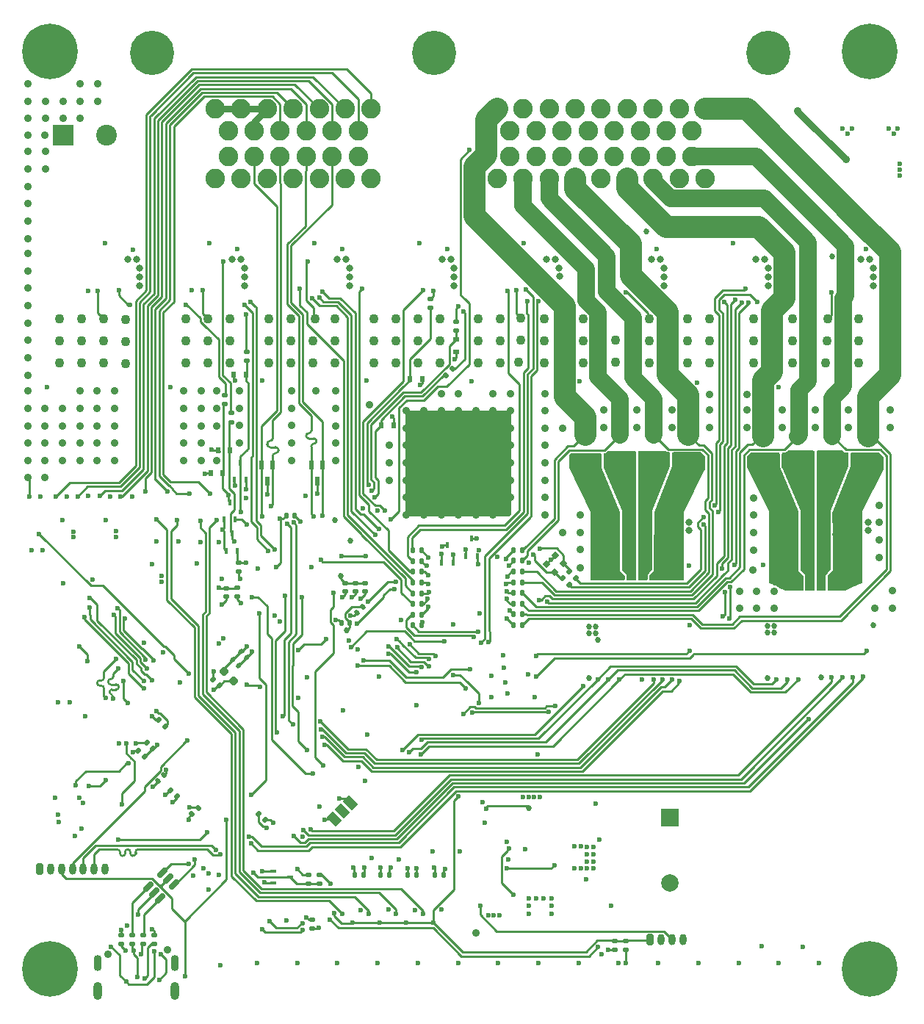
<source format=gbr>
%TF.GenerationSoftware,KiCad,Pcbnew,(6.0.8)*%
%TF.CreationDate,2024-02-14T04:03:19+01:00*%
%TF.ProjectId,pdms,70646d73-2e6b-4696-9361-645f70636258,rev?*%
%TF.SameCoordinates,Original*%
%TF.FileFunction,Copper,L4,Bot*%
%TF.FilePolarity,Positive*%
%FSLAX46Y46*%
G04 Gerber Fmt 4.6, Leading zero omitted, Abs format (unit mm)*
G04 Created by KiCad (PCBNEW (6.0.8)) date 2024-02-14 04:03:19*
%MOMM*%
%LPD*%
G01*
G04 APERTURE LIST*
G04 Aperture macros list*
%AMRoundRect*
0 Rectangle with rounded corners*
0 $1 Rounding radius*
0 $2 $3 $4 $5 $6 $7 $8 $9 X,Y pos of 4 corners*
0 Add a 4 corners polygon primitive as box body*
4,1,4,$2,$3,$4,$5,$6,$7,$8,$9,$2,$3,0*
0 Add four circle primitives for the rounded corners*
1,1,$1+$1,$2,$3*
1,1,$1+$1,$4,$5*
1,1,$1+$1,$6,$7*
1,1,$1+$1,$8,$9*
0 Add four rect primitives between the rounded corners*
20,1,$1+$1,$2,$3,$4,$5,0*
20,1,$1+$1,$4,$5,$6,$7,0*
20,1,$1+$1,$6,$7,$8,$9,0*
20,1,$1+$1,$8,$9,$2,$3,0*%
%AMRotRect*
0 Rectangle, with rotation*
0 The origin of the aperture is its center*
0 $1 length*
0 $2 width*
0 $3 Rotation angle, in degrees counterclockwise*
0 Add horizontal line*
21,1,$1,$2,0,0,$3*%
G04 Aperture macros list end*
%TA.AperFunction,ComponentPad*%
%ADD10R,2.400000X2.400000*%
%TD*%
%TA.AperFunction,ComponentPad*%
%ADD11C,2.400000*%
%TD*%
%TA.AperFunction,SMDPad,CuDef*%
%ADD12R,0.600000X0.700000*%
%TD*%
%TA.AperFunction,SMDPad,CuDef*%
%ADD13R,0.700000X0.600000*%
%TD*%
%TA.AperFunction,SMDPad,CuDef*%
%ADD14RoundRect,0.135000X-0.226274X-0.035355X-0.035355X-0.226274X0.226274X0.035355X0.035355X0.226274X0*%
%TD*%
%TA.AperFunction,SMDPad,CuDef*%
%ADD15RoundRect,0.135000X0.035355X-0.226274X0.226274X-0.035355X-0.035355X0.226274X-0.226274X0.035355X0*%
%TD*%
%TA.AperFunction,SMDPad,CuDef*%
%ADD16RoundRect,0.135000X0.185000X-0.135000X0.185000X0.135000X-0.185000X0.135000X-0.185000X-0.135000X0*%
%TD*%
%TA.AperFunction,SMDPad,CuDef*%
%ADD17RotRect,0.600000X0.700000X315.000000*%
%TD*%
%TA.AperFunction,ComponentPad*%
%ADD18RoundRect,0.200000X-0.200000X-0.450000X0.200000X-0.450000X0.200000X0.450000X-0.200000X0.450000X0*%
%TD*%
%TA.AperFunction,ComponentPad*%
%ADD19O,0.800000X1.300000*%
%TD*%
%TA.AperFunction,ComponentPad*%
%ADD20C,0.800000*%
%TD*%
%TA.AperFunction,ComponentPad*%
%ADD21C,6.400000*%
%TD*%
%TA.AperFunction,ComponentPad*%
%ADD22O,1.025000X2.050000*%
%TD*%
%TA.AperFunction,ComponentPad*%
%ADD23O,0.925000X1.850000*%
%TD*%
%TA.AperFunction,ComponentPad*%
%ADD24C,2.250000*%
%TD*%
%TA.AperFunction,ComponentPad*%
%ADD25C,5.100000*%
%TD*%
%TA.AperFunction,ComponentPad*%
%ADD26R,2.000000X2.000000*%
%TD*%
%TA.AperFunction,ComponentPad*%
%ADD27C,2.000000*%
%TD*%
%TA.AperFunction,ComponentPad*%
%ADD28C,2.200000*%
%TD*%
%TA.AperFunction,SMDPad,CuDef*%
%ADD29RoundRect,0.135000X0.135000X0.185000X-0.135000X0.185000X-0.135000X-0.185000X0.135000X-0.185000X0*%
%TD*%
%TA.AperFunction,SMDPad,CuDef*%
%ADD30R,0.450000X0.700000*%
%TD*%
%TA.AperFunction,SMDPad,CuDef*%
%ADD31RoundRect,0.135000X-0.135000X-0.185000X0.135000X-0.185000X0.135000X0.185000X-0.135000X0.185000X0*%
%TD*%
%TA.AperFunction,SMDPad,CuDef*%
%ADD32RoundRect,0.140000X0.140000X0.170000X-0.140000X0.170000X-0.140000X-0.170000X0.140000X-0.170000X0*%
%TD*%
%TA.AperFunction,SMDPad,CuDef*%
%ADD33RoundRect,0.135000X0.226274X0.035355X0.035355X0.226274X-0.226274X-0.035355X-0.035355X-0.226274X0*%
%TD*%
%TA.AperFunction,SMDPad,CuDef*%
%ADD34RoundRect,0.250000X0.625000X-0.375000X0.625000X0.375000X-0.625000X0.375000X-0.625000X-0.375000X0*%
%TD*%
%TA.AperFunction,SMDPad,CuDef*%
%ADD35RoundRect,0.135000X-0.185000X0.135000X-0.185000X-0.135000X0.185000X-0.135000X0.185000X0.135000X0*%
%TD*%
%TA.AperFunction,SMDPad,CuDef*%
%ADD36RoundRect,0.140000X-0.170000X0.140000X-0.170000X-0.140000X0.170000X-0.140000X0.170000X0.140000X0*%
%TD*%
%TA.AperFunction,SMDPad,CuDef*%
%ADD37RoundRect,0.140000X0.021213X-0.219203X0.219203X-0.021213X-0.021213X0.219203X-0.219203X0.021213X0*%
%TD*%
%TA.AperFunction,SMDPad,CuDef*%
%ADD38R,0.700000X0.450000*%
%TD*%
%TA.AperFunction,SMDPad,CuDef*%
%ADD39R,0.550000X1.000000*%
%TD*%
%TA.AperFunction,SMDPad,CuDef*%
%ADD40RoundRect,0.150000X-0.256326X-0.468458X0.468458X0.256326X0.256326X0.468458X-0.468458X-0.256326X0*%
%TD*%
%TA.AperFunction,SMDPad,CuDef*%
%ADD41RoundRect,0.140000X-0.219203X-0.021213X-0.021213X-0.219203X0.219203X0.021213X0.021213X0.219203X0*%
%TD*%
%TA.AperFunction,SMDPad,CuDef*%
%ADD42RoundRect,0.218750X0.335876X0.026517X0.026517X0.335876X-0.335876X-0.026517X-0.026517X-0.335876X0*%
%TD*%
%TA.AperFunction,SMDPad,CuDef*%
%ADD43RotRect,1.000000X1.500000X45.000000*%
%TD*%
%TA.AperFunction,SMDPad,CuDef*%
%ADD44RoundRect,0.140000X-0.021213X0.219203X-0.219203X0.021213X0.021213X-0.219203X0.219203X-0.021213X0*%
%TD*%
%TA.AperFunction,ViaPad*%
%ADD45C,0.889000*%
%TD*%
%TA.AperFunction,ViaPad*%
%ADD46C,0.600000*%
%TD*%
%TA.AperFunction,ViaPad*%
%ADD47C,0.685800*%
%TD*%
%TA.AperFunction,ViaPad*%
%ADD48C,0.800000*%
%TD*%
%TA.AperFunction,ViaPad*%
%ADD49C,1.100000*%
%TD*%
%TA.AperFunction,Conductor*%
%ADD50C,0.254000*%
%TD*%
%TA.AperFunction,Conductor*%
%ADD51C,0.250000*%
%TD*%
%TA.AperFunction,Conductor*%
%ADD52C,0.762000*%
%TD*%
%TA.AperFunction,Conductor*%
%ADD53C,2.500000*%
%TD*%
%TA.AperFunction,Conductor*%
%ADD54C,2.000000*%
%TD*%
%TA.AperFunction,Conductor*%
%ADD55C,0.508000*%
%TD*%
G04 APERTURE END LIST*
D10*
%TO.P,C88,1*%
%TO.N,+12V*%
X22051000Y-62611000D03*
D11*
%TO.P,C88,2*%
%TO.N,GND*%
X27051000Y-62611000D03*
%TD*%
D12*
%TO.P,D46,1,K*%
%TO.N,Net-(D46-Pad1)*%
X58736000Y-96012000D03*
%TO.P,D46,2,A*%
%TO.N,GND*%
X60136000Y-96012000D03*
%TD*%
D13*
%TO.P,D45,1,K*%
%TO.N,Net-(D45-Pad1)*%
X67310000Y-86168000D03*
%TO.P,D45,2,A*%
%TO.N,GND*%
X67310000Y-87568000D03*
%TD*%
D14*
%TO.P,R113,1*%
%TO.N,Net-(D48-Pad1)*%
X79649376Y-113685376D03*
%TO.P,R113,2*%
%TO.N,Net-(C130-Pad2)*%
X80370624Y-114406624D03*
%TD*%
%TO.P,R112,2*%
%TO.N,Net-(C125-Pad2)*%
X81132624Y-113644624D03*
%TO.P,R112,1*%
%TO.N,Net-(D47-Pad1)*%
X80411376Y-112923376D03*
%TD*%
D15*
%TO.P,R111,1*%
%TO.N,Net-(D46-Pad1)*%
X66187376Y-90276624D03*
%TO.P,R111,2*%
%TO.N,Net-(C120-Pad2)*%
X66908624Y-89555376D03*
%TD*%
D16*
%TO.P,R110,1*%
%TO.N,Net-(D45-Pad1)*%
X67310000Y-85090000D03*
%TO.P,R110,2*%
%TO.N,Net-(C115-Pad2)*%
X67310000Y-84070000D03*
%TD*%
%TO.P,R107,1*%
%TO.N,Net-(D44-Pad1)*%
X40680000Y-93570000D03*
%TO.P,R107,2*%
%TO.N,Net-(C113-Pad2)*%
X40680000Y-92550000D03*
%TD*%
%TO.P,R106,1*%
%TO.N,Net-(D43-Pad1)*%
X64370000Y-82470000D03*
%TO.P,R106,2*%
%TO.N,Net-(C109-Pad2)*%
X64370000Y-81450000D03*
%TD*%
%TO.P,R38,2*%
%TO.N,Net-(C104-Pad2)*%
X43190000Y-87560000D03*
%TO.P,R38,1*%
%TO.N,Net-(D42-Pad1)*%
X43190000Y-88580000D03*
%TD*%
%TO.P,R9,2*%
%TO.N,Net-(C99-Pad2)*%
X41420000Y-94650000D03*
%TO.P,R9,1*%
%TO.N,Net-(D41-Pad1)*%
X41420000Y-95670000D03*
%TD*%
D17*
%TO.P,D48,1,K*%
%TO.N,Net-(D48-Pad1)*%
X78726975Y-113016975D03*
%TO.P,D48,2,A*%
%TO.N,GND*%
X77737025Y-112027025D03*
%TD*%
%TO.P,D47,1,K*%
%TO.N,Net-(D47-Pad1)*%
X79742975Y-112000975D03*
%TO.P,D47,2,A*%
%TO.N,GND*%
X78753025Y-111011025D03*
%TD*%
D12*
%TO.P,D44,2,A*%
%TO.N,GND*%
X39050000Y-101580000D03*
%TO.P,D44,1,K*%
%TO.N,Net-(D44-Pad1)*%
X40450000Y-101580000D03*
%TD*%
%TO.P,D43,1,K*%
%TO.N,Net-(D43-Pad1)*%
X62038000Y-90678000D03*
%TO.P,D43,2,A*%
%TO.N,GND*%
X63438000Y-90678000D03*
%TD*%
%TO.P,D42,2,A*%
%TO.N,GND*%
X41710000Y-90170000D03*
%TO.P,D42,1,K*%
%TO.N,Net-(D42-Pad1)*%
X43110000Y-90170000D03*
%TD*%
%TO.P,D41,2,A*%
%TO.N,GND*%
X39910000Y-98890000D03*
%TO.P,D41,1,K*%
%TO.N,Net-(D41-Pad1)*%
X41310000Y-98890000D03*
%TD*%
D18*
%TO.P,J5,1,Pin_1*%
%TO.N,SAFETY_IN*%
X89737400Y-155348400D03*
D19*
%TO.P,J5,2,Pin_2*%
%TO.N,GND*%
X90987400Y-155348400D03*
%TO.P,J5,3,Pin_3*%
%TO.N,+12V*%
X92237400Y-155348400D03*
%TO.P,J5,4,Pin_4*%
%TO.N,+5V*%
X93487400Y-155348400D03*
%TD*%
D18*
%TO.P,J1,1,Pin_1*%
%TO.N,+3.3V*%
X19364000Y-147160400D03*
D19*
%TO.P,J1,2,Pin_2*%
%TO.N,GND*%
X20614000Y-147160400D03*
%TO.P,J1,3,Pin_3*%
%TO.N,+5V*%
X21864000Y-147160400D03*
%TO.P,J1,4,Pin_4*%
%TO.N,NRST*%
X23114000Y-147160400D03*
%TO.P,J1,5,Pin_5*%
%TO.N,SWDIO*%
X24364000Y-147160400D03*
%TO.P,J1,6,Pin_6*%
%TO.N,SWCLK*%
X25614000Y-147160400D03*
%TO.P,J1,7,Pin_7*%
%TO.N,SWO*%
X26864000Y-147160400D03*
%TD*%
D20*
%TO.P,H2,1,1*%
%TO.N,GND*%
X116699056Y-51290744D03*
X115002000Y-50587800D03*
X113304944Y-54684856D03*
D21*
X115002000Y-52987800D03*
D20*
X112602000Y-52987800D03*
X113304944Y-51290744D03*
X115002000Y-55387800D03*
X116699056Y-54684856D03*
X117402000Y-52987800D03*
%TD*%
D22*
%TO.P,J6,S1,SHIELD*%
%TO.N,unconnected-(J6-PadS1)*%
X26030000Y-161213800D03*
%TO.P,J6,S2,SHIELD*%
%TO.N,unconnected-(J6-PadS2)*%
X34930000Y-161213800D03*
D23*
%TO.P,J6,S3,SHIELD*%
%TO.N,unconnected-(J6-PadS3)*%
X26030000Y-158013800D03*
%TO.P,J6,S4,SHIELD*%
%TO.N,unconnected-(J6-PadS4)*%
X34930000Y-158013800D03*
%TD*%
D24*
%TO.P,J2,1,1*%
%TO.N,HP_MOS7*%
X96068000Y-67598000D03*
%TO.P,J2,2,2*%
%TO.N,LP_MOS7*%
X94568000Y-65098000D03*
%TO.P,J2,3,3*%
%TO.N,HP_MOS7*%
X93068000Y-67598000D03*
%TO.P,J2,4,4*%
%TO.N,unconnected-(J2-Pad4)*%
X91568000Y-65098000D03*
%TO.P,J2,5,5*%
%TO.N,LP_MOS6*%
X90068000Y-67598000D03*
%TO.P,J2,6,6*%
%TO.N,unconnected-(J2-Pad6)*%
X88568000Y-65098000D03*
%TO.P,J2,7,7*%
%TO.N,LP_MOS5*%
X87068000Y-67598000D03*
%TO.P,J2,8,8*%
%TO.N,HP_MOS6*%
X85568000Y-65098000D03*
%TO.P,J2,9,9*%
X84068000Y-67598000D03*
%TO.P,J2,10,10*%
%TO.N,GND*%
X82568000Y-65098000D03*
%TO.P,J2,11,11*%
%TO.N,LP_MOS4*%
X81068000Y-67598000D03*
%TO.P,J2,12,12*%
%TO.N,GND*%
X79568000Y-65098000D03*
%TO.P,J2,13,13*%
%TO.N,LP_MOS3*%
X78068000Y-67598000D03*
%TO.P,J2,14,14*%
%TO.N,GND*%
X76568000Y-65098000D03*
%TO.P,J2,15,15*%
%TO.N,LP_MOS2*%
X75068000Y-67598000D03*
%TO.P,J2,16,16*%
%TO.N,HP_MOS5*%
X73568000Y-65098000D03*
%TO.P,J2,17,17*%
X72068000Y-67598000D03*
%TO.P,J2,18,18*%
%TO.N,LP_MOS8*%
X96068000Y-59598000D03*
%TO.P,J2,19,19*%
%TO.N,HP_MOS8*%
X94568000Y-62098000D03*
%TO.P,J2,20,20*%
X93068000Y-59598000D03*
%TO.P,J2,21,21*%
%TO.N,+12VA*%
X91568000Y-62098000D03*
%TO.P,J2,22,22*%
X90068000Y-59598000D03*
%TO.P,J2,23,23*%
%TO.N,+3.3VP*%
X88568000Y-62098000D03*
%TO.P,J2,24,24*%
X87068000Y-59598000D03*
%TO.P,J2,25,25*%
%TO.N,+5VL*%
X85568000Y-62098000D03*
%TO.P,J2,26,26*%
X84068000Y-59598000D03*
%TO.P,J2,27,27*%
%TO.N,GND*%
X82568000Y-62098000D03*
%TO.P,J2,28,28*%
X81068000Y-59598000D03*
%TO.P,J2,29,29*%
X79568000Y-62098000D03*
%TO.P,J2,30,30*%
X78068000Y-59598000D03*
%TO.P,J2,31,31*%
X76568000Y-62098000D03*
%TO.P,J2,32,32*%
X75068000Y-59598000D03*
%TO.P,J2,33,33*%
%TO.N,SAFETY_IN*%
X73568000Y-62098000D03*
%TO.P,J2,34,34*%
%TO.N,LP_MOS1*%
X72068000Y-59598000D03*
%TO.P,J2,35,35*%
%TO.N,HP_MOS4*%
X57568000Y-67598000D03*
%TO.P,J2,36,36*%
X56068000Y-65098000D03*
%TO.P,J2,37,37*%
X54568000Y-67598000D03*
%TO.P,J2,38,38*%
%TO.N,CAN1_L*%
X53068000Y-65098000D03*
%TO.P,J2,39,39*%
%TO.N,HP_MOS3*%
X51568000Y-67598000D03*
%TO.P,J2,40,40*%
%TO.N,CAN1_H*%
X50068000Y-65098000D03*
%TO.P,J2,41,41*%
%TO.N,HP_MOS3*%
X48568000Y-67598000D03*
%TO.P,J2,42,42*%
%TO.N,CAN2_L*%
X47068000Y-65098000D03*
%TO.P,J2,43,43*%
%TO.N,HP_MOS3*%
X45568000Y-67598000D03*
%TO.P,J2,44,44*%
%TO.N,CAN2_H*%
X44068000Y-65098000D03*
%TO.P,J2,45,45*%
%TO.N,HP_MOS2*%
X42568000Y-67598000D03*
%TO.P,J2,46,46*%
%TO.N,HP_MOS1*%
X41068000Y-65098000D03*
%TO.P,J2,47,47*%
%TO.N,HP_MOS2*%
X39568000Y-67598000D03*
%TO.P,J2,48,48*%
%TO.N,ADC_IN1*%
X57568000Y-59598000D03*
%TO.P,J2,49,49*%
%TO.N,ADC_IN2*%
X56068000Y-62098000D03*
%TO.P,J2,50,50*%
%TO.N,ADC_IN3*%
X54568000Y-59598000D03*
%TO.P,J2,51,51*%
%TO.N,ADC_IN4*%
X53068000Y-62098000D03*
%TO.P,J2,52,52*%
%TO.N,CONN_AD_IN5*%
X51568000Y-59598000D03*
%TO.P,J2,53,53*%
%TO.N,CONN_AD_IN6*%
X50068000Y-62098000D03*
%TO.P,J2,54,54*%
%TO.N,CONN_AD_IN7*%
X48568000Y-59598000D03*
%TO.P,J2,55,55*%
%TO.N,CONN_AD_IN8*%
X47068000Y-62098000D03*
%TO.P,J2,56,56*%
%TO.N,GND*%
X45568000Y-59598000D03*
%TO.P,J2,57,57*%
X44068000Y-62098000D03*
%TO.P,J2,58,58*%
X42568000Y-59598000D03*
%TO.P,J2,59,59*%
%TO.N,HP_MOS1*%
X41068000Y-62098000D03*
%TO.P,J2,60,60*%
%TO.N,GND*%
X39568000Y-59598000D03*
D25*
%TO.P,J2,MH1,MH1*%
%TO.N,unconnected-(J2-PadMH1)*%
X103318000Y-53098000D03*
%TO.P,J2,MH2,MH2*%
%TO.N,unconnected-(J2-PadMH2)*%
X64818000Y-53098000D03*
%TO.P,J2,MH3,MH3*%
%TO.N,unconnected-(J2-PadMH3)*%
X32318000Y-53098000D03*
%TD*%
D26*
%TO.P,BZ1,1,-*%
%TO.N,+5V*%
X91948000Y-141234000D03*
D27*
%TO.P,BZ1,2,+*%
%TO.N,Net-(BZ1-Pad2)*%
X91948000Y-148834000D03*
%TD*%
D28*
%TO.P,J3,1,1*%
%TO.N,+12V*%
X63830000Y-104250000D03*
%TO.P,J3,2,2*%
X66370000Y-104250000D03*
%TO.P,J3,3,3*%
X68910000Y-104250000D03*
%TO.P,J3,4,4*%
X71450000Y-104250000D03*
%TO.P,J3,5,5*%
X63830000Y-101710000D03*
%TO.P,J3,6,6*%
X66370000Y-101710000D03*
%TO.P,J3,7,7*%
X68910000Y-101710000D03*
%TO.P,J3,8,8*%
X71450000Y-101710000D03*
%TO.P,J3,9,9*%
X63830000Y-99170000D03*
%TO.P,J3,10,10*%
X66370000Y-99170000D03*
%TO.P,J3,11,11*%
X68910000Y-99170000D03*
%TO.P,J3,12,12*%
X71450000Y-99170000D03*
%TO.P,J3,13,13*%
X63830000Y-96630000D03*
%TO.P,J3,14,14*%
X66370000Y-96630000D03*
%TO.P,J3,15,15*%
X68910000Y-96630000D03*
%TO.P,J3,16,16*%
X71450000Y-96630000D03*
%TD*%
D20*
%TO.P,H1,1,1*%
%TO.N,GND*%
X18812944Y-54684856D03*
D21*
X20510000Y-52987800D03*
D20*
X18812944Y-51290744D03*
X22207056Y-54684856D03*
X20510000Y-55387800D03*
X22207056Y-51290744D03*
X20510000Y-50587800D03*
X22910000Y-52987800D03*
X18110000Y-52987800D03*
%TD*%
%TO.P,H3,1,1*%
%TO.N,GND*%
X22207056Y-160434856D03*
X18812944Y-157040744D03*
X22207056Y-157040744D03*
X22910000Y-158737800D03*
X18812944Y-160434856D03*
D21*
X20510000Y-158737800D03*
D20*
X18110000Y-158737800D03*
X20510000Y-161137800D03*
X20510000Y-156337800D03*
%TD*%
%TO.P,H4,1,1*%
%TO.N,GND*%
X113304944Y-160434856D03*
X116699056Y-157040744D03*
X115002000Y-161137800D03*
X112602000Y-158737800D03*
D21*
X115002000Y-158737800D03*
D20*
X117402000Y-158737800D03*
X116699056Y-160434856D03*
X113304944Y-157040744D03*
X115002000Y-156337800D03*
%TD*%
D29*
%TO.P,R3,1*%
%TO.N,SIG_UP_7*%
X62779000Y-147894300D03*
%TO.P,R3,2*%
%TO.N,Net-(R118-Pad2)*%
X61759000Y-147894300D03*
%TD*%
D30*
%TO.P,D8,3*%
%TO.N,Net-(D47-Pad1)*%
X69125000Y-109125000D03*
%TO.P,D8,2*%
%TO.N,+3.3V*%
X68475000Y-111125000D03*
%TO.P,D8,1*%
%TO.N,GND*%
X69775000Y-111125000D03*
%TD*%
D31*
%TO.P,R91,1*%
%TO.N,/VMUX/LP_MOS_DIV4*%
X73983333Y-114147167D03*
%TO.P,R91,2*%
%TO.N,LP_MOS4*%
X75003333Y-114147167D03*
%TD*%
D32*
%TO.P,C87,1*%
%TO.N,GND*%
X48740000Y-106426000D03*
%TO.P,C87,2*%
%TO.N,+5V*%
X47780000Y-106426000D03*
%TD*%
D14*
%TO.P,C44,1*%
%TO.N,+3.3V*%
X33062873Y-130014631D03*
%TO.P,C44,2*%
%TO.N,GND*%
X33784121Y-130735879D03*
%TD*%
D33*
%TO.P,C52,1*%
%TO.N,+3.3V*%
X40049480Y-126041584D03*
%TO.P,C52,2*%
%TO.N,GND*%
X39328232Y-125320336D03*
%TD*%
D34*
%TO.P,F12,1*%
%TO.N,/POWER_SWITCHES/BTS722204-1/OUT2*%
X90156345Y-99935773D03*
%TO.P,F12,2*%
%TO.N,LP_MOS3*%
X90156345Y-97135773D03*
%TD*%
D35*
%TO.P,R170,1*%
%TO.N,SAFETY_IN*%
X85618000Y-155454000D03*
%TO.P,R170,2*%
%TO.N,GND*%
X85618000Y-156474000D03*
%TD*%
D29*
%TO.P,R12,1*%
%TO.N,/VMUX/HP_MOS_DIV5*%
X63343333Y-114157167D03*
%TO.P,R12,2*%
%TO.N,HP_MOS2*%
X62323333Y-114157167D03*
%TD*%
D33*
%TO.P,R73,1*%
%TO.N,+3.3V*%
X31410624Y-134260624D03*
%TO.P,R73,2*%
%TO.N,/IMU/IMU_I2C_SDA*%
X30689376Y-133539376D03*
%TD*%
D31*
%TO.P,R65,1*%
%TO.N,/VMUX/LP_MOS_DIV6*%
X73983333Y-116627167D03*
%TO.P,R65,2*%
%TO.N,LP_MOS6*%
X75003333Y-116627167D03*
%TD*%
D29*
%TO.P,R36,1*%
%TO.N,/VMUX/HP_MOS_DIV8*%
X63343333Y-110467167D03*
%TO.P,R36,2*%
%TO.N,HP_MOS6*%
X62323333Y-110467167D03*
%TD*%
D16*
%TO.P,R168,1*%
%TO.N,Net-(D4-Pad3)*%
X51579400Y-148869400D03*
%TO.P,R168,2*%
%TO.N,SAFETY_IN*%
X51579400Y-147849400D03*
%TD*%
D30*
%TO.P,D9,3*%
%TO.N,Net-(D48-Pad1)*%
X66350000Y-109875000D03*
%TO.P,D9,2*%
%TO.N,+3.3V*%
X65700000Y-111875000D03*
%TO.P,D9,1*%
%TO.N,GND*%
X67000000Y-111875000D03*
%TD*%
D36*
%TO.P,C108,1*%
%TO.N,GND*%
X54559200Y-114223200D03*
%TO.P,C108,2*%
%TO.N,SENS_OUT4*%
X54559200Y-115183200D03*
%TD*%
%TO.P,C98,1*%
%TO.N,GND*%
X42090000Y-114800000D03*
%TO.P,C98,2*%
%TO.N,SENS_OUT2*%
X42090000Y-115760000D03*
%TD*%
D34*
%TO.P,F11,1*%
%TO.N,/POWER_SWITCHES/BTS722204-1/OUT1*%
X86193945Y-99977373D03*
%TO.P,F11,2*%
%TO.N,LP_MOS2*%
X86193945Y-97177373D03*
%TD*%
D29*
%TO.P,R19,1*%
%TO.N,/VMUX/HP_MOS_DIV2*%
X63343333Y-117877167D03*
%TO.P,R19,2*%
%TO.N,HP_MOS8*%
X62323333Y-117877167D03*
%TD*%
D35*
%TO.P,R174,1*%
%TO.N,Net-(R174-Pad1)*%
X31242000Y-154836400D03*
%TO.P,R174,2*%
%TO.N,USB_CONN_D-*%
X31242000Y-155856400D03*
%TD*%
D34*
%TO.P,F14,1*%
%TO.N,/POWER_SWITCHES/BTS722204-2/OUT0*%
X102743000Y-100079000D03*
%TO.P,F14,2*%
%TO.N,LP_MOS5*%
X102743000Y-97279000D03*
%TD*%
D31*
%TO.P,R50,1*%
%TO.N,/VMUX/LP_MOS_DIV7*%
X73983333Y-117827167D03*
%TO.P,R50,2*%
%TO.N,LP_MOS7*%
X75003333Y-117827167D03*
%TD*%
D37*
%TO.P,C77,1*%
%TO.N,+3.3V*%
X32985389Y-137050000D03*
%TO.P,C77,2*%
%TO.N,GND*%
X33664211Y-136371178D03*
%TD*%
D34*
%TO.P,F15,1*%
%TO.N,/POWER_SWITCHES/BTS722204-2/OUT1*%
X106760000Y-100079000D03*
%TO.P,F15,2*%
%TO.N,LP_MOS6*%
X106760000Y-97279000D03*
%TD*%
%TO.P,F13,1*%
%TO.N,/POWER_SWITCHES/BTS722204-1/OUT3*%
X94132400Y-99923600D03*
%TO.P,F13,2*%
%TO.N,LP_MOS4*%
X94132400Y-97123600D03*
%TD*%
D29*
%TO.P,R11,1*%
%TO.N,/VMUX/HP_MOS_DIV4*%
X63343333Y-115397167D03*
%TO.P,R11,2*%
%TO.N,HP_MOS3*%
X62323333Y-115397167D03*
%TD*%
D34*
%TO.P,F17,1*%
%TO.N,/POWER_SWITCHES/BTS722204-2/OUT3*%
X114808000Y-100076000D03*
%TO.P,F17,2*%
%TO.N,LP_MOS8*%
X114808000Y-97276000D03*
%TD*%
D31*
%TO.P,R46,1*%
%TO.N,/VMUX/LP_MOS_DIV8*%
X73983333Y-119077167D03*
%TO.P,R46,2*%
%TO.N,LP_MOS8*%
X75003333Y-119077167D03*
%TD*%
D30*
%TO.P,D2,3*%
%TO.N,Net-(D42-Pad1)*%
X42450000Y-100350000D03*
%TO.P,D2,2*%
%TO.N,+3.3V*%
X41800000Y-102350000D03*
%TO.P,D2,1*%
%TO.N,GND*%
X43100000Y-102350000D03*
%TD*%
D38*
%TO.P,D4,1*%
%TO.N,GND*%
X46257400Y-148757400D03*
%TO.P,D4,2*%
%TO.N,+3.3V*%
X46257400Y-147457400D03*
%TO.P,D4,3*%
%TO.N,Net-(D4-Pad3)*%
X48257400Y-148107400D03*
%TD*%
D29*
%TO.P,R16,1*%
%TO.N,/VMUX/HP_MOS_DIV6*%
X63343333Y-112917167D03*
%TO.P,R16,2*%
%TO.N,HP_MOS4*%
X62323333Y-112917167D03*
%TD*%
D36*
%TO.P,C86,1*%
%TO.N,+3.3V*%
X50724809Y-153052000D03*
%TO.P,C86,2*%
%TO.N,GND*%
X50724809Y-154012000D03*
%TD*%
D39*
%TO.P,D28,1,K1*%
%TO.N,CAN2_H*%
X44917600Y-100594400D03*
%TO.P,D28,2,K2*%
%TO.N,CAN2_L*%
X46217600Y-100594400D03*
%TO.P,D28,3,CC*%
%TO.N,GND*%
X45567600Y-102494400D03*
%TD*%
D31*
%TO.P,R87,1*%
%TO.N,/VMUX/LP_MOS_DIV3*%
X73983333Y-112907167D03*
%TO.P,R87,2*%
%TO.N,LP_MOS3*%
X75003333Y-112907167D03*
%TD*%
D29*
%TO.P,R1,1*%
%TO.N,SIG_UP_5*%
X56683000Y-147894300D03*
%TO.P,R1,2*%
%TO.N,Net-(R1-Pad2)*%
X55663000Y-147894300D03*
%TD*%
D40*
%TO.P,U12,1,I/O1*%
%TO.N,Net-(R174-Pad1)*%
X33189332Y-150579668D03*
%TO.P,U12,2,GND*%
%TO.N,GND*%
X32517581Y-149907917D03*
%TO.P,U12,3,I/O2*%
%TO.N,Net-(R176-Pad2)*%
X31845830Y-149236166D03*
%TO.P,U12,4,I/O2*%
%TO.N,/USB-C/USB_D+*%
X33454498Y-147627498D03*
%TO.P,U12,5,VBUS*%
%TO.N,+5V*%
X34126249Y-148299249D03*
%TO.P,U12,6,I/O1*%
%TO.N,/USB-C/USB_D-*%
X34798000Y-148971000D03*
%TD*%
D35*
%TO.P,R167,1*%
%TO.N,GND*%
X50329400Y-147849400D03*
%TO.P,R167,2*%
%TO.N,Net-(D4-Pad3)*%
X50329400Y-148869400D03*
%TD*%
D16*
%TO.P,R177,1*%
%TO.N,Net-(J6-PadA5)*%
X28702000Y-155856400D03*
%TO.P,R177,2*%
%TO.N,GND*%
X28702000Y-154836400D03*
%TD*%
D29*
%TO.P,R2,1*%
%TO.N,SIG_UP_6*%
X59654800Y-147894300D03*
%TO.P,R2,2*%
%TO.N,Net-(R117-Pad2)*%
X58634800Y-147894300D03*
%TD*%
D30*
%TO.P,D5,3*%
%TO.N,Net-(D44-Pad1)*%
X41250000Y-104900000D03*
%TO.P,D5,2*%
%TO.N,+3.3V*%
X40600000Y-106900000D03*
%TO.P,D5,1*%
%TO.N,GND*%
X41900000Y-106900000D03*
%TD*%
D32*
%TO.P,C129,1*%
%TO.N,GND*%
X55065200Y-118821200D03*
%TO.P,C129,2*%
%TO.N,SENS_OUT8*%
X54105200Y-118821200D03*
%TD*%
D36*
%TO.P,C93,1*%
%TO.N,GND*%
X40850000Y-114810000D03*
%TO.P,C93,2*%
%TO.N,SENS_OUT1*%
X40850000Y-115770000D03*
%TD*%
D33*
%TO.P,R74,1*%
%TO.N,+3.3V*%
X32410624Y-133310624D03*
%TO.P,R74,2*%
%TO.N,/IMU/IMU_I2C_SCL*%
X31689376Y-132589376D03*
%TD*%
D39*
%TO.P,D27,1,K1*%
%TO.N,CAN1_H*%
X50658000Y-100599200D03*
%TO.P,D27,2,K2*%
%TO.N,CAN1_L*%
X51958000Y-100599200D03*
%TO.P,D27,3,CC*%
%TO.N,GND*%
X51308000Y-102499200D03*
%TD*%
D29*
%TO.P,R4,1*%
%TO.N,SIG_UP_8*%
X65903200Y-147894300D03*
%TO.P,R4,2*%
%TO.N,Net-(R119-Pad2)*%
X64883200Y-147894300D03*
%TD*%
D31*
%TO.P,R51,2*%
%TO.N,LP_MOS2*%
X75003333Y-111667167D03*
%TO.P,R51,1*%
%TO.N,/VMUX/LP_MOS_DIV2*%
X73983333Y-111667167D03*
%TD*%
D16*
%TO.P,R176,1*%
%TO.N,USB_CONN_D+*%
X30022800Y-155856400D03*
%TO.P,R176,2*%
%TO.N,Net-(R176-Pad2)*%
X30022800Y-154836400D03*
%TD*%
D36*
%TO.P,C103,1*%
%TO.N,GND*%
X42330000Y-111910000D03*
%TO.P,C103,2*%
%TO.N,SENS_OUT3*%
X42330000Y-112870000D03*
%TD*%
D31*
%TO.P,R90,1*%
%TO.N,/VMUX/LP_MOS_DIV5*%
X73983333Y-115387167D03*
%TO.P,R90,2*%
%TO.N,LP_MOS5*%
X75003333Y-115387167D03*
%TD*%
D29*
%TO.P,R15,1*%
%TO.N,/VMUX/HP_MOS_DIV3*%
X63343333Y-116637167D03*
%TO.P,R15,2*%
%TO.N,HP_MOS1*%
X62323333Y-116637167D03*
%TD*%
D36*
%TO.P,C114,1*%
%TO.N,GND*%
X55727600Y-114247200D03*
%TO.P,C114,2*%
%TO.N,SENS_OUT5*%
X55727600Y-115207200D03*
%TD*%
D29*
%TO.P,R32,1*%
%TO.N,/VMUX/HP_MOS_DIV7*%
X63343333Y-111717167D03*
%TO.P,R32,2*%
%TO.N,HP_MOS5*%
X62323333Y-111717167D03*
%TD*%
D41*
%TO.P,C80,1*%
%TO.N,VDDA*%
X42568195Y-122094515D03*
%TO.P,C80,2*%
%TO.N,GND*%
X43247017Y-122773337D03*
%TD*%
D34*
%TO.P,F10,1*%
%TO.N,/POWER_SWITCHES/BTS722204-1/OUT0*%
X82245200Y-99974400D03*
%TO.P,F10,2*%
%TO.N,LP_MOS1*%
X82245200Y-97174400D03*
%TD*%
D30*
%TO.P,D1,3*%
%TO.N,Net-(D41-Pad1)*%
X41500000Y-108500000D03*
%TO.P,D1,2*%
%TO.N,+3.3V*%
X40850000Y-110500000D03*
%TO.P,D1,1*%
%TO.N,GND*%
X42150000Y-110500000D03*
%TD*%
D42*
%TO.P,L1,1*%
%TO.N,+3.3V*%
X41712243Y-125549084D03*
%TO.P,L1,2*%
%TO.N,VDDA*%
X40598549Y-124435390D03*
%TD*%
D43*
%TO.P,JP1,1,A*%
%TO.N,GND*%
X53279522Y-141411478D03*
%TO.P,JP1,2,C*%
%TO.N,Net-(JP1-Pad2)*%
X54198761Y-140492239D03*
%TO.P,JP1,3,B*%
%TO.N,+3.3V*%
X55118000Y-139573000D03*
%TD*%
D34*
%TO.P,F16,1*%
%TO.N,/POWER_SWITCHES/BTS722204-2/OUT2*%
X110697000Y-100082000D03*
%TO.P,F16,2*%
%TO.N,LP_MOS7*%
X110697000Y-97282000D03*
%TD*%
D31*
%TO.P,R47,1*%
%TO.N,/VMUX/LP_MOS_DIV1*%
X73980000Y-110457167D03*
%TO.P,R47,2*%
%TO.N,LP_MOS1*%
X75000000Y-110457167D03*
%TD*%
D16*
%TO.P,R178,1*%
%TO.N,Net-(J6-PadB5)*%
X32512000Y-155831000D03*
%TO.P,R178,2*%
%TO.N,GND*%
X32512000Y-154811000D03*
%TD*%
D29*
%TO.P,R35,1*%
%TO.N,/VMUX/HP_MOS_DIV1*%
X63346666Y-119087167D03*
%TO.P,R35,2*%
%TO.N,HP_MOS7*%
X62326666Y-119087167D03*
%TD*%
D35*
%TO.P,R169,1*%
%TO.N,SAFETY_IN*%
X86868000Y-155444000D03*
%TO.P,R169,2*%
%TO.N,+5V*%
X86868000Y-156464000D03*
%TD*%
D36*
%TO.P,C119,1*%
%TO.N,GND*%
X56845200Y-114249200D03*
%TO.P,C119,2*%
%TO.N,SENS_OUT6*%
X56845200Y-115209200D03*
%TD*%
D14*
%TO.P,R56,1*%
%TO.N,SPI1_MISO*%
X34439376Y-138089376D03*
%TO.P,R56,2*%
%TO.N,SPI1_MOSI*%
X35160624Y-138810624D03*
%TD*%
D41*
%TO.P,C83,1*%
%TO.N,VDDA*%
X41634249Y-123028463D03*
%TO.P,C83,2*%
%TO.N,GND*%
X42313071Y-123707285D03*
%TD*%
D15*
%TO.P,C51,1*%
%TO.N,+3.3V*%
X36889376Y-140860624D03*
%TO.P,C51,2*%
%TO.N,GND*%
X37610624Y-140139376D03*
%TD*%
D33*
%TO.P,C45,1*%
%TO.N,+3.3V*%
X45300000Y-141550000D03*
%TO.P,C45,2*%
%TO.N,GND*%
X44578752Y-140828752D03*
%TD*%
D44*
%TO.P,C124,1*%
%TO.N,GND*%
X56625811Y-116932389D03*
%TO.P,C124,2*%
%TO.N,SENS_OUT7*%
X55946989Y-117611211D03*
%TD*%
D45*
%TO.N,+12V*%
X19971000Y-62611000D03*
X17971000Y-62611000D03*
D46*
%TO.N,Net-(D50-Pad1)*%
X114670000Y-122070000D03*
%TO.N,SAFETY_IN*%
X70016359Y-128016000D03*
%TO.N,GND*%
X76403246Y-127403246D03*
%TO.N,Net-(D50-Pad1)*%
X76620000Y-124970000D03*
%TO.N,GND*%
X73240000Y-126990000D03*
%TO.N,+3.3V*%
X73060000Y-125680000D03*
%TO.N,GND*%
X75660000Y-124710000D03*
X72730000Y-122550000D03*
%TO.N,+3.3V*%
X72850000Y-123970000D03*
%TO.N,GND*%
X71430000Y-124960000D03*
X71430000Y-127350000D03*
%TO.N,SENS_OUT_LP2*%
X68486997Y-126350000D03*
%TO.N,SENS_OUT_LP1*%
X68946500Y-124140000D03*
%TO.N,Net-(D49-Pad1)*%
X76540000Y-122630000D03*
X94260000Y-122000000D03*
%TO.N,GND*%
X94296997Y-119083003D03*
X39116000Y-98806000D03*
X38354000Y-101600000D03*
X78232000Y-111506000D03*
X60000080Y-95052080D03*
X67196102Y-88392000D03*
X63228230Y-91422230D03*
X41863678Y-90852651D03*
D45*
%TO.N,+12V*%
X39750000Y-100110000D03*
D46*
%TO.N,Net-(D44-Pad1)*%
X41100000Y-104070000D03*
D45*
%TO.N,+12V*%
X20030000Y-60690000D03*
X26030000Y-58690000D03*
X24030000Y-58690000D03*
X20030000Y-58690000D03*
X26030000Y-56690000D03*
X22030000Y-60690000D03*
X24030000Y-60690000D03*
X22030000Y-58690000D03*
X24030000Y-56690000D03*
X18030000Y-60690000D03*
X18030000Y-58690000D03*
X18030000Y-56690000D03*
D47*
%TO.N,/POWER_SWITCHES/BTS722204-1/OUT0*%
X84080000Y-110607000D03*
X84980000Y-110607000D03*
X83230000Y-110597000D03*
X84980000Y-111507000D03*
X83230000Y-111497000D03*
X84080000Y-112407000D03*
X83230000Y-112397000D03*
X85880000Y-110607000D03*
X84980000Y-112407000D03*
X85880000Y-112407000D03*
X84080000Y-111507000D03*
X85880000Y-111507000D03*
D48*
%TO.N,GND*%
X90867800Y-76931200D03*
X54650000Y-76950000D03*
D46*
X90452400Y-75748400D03*
X62738000Y-128270000D03*
D48*
X30886400Y-77918000D03*
X115417600Y-78934800D03*
D46*
X21150000Y-138950000D03*
X78376900Y-150535400D03*
X22856600Y-127929600D03*
X83462700Y-139613400D03*
D48*
X30886400Y-79950000D03*
D46*
X40020500Y-114770000D03*
X32337497Y-154098503D03*
D48*
X67132200Y-79950800D03*
D46*
X118450000Y-67250000D03*
X104557000Y-158013400D03*
D48*
X29489400Y-76952800D03*
D46*
X33573968Y-122170104D03*
X99927000Y-158013400D03*
X75287700Y-144913400D03*
X78376900Y-151449800D03*
X76548100Y-150535400D03*
X45500000Y-142450000D03*
X24957000Y-104172000D03*
X36611209Y-140048147D03*
X40197866Y-158241568D03*
D48*
X103352600Y-78934000D03*
D46*
X117772417Y-62410400D03*
D48*
X115417600Y-79950800D03*
D46*
X56632600Y-105650000D03*
D48*
X79205000Y-77910000D03*
D45*
X27178000Y-156972000D03*
D46*
X24300000Y-139600000D03*
D48*
X66725000Y-76950000D03*
D46*
X71046100Y-152516800D03*
X59525800Y-151856700D03*
X24598504Y-129575227D03*
X51004600Y-75077200D03*
X54234600Y-75767200D03*
X69963333Y-110417167D03*
D48*
X91287600Y-77918800D03*
X65709000Y-76950000D03*
D46*
X26860000Y-75080000D03*
X24130000Y-142494000D03*
D47*
X89312065Y-73695317D03*
D46*
X28702000Y-154178000D03*
X50673000Y-112395000D03*
X40350000Y-113730000D03*
D48*
X30505400Y-76952800D03*
D46*
X64600000Y-145150000D03*
X75720900Y-150535400D03*
X70662700Y-141823200D03*
D48*
X115415000Y-77920000D03*
D46*
X83837700Y-143788400D03*
D48*
X89851800Y-76931200D03*
D46*
X67050000Y-110975000D03*
X29981000Y-104252000D03*
X69160000Y-90970000D03*
D48*
X94206000Y-107261000D03*
D46*
X99292400Y-75068400D03*
X65698000Y-151856700D03*
X63079600Y-75077200D03*
X53677200Y-158047600D03*
X49112159Y-127453924D03*
X51310000Y-103960000D03*
D45*
X69647100Y-154524700D03*
D48*
X77781800Y-76941200D03*
D46*
X54341112Y-128928649D03*
D48*
X67132200Y-78934800D03*
D46*
X25443003Y-113796997D03*
X47800000Y-153150000D03*
X62937200Y-158047600D03*
X51544309Y-153989200D03*
D48*
X102937800Y-76941200D03*
D46*
X102615000Y-156102400D03*
D48*
X103352600Y-79950000D03*
D46*
X57650000Y-145875000D03*
X118450000Y-65929200D03*
X43159500Y-111910000D03*
X76336200Y-138927600D03*
X43800000Y-122100000D03*
D47*
X54767675Y-119656431D03*
D46*
X44980000Y-90880000D03*
X23227000Y-108283000D03*
X114592400Y-75768400D03*
X75772833Y-111850000D03*
X32766000Y-109411000D03*
X33405500Y-114046000D03*
X50031500Y-104216200D03*
X43225000Y-107500000D03*
X55983904Y-121835912D03*
D47*
X54082600Y-113390000D03*
D46*
X76971200Y-138927600D03*
D48*
X78797800Y-76941200D03*
D46*
X62573800Y-151907500D03*
D47*
X103210889Y-119203455D03*
D48*
X115007800Y-76951200D03*
D46*
X56990000Y-90910000D03*
X27441000Y-104243000D03*
X56376200Y-151932900D03*
X95102084Y-91097916D03*
X45591100Y-104000000D03*
X28180000Y-108918000D03*
D47*
X103972889Y-119203455D03*
D48*
X42951400Y-77918000D03*
D46*
X75720900Y-152335400D03*
X37846000Y-109474000D03*
D47*
X115430000Y-119110000D03*
D46*
X35306000Y-109421000D03*
X29396300Y-153670000D03*
D48*
X42951400Y-78934000D03*
D46*
X40537687Y-120603438D03*
X33906500Y-135760000D03*
X19417000Y-104219000D03*
X22465000Y-104219000D03*
X71706500Y-152516800D03*
X95297000Y-158013400D03*
X40000000Y-109500000D03*
D48*
X103345000Y-77910000D03*
D46*
X84074000Y-156972000D03*
X20208800Y-91617800D03*
X72197200Y-158047600D03*
X46410000Y-117970000D03*
X56816374Y-136991682D03*
X70358000Y-139446000D03*
X85202000Y-151384000D03*
X32820000Y-128970000D03*
X28180000Y-108230000D03*
X67750000Y-145150000D03*
D48*
X114825000Y-108150000D03*
X55041800Y-77918800D03*
X114825000Y-107261000D03*
D46*
X34400000Y-91610000D03*
X23950000Y-139000000D03*
X39410000Y-124420000D03*
X45225400Y-148733900D03*
X49168485Y-121924050D03*
D47*
X110687600Y-76567927D03*
D46*
X37070738Y-147957395D03*
X31360000Y-121140000D03*
D47*
X82644000Y-119225000D03*
D46*
X58307200Y-158047600D03*
X23368000Y-143342000D03*
X112458011Y-62410400D03*
D48*
X30886400Y-78934000D03*
D47*
X103972889Y-119965455D03*
D46*
X43104168Y-103400000D03*
D48*
X42951400Y-79950000D03*
D46*
X67567200Y-158047600D03*
X72366900Y-152516800D03*
X86087200Y-158047600D03*
X112958011Y-61810400D03*
X60750000Y-146050000D03*
X57080000Y-131700000D03*
X52401377Y-120666813D03*
X75701200Y-138927600D03*
X66309600Y-75767200D03*
X60970500Y-118520000D03*
D47*
X83406000Y-119987000D03*
D46*
X44398200Y-158058800D03*
X23227000Y-108918000D03*
D47*
X53400000Y-106950000D03*
D48*
X91287600Y-79950800D03*
D46*
X73398500Y-146065000D03*
D48*
X79270000Y-78900000D03*
D46*
X82337700Y-148413400D03*
D48*
X55041800Y-78934800D03*
D46*
X44520000Y-112580000D03*
X33405500Y-113411000D03*
X42159600Y-75767200D03*
X107314000Y-156141200D03*
D47*
X83660000Y-120749000D03*
D48*
X42575000Y-76950000D03*
D46*
X109187000Y-158013400D03*
X75066200Y-138927600D03*
X78376900Y-152364200D03*
X102775000Y-112150000D03*
X38802031Y-147714218D03*
X118450000Y-66589600D03*
X88730000Y-125348786D03*
D48*
X41559000Y-76950000D03*
D46*
X70041500Y-117710000D03*
X104490000Y-91620000D03*
D48*
X55041800Y-79950800D03*
D46*
X111908011Y-61860400D03*
X73152000Y-144018000D03*
X49424783Y-107177104D03*
D48*
X91287600Y-78934800D03*
D46*
X81607100Y-90931387D03*
D47*
X109420000Y-125120000D03*
D46*
X18401000Y-110442000D03*
X94211205Y-112239502D03*
D47*
X83406000Y-119225000D03*
D46*
X47000500Y-118650000D03*
X38929600Y-75077200D03*
X117222417Y-61860400D03*
X76827200Y-158047600D03*
X75720900Y-151435400D03*
D48*
X94206000Y-108150000D03*
D46*
X81457200Y-158047600D03*
D48*
X67132200Y-77918800D03*
D46*
X58436592Y-125029441D03*
X67030000Y-118990000D03*
D48*
X101921800Y-76941200D03*
D46*
X30686497Y-152447503D03*
X52193402Y-141547256D03*
X49047200Y-158047600D03*
X30090000Y-75770000D03*
X69875000Y-112025000D03*
X49047603Y-147217603D03*
X75152400Y-75068400D03*
X77448100Y-150535400D03*
D47*
X103210889Y-119965455D03*
D46*
X84836000Y-156464000D03*
X90667000Y-158013400D03*
X38784797Y-149567923D03*
D47*
X82644000Y-119987000D03*
D45*
X34114729Y-156538863D03*
D48*
X113991800Y-76951200D03*
D46*
X118272417Y-61810400D03*
D48*
X53634000Y-76950000D03*
D46*
%TO.N,/POWER_SWITCHES/BTS722204-1/OUT1*%
X87652400Y-112374600D03*
X86852400Y-111507000D03*
X87652400Y-110574600D03*
X86852400Y-110607000D03*
X86852400Y-112407000D03*
X87652400Y-111474600D03*
%TO.N,/POWER_SWITCHES/BTS722204-1/OUT2*%
X89481200Y-111507400D03*
X89481200Y-112407400D03*
X88681200Y-111500000D03*
X88681200Y-112400000D03*
X88681200Y-110600000D03*
X89481200Y-110607400D03*
D47*
%TO.N,/POWER_SWITCHES/BTS722204-1/OUT3*%
X90540000Y-110587000D03*
X93190000Y-111497000D03*
X93190000Y-110597000D03*
X90540000Y-112387000D03*
X91390000Y-112397000D03*
X91390000Y-110597000D03*
X92290000Y-112397000D03*
X91390000Y-111497000D03*
X92290000Y-110597000D03*
X93190000Y-112397000D03*
X92290000Y-111497000D03*
X90540000Y-111487000D03*
D46*
%TO.N,SENS_OUT_LP1*%
X56683479Y-123149700D03*
%TO.N,SENS_OUT_LP2*%
X55981600Y-123774200D03*
D45*
%TO.N,+12V*%
X100010000Y-115140000D03*
D49*
X51075000Y-83750000D03*
D45*
X101600000Y-108400000D03*
D49*
X96590000Y-86300000D03*
D45*
X27960000Y-96090000D03*
X92202000Y-96266000D03*
X67620000Y-92370000D03*
D49*
X74770000Y-86260000D03*
D45*
X17960000Y-100090000D03*
X96520000Y-94266000D03*
X18000000Y-86250000D03*
X53450000Y-94090000D03*
X18000000Y-64500000D03*
X37960000Y-98090000D03*
D49*
X21605800Y-88823800D03*
D45*
X77620000Y-98370000D03*
D49*
X29210000Y-88900000D03*
D45*
X71620000Y-92370000D03*
X69620000Y-106370000D03*
X65620000Y-106370000D03*
X73620000Y-98370000D03*
D49*
X29210000Y-83820000D03*
D45*
X61620000Y-106370000D03*
X48360000Y-94070000D03*
X101600000Y-106400000D03*
D49*
X53381200Y-88824600D03*
X57851600Y-88824600D03*
X81965800Y-86309200D03*
X81965800Y-88849200D03*
D45*
X42360000Y-94070000D03*
X21960000Y-98090000D03*
X27960000Y-100090000D03*
X101600000Y-110400000D03*
D49*
X96560000Y-88840000D03*
X62931600Y-88824600D03*
D45*
X19960000Y-102090000D03*
X19960000Y-96090000D03*
D49*
X77539400Y-83744600D03*
D45*
X39750000Y-96110000D03*
D46*
X50275000Y-77150000D03*
D45*
X18000000Y-66500000D03*
X18000000Y-78250000D03*
X48360000Y-92070000D03*
X116078000Y-105252000D03*
X63620000Y-94370000D03*
X21960000Y-96090000D03*
X37960000Y-94090000D03*
X18000000Y-76250000D03*
D49*
X48301200Y-86284600D03*
D45*
X18000000Y-70500000D03*
X100010000Y-117140000D03*
X35960000Y-96090000D03*
X18000000Y-74500000D03*
X112522000Y-94266000D03*
X59620000Y-102370000D03*
X101560000Y-112730000D03*
X17960000Y-94090000D03*
X71620000Y-94370000D03*
X81620000Y-110370000D03*
X112522000Y-96266000D03*
X84328000Y-94266000D03*
D49*
X106105000Y-88860000D03*
D45*
X39720000Y-92070000D03*
D49*
X113725000Y-86320000D03*
X45761200Y-83744600D03*
D45*
X20000000Y-66500000D03*
D49*
X85699600Y-88798400D03*
X36210800Y-86283800D03*
D45*
X65620000Y-92370000D03*
X101600000Y-104400000D03*
X42360000Y-92070000D03*
X23960000Y-100090000D03*
X104902000Y-94266000D03*
X104010000Y-117140000D03*
D49*
X45761200Y-86284600D03*
X69919400Y-88824600D03*
D45*
X116078000Y-111252000D03*
D46*
X18147000Y-104219000D03*
D49*
X48301200Y-83744600D03*
D45*
X18000000Y-72500000D03*
D49*
X74530000Y-88780000D03*
X72459400Y-86284600D03*
D45*
X27960000Y-92090000D03*
D49*
X26685800Y-88823800D03*
X110140000Y-86340000D03*
D45*
X117602000Y-117094000D03*
D49*
X77539400Y-86284600D03*
X101670000Y-83760000D03*
D45*
X23960000Y-94090000D03*
D49*
X48301200Y-88824600D03*
D45*
X59620000Y-100370000D03*
X27960000Y-98090000D03*
D49*
X65471600Y-88824600D03*
X45761200Y-88824600D03*
D45*
X23960000Y-96090000D03*
X53450000Y-98090000D03*
D49*
X60391600Y-83744600D03*
D45*
X37960000Y-100090000D03*
D49*
X72459400Y-88824600D03*
D45*
X102010000Y-115140000D03*
X73620000Y-92370000D03*
X19960000Y-94090000D03*
X77620000Y-100370000D03*
X81620000Y-106370000D03*
X104010000Y-115140000D03*
X23960000Y-92090000D03*
X77620000Y-102370000D03*
X73620000Y-96370000D03*
X117348000Y-96266000D03*
D49*
X38750800Y-88823800D03*
D45*
X79620000Y-108370000D03*
D49*
X77539400Y-88824600D03*
D45*
X61620000Y-102370000D03*
D49*
X41290800Y-83743800D03*
X50841200Y-86284600D03*
X29210000Y-86360000D03*
D45*
X73620000Y-100370000D03*
X77620000Y-106370000D03*
D49*
X94050000Y-88840000D03*
D45*
X73620000Y-102370000D03*
X77620000Y-94370000D03*
D49*
X110170000Y-83790000D03*
X72459400Y-83744600D03*
D45*
X73620000Y-94370000D03*
D49*
X21605800Y-83743800D03*
D45*
X57320000Y-93650000D03*
X17960000Y-98090000D03*
X100838000Y-92456000D03*
X96520000Y-92456000D03*
X104902000Y-96266000D03*
X53450000Y-92090000D03*
X42360000Y-98070000D03*
D49*
X65471600Y-86284600D03*
D45*
X19960000Y-100090000D03*
D46*
X38160000Y-80430000D03*
D49*
X101670000Y-88840000D03*
D45*
X23960000Y-98090000D03*
D49*
X60391600Y-88824600D03*
D45*
X71620000Y-106370000D03*
D49*
X26685800Y-86283800D03*
D45*
X51220000Y-92090000D03*
D49*
X24145800Y-86283800D03*
D45*
X48360000Y-96070000D03*
X18000000Y-80250000D03*
X42360000Y-96070000D03*
X79620000Y-96370000D03*
D49*
X106105000Y-86320000D03*
D46*
X70104000Y-151384000D03*
D45*
X35960000Y-98090000D03*
X77620000Y-104370000D03*
X88138000Y-94266000D03*
X59620000Y-98370000D03*
X53450000Y-96090000D03*
D49*
X60391600Y-86284600D03*
X94050000Y-83760000D03*
D45*
X35960000Y-92090000D03*
X18000000Y-90250000D03*
D49*
X69919400Y-83744600D03*
D45*
X84328000Y-96266000D03*
X117602000Y-115094000D03*
X92202000Y-94266000D03*
X17960000Y-92090000D03*
X77620000Y-92370000D03*
D49*
X62931600Y-86284600D03*
D45*
X21960000Y-94090000D03*
X88138000Y-96266000D03*
D49*
X113725000Y-88860000D03*
D45*
X21960000Y-100090000D03*
D49*
X41290800Y-88823800D03*
X57851600Y-83744600D03*
D45*
X18000000Y-84250000D03*
D49*
X94050000Y-86300000D03*
D45*
X61620000Y-100370000D03*
D49*
X113725000Y-83780000D03*
D45*
X37960000Y-96090000D03*
X17960000Y-96090000D03*
D49*
X21605800Y-86283800D03*
D45*
X27960000Y-94090000D03*
D49*
X65471600Y-83744600D03*
D45*
X115602000Y-117094000D03*
D49*
X89585800Y-88849200D03*
D45*
X20000000Y-64500000D03*
X61620000Y-96370000D03*
X65620000Y-94370000D03*
X18000000Y-82250000D03*
D49*
X36210800Y-83743800D03*
X36210800Y-88823800D03*
D45*
X108712000Y-94266000D03*
D49*
X24145800Y-88823800D03*
X41290800Y-86283800D03*
D45*
X117348000Y-94266000D03*
D46*
X86930165Y-80683829D03*
D45*
X108712000Y-96266000D03*
X35960000Y-94090000D03*
X69620000Y-94370000D03*
X81620000Y-108370000D03*
X102010000Y-117140000D03*
D49*
X81965800Y-83769200D03*
X96590000Y-83760000D03*
X69919400Y-86284600D03*
D45*
X25960000Y-96090000D03*
D49*
X38750800Y-83743800D03*
X89585800Y-83769200D03*
X24145800Y-83743800D03*
D45*
X96520000Y-96266000D03*
X25960000Y-92090000D03*
D46*
X110580000Y-80710000D03*
D49*
X85699600Y-86258400D03*
D45*
X18000000Y-68500000D03*
X17960000Y-102090000D03*
X35960000Y-100090000D03*
X25960000Y-94090000D03*
X73620000Y-104370000D03*
D49*
X74800000Y-83710000D03*
D45*
X48360000Y-98070000D03*
D49*
X53381200Y-86284600D03*
X38750800Y-86283800D03*
D45*
X116078000Y-107252000D03*
X100838000Y-94266000D03*
D49*
X57851600Y-86284600D03*
X106105000Y-83780000D03*
D45*
X61620000Y-98370000D03*
X63620000Y-106370000D03*
D49*
X53381200Y-83744600D03*
D45*
X25960000Y-98090000D03*
X61620000Y-104370000D03*
X67620000Y-94370000D03*
X18000000Y-88250000D03*
X81640000Y-112460000D03*
X25960000Y-100090000D03*
X100838000Y-96266000D03*
X116078000Y-109252000D03*
D49*
X109900000Y-88860000D03*
D45*
X39750000Y-94110000D03*
D46*
X74270000Y-80500000D03*
D49*
X50841200Y-88824600D03*
X26685800Y-83743800D03*
X89585800Y-86309200D03*
D45*
X61620000Y-94370000D03*
X19960000Y-98090000D03*
D49*
X62931600Y-83744600D03*
D45*
X48360000Y-100070000D03*
X77620000Y-96370000D03*
D49*
X101670000Y-86300000D03*
D45*
X53450000Y-100090000D03*
X37930000Y-92050000D03*
D46*
X26020000Y-80540000D03*
D45*
X67620000Y-106370000D03*
D47*
%TO.N,/POWER_SWITCHES/BTS722204-2/OUT0*%
X104646889Y-111485455D03*
X105546889Y-110585455D03*
X103796889Y-111475455D03*
X106446889Y-110585455D03*
X105546889Y-111485455D03*
X104646889Y-110585455D03*
X105546889Y-112385455D03*
X103796889Y-112375455D03*
X106446889Y-112385455D03*
X106446889Y-111485455D03*
X104646889Y-112385455D03*
X103796889Y-110575455D03*
D46*
%TO.N,/POWER_SWITCHES/BTS722204-2/OUT1*%
X108219289Y-112353055D03*
X107419289Y-111485455D03*
X107419289Y-112385455D03*
X108219289Y-111453055D03*
X107419289Y-110585455D03*
X108219289Y-110553055D03*
%TO.N,/POWER_SWITCHES/BTS722204-2/OUT2*%
X109248089Y-111478455D03*
X110048089Y-111485855D03*
X109248089Y-110578455D03*
X110048089Y-112385855D03*
X110048089Y-110585855D03*
X109248089Y-112378455D03*
D47*
%TO.N,/POWER_SWITCHES/BTS722204-2/OUT3*%
X112856889Y-110575455D03*
X111956889Y-112375455D03*
X113756889Y-111475455D03*
X112856889Y-112375455D03*
X111106889Y-112365455D03*
X112856889Y-111475455D03*
X111956889Y-110575455D03*
X111956889Y-111475455D03*
X111106889Y-111465455D03*
X111106889Y-110565455D03*
X113756889Y-112375455D03*
X113756889Y-110575455D03*
D46*
%TO.N,LP_SIG_IN1*%
X51706560Y-130149931D03*
X90110000Y-125348786D03*
%TO.N,+5V*%
X44650000Y-117750000D03*
X43727411Y-138627411D03*
X36068000Y-159512000D03*
X46625000Y-112425000D03*
X46990000Y-106807000D03*
X40821500Y-141496315D03*
X86884383Y-157986749D03*
%TO.N,Net-(JP1-Pad2)*%
X54198761Y-140492239D03*
%TO.N,/ARGB_LEDS/LED_DATA_IN*%
X28834174Y-139750000D03*
X29319411Y-132697411D03*
%TO.N,/POWER1/PG3V3*%
X73406000Y-144780000D03*
X73914000Y-150114000D03*
%TO.N,/PERIPHERAL/BUZZ_IN*%
X83697022Y-156202983D03*
X52790920Y-152988977D03*
D47*
%TO.N,12V_LOGIC_ONLY*%
X75765376Y-140137158D03*
D46*
X70812700Y-140238400D03*
%TO.N,ADC_IN1*%
X21195000Y-104219000D03*
%TO.N,ADC_IN2*%
X23735000Y-104219000D03*
%TO.N,LP_SIG_IN2*%
X51733661Y-131102839D03*
X91140000Y-125348786D03*
%TO.N,LP_SIG_IN3*%
X51973264Y-131978838D03*
X92270000Y-125348786D03*
%TO.N,LP_SIG_IN4*%
X52220387Y-132862357D03*
X93100000Y-125500000D03*
%TO.N,LP_SIG_IN5*%
X110630000Y-125130000D03*
X50560273Y-142611652D03*
%TO.N,LP_SIG_IN6*%
X49745530Y-142686450D03*
X111900000Y-125090000D03*
%TO.N,LP_SIG_IN7*%
X113110000Y-125070000D03*
X43494850Y-143469991D03*
%TO.N,LP_SIG_IN8*%
X43710000Y-144240000D03*
X114240000Y-125020000D03*
%TO.N,VDDA*%
X43200000Y-121500000D03*
%TO.N,NCS*%
X28956000Y-125476000D03*
X29464000Y-128016000D03*
%TO.N,AUX1*%
X32478537Y-123102298D03*
X29166500Y-118294552D03*
%TO.N,SENS_OUT1*%
X40370000Y-116710000D03*
%TO.N,SENS_OUT2*%
X42520000Y-116530000D03*
%TO.N,SENS_OUT3*%
X42430000Y-113740000D03*
%TO.N,SENS_OUT4*%
X54188342Y-115859542D03*
%TO.N,SENS_OUT5*%
X55346600Y-115874800D03*
%TO.N,SENS_OUT6*%
X56311800Y-116027200D03*
%TO.N,SENS_OUT7*%
X55177960Y-117985927D03*
%TO.N,SENS_OUT8*%
X53492400Y-118492300D03*
%TO.N,BK1_IO0*%
X23950000Y-121525000D03*
X24875000Y-123244500D03*
%TO.N,BK1_IO1*%
X27778945Y-127567306D03*
X28375000Y-124100000D03*
%TO.N,BK1_IO2*%
X26972094Y-127469171D03*
X28175000Y-122975000D03*
%TO.N,LP_CSN1*%
X81993564Y-126096859D03*
X49675390Y-143499487D03*
X61150000Y-133500000D03*
%TO.N,LP_CSN2*%
X107978003Y-129908003D03*
X48624500Y-143353981D03*
%TO.N,NRST*%
X36370000Y-132360000D03*
%TO.N,ADC_IN3*%
X26300000Y-104180000D03*
%TO.N,ADC_IN4*%
X28688000Y-104219000D03*
%TO.N,/PERIPHERAL/TEMP1_ALERT*%
X49636147Y-153425005D03*
X45855725Y-153226841D03*
%TO.N,HP_MOS3*%
X49341785Y-80325500D03*
%TO.N,/IMU/IMU_I2C_SA0*%
X29625675Y-135001783D03*
X23525212Y-137547894D03*
%TO.N,/IMU/IMU_I2C_SDA*%
X30099000Y-133731000D03*
X26968324Y-136915549D03*
X24983411Y-137633411D03*
%TO.N,/IMU/IMU_I2C_SCL*%
X30446512Y-132742851D03*
%TO.N,/CAN_BUS/CAN2_RX*%
X47625000Y-115697000D03*
X46700000Y-131480000D03*
%TO.N,/CAN_BUS/CAN2_TX*%
X50850000Y-136200000D03*
X43790000Y-115830000D03*
%TO.N,/CAN_BUS/CAN1_RX*%
X52052338Y-135272662D03*
X53213000Y-115366800D03*
%TO.N,/CAN_BUS/CAN1_TX*%
X50162971Y-133479029D03*
X49530000Y-115824000D03*
%TO.N,CAN1_H*%
X50952400Y-106527600D03*
%TO.N,CAN1_L*%
X51917600Y-106426000D03*
%TO.N,CAN2_L*%
X45991690Y-105395936D03*
%TO.N,CAN2_H*%
X45008800Y-106578400D03*
%TO.N,SWDIO*%
X39630991Y-144969217D03*
%TO.N,SWCLK*%
X40207216Y-145523446D03*
%TO.N,CONN_AD_IN5*%
X31496000Y-103632000D03*
%TO.N,CONN_AD_IN6*%
X34036000Y-103632000D03*
%TO.N,CONN_AD_IN7*%
X36576000Y-103886000D03*
%TO.N,CONN_AD_IN8*%
X38989000Y-103886000D03*
%TO.N,Net-(R1-Pad2)*%
X32780000Y-106860000D03*
X55520000Y-147040100D03*
X54217200Y-152337300D03*
%TO.N,SIG_IN5*%
X70190027Y-121083643D03*
X75380000Y-80370000D03*
%TO.N,SIG_IN6*%
X71111895Y-121047778D03*
X76838900Y-81718100D03*
%TO.N,SIG_IN7*%
X98313003Y-115298541D03*
X68160000Y-129310000D03*
X98021500Y-112552844D03*
X98086997Y-118086997D03*
X78778623Y-128428623D03*
X99531873Y-81596500D03*
%TO.N,SIG_IN8*%
X78020000Y-129096500D03*
X99419500Y-112170000D03*
X98892500Y-114714344D03*
X101060904Y-81923595D03*
X69233003Y-129123003D03*
X98880000Y-118339500D03*
%TO.N,HP_MOS1*%
X51765200Y-111556800D03*
X45675161Y-110499839D03*
X24910000Y-80530000D03*
X42967348Y-82199500D03*
%TO.N,HP_MOS2*%
X50726500Y-81425500D03*
X36900000Y-80475000D03*
%TO.N,HP_MOS4*%
X56520000Y-80320000D03*
%TO.N,HP_MOS5*%
X73240000Y-80530000D03*
%TO.N,HP_MOS6*%
X75585900Y-81718100D03*
%TO.N,HP_MOS7*%
X69930000Y-119830143D03*
X76890000Y-116210000D03*
X98263500Y-81840000D03*
%TO.N,HP_MOS8*%
X100261401Y-81923595D03*
X77860000Y-116350500D03*
X69349589Y-120454643D03*
%TO.N,+3.3V*%
X22030000Y-114210000D03*
X76708000Y-133950500D03*
X53848000Y-139065000D03*
X39979600Y-147828000D03*
X41855168Y-102980000D03*
X36500000Y-141500000D03*
D47*
X82680000Y-125170000D03*
D46*
X50106709Y-152778649D03*
D47*
X103265200Y-125169200D03*
D46*
X81712700Y-147138400D03*
X32319000Y-112058000D03*
X58300000Y-105900000D03*
X72130000Y-111230000D03*
X32333554Y-129604488D03*
X37450000Y-111958000D03*
X83212700Y-144663400D03*
X51622007Y-139967768D03*
X44971400Y-147480900D03*
X19671000Y-110442000D03*
X83212700Y-147138400D03*
X82462700Y-146338400D03*
X56093091Y-135422909D03*
X35493179Y-125649230D03*
X21450000Y-140900000D03*
X32900000Y-132850000D03*
X80962700Y-144588400D03*
X28488581Y-132725671D03*
X82462700Y-145463400D03*
X32386011Y-137700733D03*
X40416500Y-108100000D03*
X43104168Y-104450000D03*
X21573988Y-141800325D03*
X81712700Y-144588400D03*
X83212700Y-145463400D03*
X83212700Y-146338400D03*
X22007000Y-106980000D03*
X38252400Y-147066000D03*
X39998617Y-121201350D03*
X82462700Y-144663400D03*
X54967175Y-120841526D03*
X39450000Y-126550000D03*
X80962700Y-147138400D03*
X27003000Y-106980000D03*
D47*
X55167400Y-109303255D03*
D46*
X65700000Y-110900000D03*
X68475000Y-110376500D03*
X46250000Y-141850000D03*
X82462700Y-147138400D03*
X21485000Y-127955000D03*
X50190000Y-125100000D03*
%TO.N,SAFETY_IN*%
X52832000Y-148839900D03*
X61634000Y-153357300D03*
X61984118Y-121237558D03*
X55450000Y-153350000D03*
X58535200Y-153357300D03*
X64957886Y-122599500D03*
X53262314Y-152265592D03*
X59817500Y-106920866D03*
X67002800Y-124797152D03*
X64732800Y-153357300D03*
X67640000Y-138819500D03*
X68912916Y-64332916D03*
%TO.N,MAIN_12V_DIV*%
X43256997Y-125906997D03*
X19300000Y-108540000D03*
X44758003Y-126178003D03*
X36571500Y-124680000D03*
%TO.N,AUX2*%
X31568782Y-123054788D03*
X28339502Y-117110000D03*
%TO.N,AUX3*%
X27890000Y-117930000D03*
X31678644Y-124091356D03*
%TO.N,AUX4*%
X25100000Y-115920000D03*
X32330341Y-125450159D03*
%TO.N,AUX5*%
X31358516Y-125543945D03*
X25140000Y-117020000D03*
%TO.N,AUX6*%
X24520000Y-118120000D03*
X31336953Y-126343156D03*
%TO.N,Net-(R117-Pad2)*%
X58636800Y-147030700D03*
X35179000Y-106934000D03*
X57316000Y-152337300D03*
%TO.N,Net-(R118-Pad2)*%
X37846000Y-107061000D03*
X60414800Y-152337300D03*
X61761000Y-147106900D03*
%TO.N,Net-(R119-Pad2)*%
X64850000Y-147050000D03*
X39750500Y-107000000D03*
X63539000Y-152337300D03*
%TO.N,Net-(D4-Pad3)*%
X44018200Y-147599400D03*
%TO.N,SPI2_MISO*%
X104235200Y-125322800D03*
X63350000Y-132298100D03*
X83650000Y-125323600D03*
%TO.N,SPI2_MOSI*%
X105501200Y-125322800D03*
X61911408Y-133743846D03*
X84916000Y-125323600D03*
%TO.N,SPI1_MISO*%
X33850000Y-138600000D03*
%TO.N,SPI1_SCK*%
X45005566Y-154143743D03*
X49632609Y-154224500D03*
%TO.N,SPI1_MOSI*%
X34650000Y-139500000D03*
%TO.N,Net-(J6-PadA5)*%
X29210000Y-156591000D03*
%TO.N,USB_CONN_D+*%
X30606162Y-159639000D03*
X30175200Y-156591000D03*
%TO.N,USB_CONN_D-*%
X31013118Y-156972808D03*
%TO.N,Net-(J6-PadB5)*%
X31433624Y-159839975D03*
%TO.N,/USB-C/USB_D+*%
X36519000Y-146558000D03*
%TO.N,/USB-C/USB_D-*%
X37243285Y-146050500D03*
%TO.N,USBC_SWCLK*%
X29305603Y-160178397D03*
X27600171Y-156127658D03*
X32539691Y-156678756D03*
%TO.N,USBC_SWDIO*%
X33126947Y-159962819D03*
X33280213Y-156980137D03*
%TO.N,SPI2_SCK*%
X63300000Y-133950500D03*
X106771200Y-125322800D03*
X86186000Y-125323600D03*
D45*
%TO.N,12V_EXTERNAL*%
X112309200Y-65420800D03*
X106760000Y-59780000D03*
D46*
%TO.N,/POWER1/PREFUSE_3V3*%
X73187700Y-147138400D03*
X78662700Y-146738400D03*
%TO.N,Net-(C99-Pad2)*%
X40500000Y-77150000D03*
%TO.N,Net-(D41-Pad1)*%
X41778500Y-109450000D03*
%TO.N,Net-(C104-Pad2)*%
X43114700Y-83290000D03*
%TO.N,Net-(D42-Pad1)*%
X42554370Y-106050000D03*
%TO.N,SWO*%
X38610000Y-142925500D03*
X28380174Y-143764000D03*
%TO.N,/CAN_BUS/CAN_TERMINATOR_2*%
X48627416Y-107235500D03*
X48525993Y-130544008D03*
%TO.N,/CAN_BUS/CAN_TERMINATOR_1*%
X47404659Y-129591508D03*
X47845997Y-107404581D03*
%TO.N,Net-(C109-Pad2)*%
X64700000Y-80530000D03*
%TO.N,Net-(D43-Pad1)*%
X57266500Y-102870932D03*
%TO.N,Net-(C113-Pad2)*%
X36223807Y-82170798D03*
X29775500Y-82171298D03*
X28450000Y-80450000D03*
%TO.N,Net-(D45-Pad1)*%
X57631997Y-103581997D03*
%TO.N,Net-(C115-Pad2)*%
X67600000Y-82360000D03*
%TO.N,Net-(D46-Pad1)*%
X57940974Y-104319383D03*
%TO.N,Net-(C120-Pad2)*%
X68182342Y-82907797D03*
%TO.N,Net-(C125-Pad2)*%
X95860000Y-106612210D03*
%TO.N,Net-(D47-Pad1)*%
X69750000Y-109123500D03*
X60374990Y-114095332D03*
X76962000Y-110236000D03*
%TO.N,Net-(C125-Pad2)*%
X97149500Y-105309151D03*
%TO.N,Net-(D47-Pad1)*%
X57200800Y-116357400D03*
%TO.N,Net-(C125-Pad2)*%
X100690000Y-80320000D03*
%TO.N,Net-(D48-Pad1)*%
X65725000Y-110000000D03*
%TO.N,Net-(C130-Pad2)*%
X102040000Y-81810500D03*
%TO.N,Net-(D48-Pad1)*%
X60272300Y-114888212D03*
%TO.N,Net-(C130-Pad2)*%
X97603500Y-105996776D03*
%TO.N,Net-(D48-Pad1)*%
X55956200Y-118872000D03*
X76232295Y-110965705D03*
%TO.N,Net-(C130-Pad2)*%
X95860000Y-107500000D03*
%TO.N,SIG_IN1*%
X54125500Y-111145500D03*
X43650532Y-81782609D03*
X62777713Y-124458292D03*
X56925000Y-111150900D03*
X59566360Y-122392365D03*
X46467656Y-110394222D03*
%TO.N,SIG_UP_5*%
X56740000Y-147030100D03*
%TO.N,SIG_UP_6*%
X59779800Y-147005300D03*
%TO.N,SIG_UP_7*%
X62802400Y-147106900D03*
%TO.N,SIG_UP_8*%
X66050000Y-147150000D03*
%TO.N,SIG_IN4*%
X60526214Y-120693496D03*
X63510000Y-80490000D03*
X59142343Y-105889972D03*
X64254189Y-122978989D03*
%TO.N,SIG_IN3*%
X51981700Y-80641102D03*
X64198847Y-123776574D03*
X60567766Y-121589708D03*
X58437472Y-108010735D03*
%TO.N,SIG_IN2*%
X51567112Y-81324710D03*
X59593557Y-121533557D03*
X58012231Y-108687769D03*
X63362505Y-123913111D03*
%TO.N,/VMUX/VMUX_ADC*%
X55220000Y-121600000D03*
X65990000Y-120900500D03*
%TO.N,/VMUX/HP_MOS_DIV4*%
X64179999Y-115247167D03*
%TO.N,/VMUX/HP_MOS_DIV8*%
X64149999Y-111257167D03*
%TO.N,/VMUX/HP_MOS_DIV1*%
X63494108Y-118696546D03*
%TO.N,/VMUX/HP_MOS_DIV5*%
X64169999Y-114337167D03*
%TO.N,/VMUX/HP_MOS_DIV2*%
X64114250Y-116994250D03*
%TO.N,/VMUX/HP_MOS_DIV7*%
X63975317Y-112180000D03*
%TO.N,/VMUX/HP_MOS_DIV3*%
X64072571Y-116039419D03*
%TO.N,/VMUX/HP_MOS_DIV6*%
X64139999Y-113337167D03*
%TO.N,/VMUX/LP_MOS_DIV1*%
X73123534Y-111496953D03*
%TO.N,/VMUX/LP_MOS_DIV2*%
X73454360Y-112224798D03*
%TO.N,/VMUX/LP_MOS_DIV3*%
X73254095Y-113504915D03*
%TO.N,/VMUX/LP_MOS_DIV4*%
X73146667Y-114297167D03*
%TO.N,/VMUX/LP_MOS_DIV5*%
X73156667Y-115207167D03*
%TO.N,/VMUX/LP_MOS_DIV6*%
X73220000Y-116050000D03*
%TO.N,/VMUX/LP_MOS_DIV7*%
X73500000Y-117360000D03*
%TO.N,/VMUX/LP_MOS_DIV8*%
X73176667Y-118287167D03*
%TD*%
D50*
%TO.N,ADC_IN4*%
X32986000Y-81037448D02*
X32986000Y-62164000D01*
%TO.N,Net-(D50-Pad1)*%
X94307424Y-122856000D02*
X78734000Y-122856000D01*
X94726712Y-122436712D02*
X94307424Y-122856000D01*
X94726712Y-122420000D02*
X94726712Y-122436712D01*
X114320000Y-122420000D02*
X94726712Y-122420000D01*
X114670000Y-122070000D02*
X114320000Y-122420000D01*
X78734000Y-122856000D02*
X76620000Y-124970000D01*
%TO.N,SIG_IN7*%
X78778623Y-128428623D02*
X77801165Y-128428623D01*
X68973997Y-128496003D02*
X68160000Y-129310000D01*
X77801165Y-128428623D02*
X77587288Y-128642500D01*
X77587288Y-128642500D02*
X69639212Y-128642500D01*
X69639212Y-128642500D02*
X69492715Y-128496003D01*
X69492715Y-128496003D02*
X68973997Y-128496003D01*
%TO.N,SAFETY_IN*%
X70016359Y-128016000D02*
X70016359Y-126992650D01*
X68723000Y-125723000D02*
X67797152Y-124797152D01*
X70016359Y-126992650D02*
X68746709Y-125723000D01*
X68746709Y-125723000D02*
X68723000Y-125723000D01*
X67797152Y-124797152D02*
X67002800Y-124797152D01*
%TO.N,SENS_OUT_LP1*%
X66773240Y-124140000D02*
X68946500Y-124140000D01*
X65794840Y-125118400D02*
X66773240Y-124140000D01*
X65581600Y-125118400D02*
X65794840Y-125118400D01*
%TO.N,Net-(D49-Pad1)*%
X93858000Y-122402000D02*
X94260000Y-122000000D01*
X76768000Y-122402000D02*
X93858000Y-122402000D01*
X76540000Y-122630000D02*
X76768000Y-122402000D01*
%TO.N,SENS_OUT_LP2*%
X67806997Y-125670000D02*
X68486997Y-126350000D01*
X67189788Y-125670000D02*
X67806997Y-125670000D01*
X68486997Y-126350000D02*
X68486997Y-126493791D01*
%TO.N,SAFETY_IN*%
X67067152Y-124797152D02*
X67002800Y-124797152D01*
%TO.N,SIG_IN6*%
X71240000Y-120919673D02*
X71240000Y-119830000D01*
X71111895Y-121047778D02*
X71240000Y-120919673D01*
X71240000Y-119830000D02*
X71150000Y-119740000D01*
D51*
X71120000Y-119710000D02*
X71120000Y-111330000D01*
X71150000Y-119740000D02*
X71120000Y-119710000D01*
D50*
%TO.N,SIG_IN5*%
X70190027Y-121083643D02*
X70668000Y-120605670D01*
X70668000Y-120605670D02*
X70668000Y-111142776D01*
X70190027Y-121083643D02*
X70321084Y-121214700D01*
D51*
%TO.N,SPI2_MISO*%
X99649424Y-123830200D02*
X101656324Y-125837100D01*
D50*
%TO.N,GND*%
X39200000Y-98890000D02*
X39910000Y-98890000D01*
X39116000Y-98806000D02*
X39200000Y-98890000D01*
X40088000Y-99016000D02*
X40088000Y-99060000D01*
X39962000Y-98890000D02*
X40088000Y-99016000D01*
X39910000Y-98890000D02*
X39962000Y-98890000D01*
X38374000Y-101580000D02*
X38354000Y-101600000D01*
X39050000Y-101580000D02*
X38374000Y-101580000D01*
%TO.N,Net-(C130-Pad2)*%
X80661000Y-114697000D02*
X81846894Y-114697000D01*
X80370624Y-114406624D02*
X80661000Y-114697000D01*
%TO.N,GND*%
X78258050Y-111506000D02*
X78753025Y-111011025D01*
X78232000Y-111506000D02*
X78258050Y-111506000D01*
X78232000Y-111506000D02*
X77737025Y-112000975D01*
X77737025Y-112000975D02*
X77737025Y-112027025D01*
%TO.N,Net-(D47-Pad1)*%
X79742975Y-111043553D02*
X79742975Y-112000975D01*
X78923828Y-110224406D02*
X79742975Y-111043553D01*
X76973594Y-110224406D02*
X78923828Y-110224406D01*
X76962000Y-110236000D02*
X76973594Y-110224406D01*
X80411376Y-112669376D02*
X79742975Y-112000975D01*
X80411376Y-112923376D02*
X80411376Y-112669376D01*
%TO.N,Net-(C125-Pad2)*%
X81132624Y-113708782D02*
X81132624Y-113644624D01*
X81662842Y-114239000D02*
X81132624Y-113708782D01*
%TO.N,Net-(D48-Pad1)*%
X76399833Y-111133243D02*
X76232295Y-110965705D01*
X76399833Y-111647255D02*
X76399833Y-111133243D01*
X77769553Y-113016975D02*
X76399833Y-111647255D01*
X78726975Y-113016975D02*
X77769553Y-113016975D01*
X78726975Y-113016975D02*
X79542752Y-113832752D01*
%TO.N,Net-(C130-Pad2)*%
X80323748Y-114613748D02*
X80264000Y-114554000D01*
%TO.N,GND*%
X77525916Y-112090200D02*
X77546200Y-112090200D01*
%TO.N,Net-(D46-Pad1)*%
X58736000Y-96012000D02*
X58002000Y-96746000D01*
X58002000Y-96746000D02*
X58002000Y-102077668D01*
%TO.N,SAFETY_IN*%
X62264756Y-93153452D02*
X61654756Y-93153452D01*
X61654756Y-93153452D02*
X60763000Y-94045208D01*
X60763000Y-105975366D02*
X59817500Y-106920866D01*
X60763000Y-94045208D02*
X60763000Y-105975366D01*
%TO.N,GND*%
X60136000Y-95188000D02*
X60000080Y-95052080D01*
X60136000Y-96012000D02*
X60136000Y-95188000D01*
%TO.N,Net-(D46-Pad1)*%
X61466703Y-92699452D02*
X58736000Y-95430155D01*
X58736000Y-95430155D02*
X58736000Y-96012000D01*
X63479066Y-92699452D02*
X61466703Y-92699452D01*
X65901894Y-90276624D02*
X63479066Y-92699452D01*
X66187376Y-90276624D02*
X65901894Y-90276624D01*
%TO.N,SAFETY_IN*%
X68834000Y-82024000D02*
X68332906Y-81522906D01*
X66214966Y-91598500D02*
X68834000Y-88979466D01*
X65222070Y-91598500D02*
X66214966Y-91598500D01*
X63667118Y-93153452D02*
X65222070Y-91598500D01*
X68834000Y-88979466D02*
X68834000Y-82024000D01*
%TO.N,Net-(C120-Pad2)*%
X67162624Y-89555376D02*
X66908624Y-89555376D01*
X68326000Y-88392000D02*
X67162624Y-89555376D01*
X68326000Y-83075637D02*
X68326000Y-88392000D01*
X68054363Y-82804000D02*
X68326000Y-83075637D01*
X68072000Y-82804000D02*
X68054363Y-82804000D01*
%TO.N,SAFETY_IN*%
X68332906Y-81522906D02*
X67859200Y-81049200D01*
D51*
%TO.N,Net-(C115-Pad2)*%
X67310000Y-82650000D02*
X67600000Y-82360000D01*
X67310000Y-84070000D02*
X67310000Y-82650000D01*
D50*
%TO.N,SAFETY_IN*%
X67859200Y-65386632D02*
X67859200Y-81049200D01*
D51*
%TO.N,Net-(D45-Pad1)*%
X67310000Y-85090000D02*
X67310000Y-86168000D01*
X66548000Y-86930000D02*
X66548000Y-88988466D01*
X67310000Y-86168000D02*
X66548000Y-86930000D01*
X66548000Y-88988466D02*
X66465233Y-89071233D01*
%TO.N,GND*%
X67310000Y-88278102D02*
X67310000Y-87568000D01*
X67196102Y-88392000D02*
X67310000Y-88278102D01*
D50*
%TO.N,Net-(D45-Pad1)*%
X66465233Y-89071233D02*
X63291014Y-92245452D01*
D51*
%TO.N,GND*%
X63438000Y-91212460D02*
X63228230Y-91422230D01*
X63438000Y-90678000D02*
X63438000Y-91212460D01*
%TO.N,Net-(D43-Pad1)*%
X61201026Y-91681026D02*
X62038000Y-90844052D01*
D50*
X61201026Y-91681026D02*
X61282052Y-91600000D01*
X57094000Y-95788052D02*
X61201026Y-91681026D01*
D51*
X62038000Y-90844052D02*
X62038000Y-90678000D01*
X64370000Y-86083637D02*
X64370000Y-82470000D01*
X62038000Y-88415637D02*
X64370000Y-86083637D01*
X62038000Y-90678000D02*
X62038000Y-88415637D01*
%TO.N,Net-(C109-Pad2)*%
X64700000Y-81120000D02*
X64370000Y-81450000D01*
X64700000Y-80530000D02*
X64700000Y-81120000D01*
%TO.N,GND*%
X41863678Y-90852651D02*
X41710000Y-90698973D01*
X41710000Y-90698973D02*
X41710000Y-90170000D01*
%TO.N,Net-(D42-Pad1)*%
X43110000Y-90170000D02*
X43110000Y-90910000D01*
X43110000Y-90910000D02*
X43420000Y-91220000D01*
X43190000Y-90090000D02*
X43110000Y-90170000D01*
X43190000Y-88580000D02*
X43190000Y-90090000D01*
%TO.N,Net-(C99-Pad2)*%
X41325000Y-91168604D02*
X40415800Y-90259404D01*
X40415800Y-90259404D02*
X40415800Y-77234200D01*
X41325000Y-94555000D02*
X41325000Y-91168604D01*
X41420000Y-94650000D02*
X41325000Y-94555000D01*
%TO.N,Net-(C113-Pad2)*%
X40220000Y-90700000D02*
X40763052Y-91243052D01*
X40763052Y-92466948D02*
X40680000Y-92550000D01*
X39965800Y-90445800D02*
X39965800Y-86175800D01*
X40763052Y-91243052D02*
X40763052Y-92466948D01*
X40220000Y-90700000D02*
X39965800Y-90445800D01*
%TO.N,Net-(C104-Pad2)*%
X43114700Y-87484700D02*
X43190000Y-87560000D01*
X43114700Y-83290000D02*
X43114700Y-87484700D01*
%TO.N,Net-(D42-Pad1)*%
X43420000Y-98700000D02*
X43289200Y-98830800D01*
X43420000Y-91220000D02*
X43420000Y-98700000D01*
%TO.N,HP_MOS1*%
X43870000Y-99583004D02*
X43870000Y-83102152D01*
X43739200Y-99713804D02*
X43870000Y-99583004D01*
X43870000Y-83102152D02*
X42967348Y-82199500D01*
X43739200Y-107130316D02*
X43739200Y-99713804D01*
%TO.N,SIG_IN1*%
X44320000Y-82452077D02*
X44189200Y-82321277D01*
X44300000Y-99789400D02*
X44320000Y-99769400D01*
X44320000Y-99769400D02*
X44320000Y-82452077D01*
X44300000Y-107054720D02*
X44300000Y-99789400D01*
%TO.N,Net-(D44-Pad1)*%
X40540000Y-101490000D02*
X40450000Y-101580000D01*
X40680000Y-93570000D02*
X40540000Y-93710000D01*
X40540000Y-93710000D02*
X40540000Y-101490000D01*
X41100000Y-103973896D02*
X41100000Y-104070000D01*
X40450000Y-103323896D02*
X41100000Y-103973896D01*
X40450000Y-101580000D02*
X40450000Y-103323896D01*
%TO.N,Net-(D41-Pad1)*%
X41213052Y-103299168D02*
X41802000Y-103888116D01*
X41213052Y-95876948D02*
X41213052Y-103299168D01*
X41420000Y-95670000D02*
X41213052Y-95876948D01*
X41802000Y-103888116D02*
X41802000Y-103972000D01*
D50*
%TO.N,+3.3V*%
X41855168Y-103053280D02*
X41800000Y-103108448D01*
X41855168Y-102980000D02*
X41855168Y-103053280D01*
D51*
%TO.N,Net-(D44-Pad1)*%
X41100000Y-104070000D02*
X41100000Y-104750000D01*
X41100000Y-104750000D02*
X41250000Y-104900000D01*
D50*
X41100000Y-104070000D02*
X41070000Y-104100000D01*
%TO.N,Net-(D41-Pad1)*%
X41802000Y-103972000D02*
X41802000Y-104302000D01*
X41802000Y-104302000D02*
X41802000Y-105769000D01*
D51*
%TO.N,CONN_AD_IN5*%
X31496000Y-102173224D02*
X31496000Y-103632000D01*
D50*
%TO.N,CONN_AD_IN6*%
X32704000Y-102300000D02*
X34036000Y-103632000D01*
D51*
%TO.N,SIG_IN7*%
X98313003Y-117860991D02*
X98086997Y-118086997D01*
X98313003Y-115298541D02*
X98313003Y-117860991D01*
D50*
%TO.N,GND*%
X67000000Y-111025000D02*
X67050000Y-110975000D01*
X32512000Y-154811000D02*
X32512000Y-154273006D01*
D52*
X44068000Y-62098000D02*
X44068000Y-61098000D01*
D50*
X49424783Y-107110783D02*
X48740000Y-106426000D01*
D51*
X51544309Y-153989200D02*
X51521509Y-154012000D01*
D50*
X49679400Y-147849400D02*
X49047603Y-147217603D01*
X37519395Y-140048147D02*
X36611209Y-140048147D01*
D51*
X49168485Y-121924050D02*
X49797101Y-121295431D01*
X49797101Y-121295431D02*
X51772758Y-121295432D01*
D50*
X42080000Y-114810000D02*
X42090000Y-114800000D01*
X30686497Y-151812503D02*
X30686497Y-152447503D01*
X46257400Y-148757400D02*
X45248900Y-148757400D01*
X55729600Y-114249200D02*
X55727600Y-114247200D01*
D51*
X33906500Y-136171900D02*
X33664211Y-136414189D01*
D50*
X45567600Y-103976500D02*
X45567600Y-102494400D01*
X85618000Y-156474000D02*
X84846000Y-156474000D01*
X56618430Y-116925008D02*
X55352167Y-116925008D01*
X40060500Y-114810000D02*
X40020500Y-114770000D01*
X41900000Y-106900000D02*
X42625000Y-106900000D01*
X54537219Y-118247219D02*
X55065200Y-118775200D01*
X40850000Y-114810000D02*
X40060500Y-114810000D01*
X69775000Y-111125000D02*
X69775000Y-111925000D01*
X45591100Y-104000000D02*
X45567600Y-103976500D01*
X53279522Y-141411478D02*
X52329180Y-141411478D01*
X45248900Y-148757400D02*
X45225400Y-148733900D01*
D51*
X39410000Y-124420000D02*
X39328232Y-124501768D01*
D50*
X84846000Y-156474000D02*
X84836000Y-156464000D01*
X51308000Y-103958000D02*
X51308000Y-102499200D01*
X55065200Y-119358906D02*
X54767675Y-119656431D01*
D51*
X43800000Y-122220354D02*
X43247017Y-122773337D01*
X43236976Y-122799218D02*
X43272898Y-122799216D01*
D50*
X49424783Y-107177104D02*
X49424783Y-107110783D01*
X42625000Y-106900000D02*
X43225000Y-107500000D01*
X43100000Y-103395832D02*
X43104168Y-103400000D01*
D51*
X45087833Y-142250000D02*
X45300000Y-142250000D01*
D50*
X52329180Y-141411478D02*
X52193402Y-141547256D01*
X67000000Y-111875000D02*
X67000000Y-111025000D01*
X37610624Y-140139376D02*
X37519395Y-140048147D01*
X54559200Y-114223200D02*
X54082600Y-113746600D01*
X42150000Y-111730000D02*
X42330000Y-111910000D01*
X32517581Y-149981419D02*
X30686497Y-151812503D01*
D51*
X33906500Y-135760000D02*
X33906500Y-136171900D01*
D50*
X51310000Y-103960000D02*
X51308000Y-103958000D01*
X55352167Y-116925008D02*
X54537219Y-117739956D01*
D51*
X45300000Y-142250000D02*
X45500000Y-142450000D01*
X43800000Y-122100000D02*
X43800000Y-122220354D01*
X42313071Y-123707285D02*
X43247017Y-122773337D01*
X32820000Y-128970000D02*
X33046718Y-129196718D01*
D50*
X42150000Y-110500000D02*
X42150000Y-111730000D01*
D51*
X34115879Y-130404121D02*
X34115879Y-130142982D01*
D50*
X54082600Y-113746600D02*
X54082600Y-113390000D01*
X28702000Y-154836400D02*
X28702000Y-154178000D01*
X54537219Y-117739956D02*
X54537219Y-118247219D01*
D51*
X33784121Y-130735878D02*
X34115879Y-130404121D01*
D50*
X32512000Y-154273006D02*
X32337497Y-154098503D01*
X55065200Y-118821200D02*
X55065200Y-119358906D01*
X55703600Y-114223200D02*
X55727600Y-114247200D01*
D51*
X51521509Y-154012000D02*
X50724809Y-154012000D01*
D50*
X56625811Y-116932389D02*
X56618430Y-116925008D01*
D51*
X34115879Y-130062981D02*
X34115879Y-130142982D01*
D50*
X43159500Y-111910000D02*
X42330000Y-111910000D01*
X54559200Y-114223200D02*
X55703600Y-114223200D01*
D51*
X33249614Y-129196718D02*
X34115879Y-130062981D01*
D52*
X45568000Y-59598000D02*
X39568000Y-59598000D01*
D50*
X55065200Y-118775200D02*
X55065200Y-118821200D01*
D51*
X51772758Y-121295432D02*
X52401377Y-120666813D01*
D50*
X40850000Y-114810000D02*
X42080000Y-114810000D01*
X69775000Y-111925000D02*
X69875000Y-112025000D01*
D52*
X44068000Y-61098000D02*
X45568000Y-59598000D01*
D51*
X44578752Y-141740919D02*
X45087833Y-142250000D01*
X33046718Y-129196718D02*
X33249614Y-129196718D01*
D50*
X56845200Y-114249200D02*
X55729600Y-114249200D01*
X43100000Y-102350000D02*
X43100000Y-103395832D01*
X50329400Y-147849400D02*
X49679400Y-147849400D01*
D51*
X44578752Y-140828752D02*
X44578752Y-141740919D01*
X39328232Y-124501768D02*
X39328232Y-125320336D01*
D50*
X32517581Y-149907917D02*
X32517581Y-149981419D01*
D51*
%TO.N,SENS_OUT_LP1*%
X59651096Y-123149700D02*
X61621796Y-125120400D01*
D50*
X61622624Y-125118400D02*
X61527112Y-125022888D01*
D51*
X56683479Y-123149700D02*
X59651096Y-123149700D01*
D50*
X65581600Y-125118400D02*
X61622624Y-125118400D01*
D51*
%TO.N,SENS_OUT_LP2*%
X55981600Y-123774200D02*
X59639200Y-123774200D01*
D50*
X61535000Y-125670000D02*
X67189788Y-125670000D01*
D51*
X59639200Y-123774200D02*
X61435400Y-125570400D01*
D50*
X61435400Y-125570400D02*
X61535000Y-125670000D01*
%TO.N,+12V*%
X50099500Y-77325500D02*
X50275000Y-77150000D01*
D51*
X110593600Y-82893600D02*
X110593600Y-83366400D01*
D50*
X110593600Y-82893600D02*
X110593600Y-82933600D01*
X26020000Y-80540000D02*
X26020000Y-83078000D01*
X74270000Y-83180000D02*
X74800000Y-83710000D01*
D51*
X17960000Y-102090000D02*
X18147000Y-102277000D01*
X89452781Y-83052781D02*
X89452781Y-83636181D01*
D50*
X38160000Y-80430000D02*
X38158626Y-80431374D01*
X38158626Y-80431374D02*
X38158626Y-83151626D01*
X86930165Y-80683829D02*
X87083829Y-80683829D01*
X74270000Y-80500000D02*
X74270000Y-83180000D01*
X51075000Y-83750000D02*
X50900000Y-83575000D01*
X92237400Y-155348400D02*
X92237400Y-155320267D01*
X70104000Y-152461412D02*
X70104000Y-151384000D01*
X38158626Y-83151626D02*
X38750800Y-83743800D01*
D51*
X110593600Y-83366400D02*
X110170000Y-83790000D01*
D50*
X26020000Y-83078000D02*
X26685800Y-83743800D01*
X110580000Y-80710000D02*
X110593600Y-80723600D01*
D51*
X18147000Y-102277000D02*
X18147000Y-104219000D01*
D50*
X91288533Y-154371400D02*
X72013988Y-154371400D01*
X87083829Y-80683829D02*
X89452781Y-83052781D01*
X50900000Y-82485712D02*
X50099500Y-81685212D01*
X50099500Y-81685212D02*
X50099500Y-77325500D01*
X92237400Y-155320267D02*
X91288533Y-154371400D01*
X72013988Y-154371400D02*
X70104000Y-152461412D01*
D51*
X89452781Y-83636181D02*
X89585800Y-83769200D01*
D50*
X50900000Y-83575000D02*
X50900000Y-82485712D01*
X110593600Y-80723600D02*
X110593600Y-82893600D01*
D51*
%TO.N,LP_SIG_IN1*%
X90110000Y-125348786D02*
X90110000Y-125790000D01*
X90110000Y-125790000D02*
X81325000Y-134575000D01*
X51706560Y-130192560D02*
X51706560Y-130149931D01*
X58174188Y-134575000D02*
X56949188Y-133350000D01*
X81325000Y-134575000D02*
X58174188Y-134575000D01*
X56949188Y-133350000D02*
X54864000Y-133350000D01*
X54864000Y-133350000D02*
X51706560Y-130192560D01*
D50*
%TO.N,+5V*%
X44650000Y-125183288D02*
X44650000Y-117750000D01*
D51*
X46625000Y-112425000D02*
X46625000Y-112375000D01*
D50*
X34544000Y-150534972D02*
X34544000Y-151764000D01*
X45420000Y-136910000D02*
X45420000Y-125953288D01*
D51*
X47150000Y-106967000D02*
X46990000Y-106807000D01*
D50*
X22433708Y-148290708D02*
X21879400Y-147736400D01*
X33381014Y-149078014D02*
X33127014Y-149078014D01*
D51*
X47150000Y-111850000D02*
X47150000Y-106967000D01*
D50*
X33364249Y-149061249D02*
X33381014Y-149078014D01*
X43727411Y-138627411D02*
X43727411Y-138602589D01*
X33127014Y-149117986D02*
X33643238Y-149634210D01*
X36068000Y-153171432D02*
X36068000Y-159512000D01*
X33643238Y-149634210D02*
X34544000Y-150534972D01*
X46990000Y-106807000D02*
X47399000Y-106807000D01*
X36068000Y-153288000D02*
X36068000Y-159512000D01*
X32299736Y-148290708D02*
X22433708Y-148290708D01*
X21879400Y-147736400D02*
X21879400Y-146906400D01*
X40821500Y-141496315D02*
X40850000Y-141524815D01*
X33381014Y-149371986D02*
X33643238Y-149634210D01*
X33107028Y-149098000D02*
X33127014Y-149117986D01*
X43727411Y-138602589D02*
X45420000Y-136910000D01*
X33381014Y-149078014D02*
X33381014Y-149371986D01*
X86868000Y-157970366D02*
X86868000Y-156464000D01*
X40850000Y-148389432D02*
X36068000Y-153171432D01*
X34544000Y-151764000D02*
X36068000Y-153288000D01*
X47399000Y-106807000D02*
X47780000Y-106426000D01*
X33127014Y-149117986D02*
X32299736Y-148290708D01*
X33127014Y-149078014D02*
X33107028Y-149098000D01*
D51*
X46625000Y-112375000D02*
X47150000Y-111850000D01*
D50*
X86884383Y-157986749D02*
X86868000Y-157970366D01*
X40850000Y-141524815D02*
X40850000Y-148389432D01*
X45420000Y-125953288D02*
X44650000Y-125183288D01*
X34126249Y-148299249D02*
X33364249Y-149061249D01*
%TO.N,/ARGB_LEDS/LED_DATA_IN*%
X29885387Y-134374783D02*
X29856071Y-134374783D01*
X28834174Y-139750000D02*
X28834174Y-138465826D01*
X29856071Y-134374783D02*
X29319411Y-133838123D01*
X29319411Y-133838123D02*
X29319411Y-132697411D01*
X30276800Y-137023200D02*
X30276800Y-134766196D01*
X28834174Y-138465826D02*
X30276800Y-137023200D01*
X30276800Y-134766196D02*
X29885387Y-134374783D01*
%TO.N,/POWER1/PG3V3*%
X73406000Y-144780000D02*
X73276712Y-144909288D01*
X72560700Y-145750012D02*
X72560700Y-148760700D01*
X72560700Y-148760700D02*
X73914000Y-150114000D01*
X73276712Y-145034000D02*
X72560700Y-145750012D01*
X73276712Y-144909288D02*
X73276712Y-145034000D01*
%TO.N,/PERIPHERAL/BUZZ_IN*%
X53786243Y-153984300D02*
X64717748Y-153984300D01*
X64717748Y-153984300D02*
X67959448Y-157226000D01*
X52790920Y-152988977D02*
X53786243Y-153984300D01*
X82674005Y-157226000D02*
X83697022Y-156202983D01*
X67959448Y-157226000D02*
X82674005Y-157226000D01*
D51*
%TO.N,12V_LOGIC_ONLY*%
X70812700Y-140032700D02*
X70916800Y-139928600D01*
X70812700Y-140238400D02*
X70812700Y-140032700D01*
X75556818Y-139928600D02*
X75765376Y-140137158D01*
X70916800Y-139928600D02*
X75556818Y-139928600D01*
D50*
%TO.N,ADC_IN1*%
X54718000Y-54968000D02*
X36889947Y-54968000D01*
X28491948Y-102611896D02*
X30398000Y-100705844D01*
D51*
X30400000Y-81705776D02*
X30400000Y-93500000D01*
D50*
X30398000Y-100705844D02*
X30398000Y-93500000D01*
X31626000Y-60231948D02*
X31626000Y-64628000D01*
X22802104Y-102611896D02*
X28491948Y-102611896D01*
X22192000Y-103222000D02*
X22802104Y-102611896D01*
D51*
X31628000Y-77601095D02*
X31611400Y-77617695D01*
D50*
X36889947Y-54968000D02*
X31626000Y-60231948D01*
D51*
X31628000Y-64628000D02*
X31628000Y-77601095D01*
X31611400Y-77617695D02*
X31611400Y-80494376D01*
D50*
X57568000Y-57818000D02*
X54718000Y-54968000D01*
D51*
X22192000Y-103222000D02*
X21195000Y-104219000D01*
D50*
X57568000Y-59598000D02*
X57568000Y-57818000D01*
D51*
X31611400Y-80494376D02*
X30400000Y-81705776D01*
%TO.N,ADC_IN2*%
X32200000Y-60300000D02*
X32078000Y-60422000D01*
D50*
X32200000Y-60300000D02*
X37078000Y-55422000D01*
X53022000Y-55422000D02*
X56068000Y-58468000D01*
X28680000Y-103065896D02*
X30702948Y-101042948D01*
X37078000Y-55422000D02*
X53022000Y-55422000D01*
X56068000Y-58468000D02*
X56068000Y-62098000D01*
D51*
X30850000Y-100895896D02*
X30702948Y-101042948D01*
D50*
X24888104Y-103065896D02*
X28680000Y-103065896D01*
D51*
X30850000Y-81892172D02*
X30850000Y-100895896D01*
X32078000Y-60422000D02*
X32078000Y-80664172D01*
X32078000Y-80664172D02*
X30850000Y-81892172D01*
D50*
X23735000Y-104219000D02*
X24888104Y-103065896D01*
D51*
%TO.N,LP_SIG_IN2*%
X91140000Y-125396396D02*
X81511396Y-135025000D01*
X57987792Y-135025000D02*
X56762792Y-133800000D01*
X51980443Y-131102839D02*
X51733661Y-131102839D01*
X54677604Y-133800000D02*
X51980443Y-131102839D01*
X91140000Y-125348786D02*
X91140000Y-125396396D01*
X81511396Y-135025000D02*
X57987792Y-135025000D01*
X56762792Y-133800000D02*
X54677604Y-133800000D01*
%TO.N,LP_SIG_IN3*%
X90953794Y-126218998D02*
X81697792Y-135475000D01*
X92270000Y-125348786D02*
X91399788Y-126218998D01*
X91399788Y-126218998D02*
X90953794Y-126218998D01*
X54491208Y-134250000D02*
X52220046Y-131978838D01*
X81697792Y-135475000D02*
X57801396Y-135475000D01*
X56576396Y-134250000D02*
X54491208Y-134250000D01*
X57801396Y-135475000D02*
X56576396Y-134250000D01*
X52220046Y-131978838D02*
X51973264Y-131978838D01*
%TO.N,LP_SIG_IN4*%
X81884188Y-135925000D02*
X91140190Y-126668998D01*
X54304812Y-134700000D02*
X56390000Y-134700000D01*
X92126602Y-126668998D02*
X93014800Y-125780800D01*
X52220387Y-132862357D02*
X52467169Y-132862357D01*
X57615000Y-135925000D02*
X81884188Y-135925000D01*
X91140190Y-126668998D02*
X92126602Y-126668998D01*
X52467169Y-132862357D02*
X54304812Y-134700000D01*
X56390000Y-134700000D02*
X57615000Y-135925000D01*
D50*
%TO.N,LP_SIG_IN5*%
X50750621Y-142802000D02*
X50560273Y-142611652D01*
X66569000Y-136377000D02*
X60144000Y-142802000D01*
X110630000Y-125637948D02*
X99890948Y-136377000D01*
X99890948Y-136377000D02*
X66569000Y-136377000D01*
X60144000Y-142802000D02*
X50750621Y-142802000D01*
X110630000Y-125130000D02*
X110630000Y-125637948D01*
%TO.N,LP_SIG_IN6*%
X111900000Y-125090000D02*
X111900000Y-125100000D01*
X66757052Y-136831000D02*
X60332052Y-143256000D01*
X111900000Y-125100000D02*
X100169000Y-136831000D01*
D51*
X111512693Y-125477307D02*
X111900000Y-125090000D01*
D50*
X49748359Y-142686450D02*
X49745530Y-142686450D01*
X60332052Y-143256000D02*
X50317909Y-143256000D01*
X100169000Y-136831000D02*
X66757052Y-136831000D01*
X50317909Y-143256000D02*
X49748359Y-142686450D01*
%TO.N,LP_SIG_IN7*%
X44933199Y-144576487D02*
X43826703Y-143469991D01*
X50121498Y-144576487D02*
X44933199Y-144576487D01*
X59735203Y-144160000D02*
X50537985Y-144160000D01*
X50537985Y-144160000D02*
X50121498Y-144576487D01*
X60708157Y-144164000D02*
X59739203Y-144164000D01*
X101034424Y-137739000D02*
X67133156Y-137739000D01*
X113110000Y-125070000D02*
X113110000Y-125663424D01*
X113110000Y-125663424D02*
X101034424Y-137739000D01*
X43826703Y-143469991D02*
X43494850Y-143469991D01*
X67133156Y-137739000D02*
X60708157Y-144164000D01*
X59739203Y-144164000D02*
X59735203Y-144160000D01*
%TO.N,LP_SIG_IN8*%
X67321209Y-138193000D02*
X60896210Y-144618000D01*
X101222476Y-138193000D02*
X67321209Y-138193000D01*
X44500487Y-145030487D02*
X43710000Y-144240000D01*
X50726037Y-144614000D02*
X50309550Y-145030487D01*
X50309550Y-145030487D02*
X44500487Y-145030487D01*
X59551151Y-144618000D02*
X59547150Y-144614000D01*
X114240000Y-125020000D02*
X114240000Y-125175476D01*
X114240000Y-125175476D02*
X101222476Y-138193000D01*
X60896210Y-144618000D02*
X59551151Y-144618000D01*
X59547150Y-144614000D02*
X50726037Y-144614000D01*
D51*
%TO.N,VDDA*%
X41642166Y-123036381D02*
X42558154Y-122120395D01*
X40598549Y-124080000D02*
X40598550Y-124435392D01*
X42800692Y-122094516D02*
X42568194Y-122094514D01*
X42568195Y-122094515D02*
X42605485Y-122094515D01*
X42605485Y-122094515D02*
X43200000Y-121500000D01*
X41642166Y-123036381D02*
X40598549Y-124080000D01*
%TO.N,NCS*%
X28956000Y-125476000D02*
X28956000Y-127508000D01*
X28956000Y-127508000D02*
X29464000Y-128016000D01*
D50*
%TO.N,AUX1*%
X29010000Y-118940000D02*
X29010000Y-118451052D01*
X31167000Y-121767000D02*
X31100288Y-121767000D01*
X31100288Y-121767000D02*
X29010000Y-119676712D01*
X29010000Y-119676712D02*
X29010000Y-118940000D01*
X32478537Y-123078537D02*
X31167000Y-121767000D01*
X29010000Y-118451052D02*
X29166500Y-118294552D01*
X32478537Y-123102298D02*
X32478537Y-123078537D01*
%TO.N,SENS_OUT1*%
X40850000Y-116230000D02*
X40850000Y-115770000D01*
X40370000Y-116710000D02*
X40850000Y-116230000D01*
%TO.N,SENS_OUT2*%
X42090000Y-116100000D02*
X42520000Y-116530000D01*
X42090000Y-115760000D02*
X42090000Y-116100000D01*
%TO.N,SENS_OUT3*%
X42330000Y-112870000D02*
X42330000Y-113640000D01*
X42330000Y-113640000D02*
X42430000Y-113740000D01*
%TO.N,SENS_OUT4*%
X54559200Y-115488684D02*
X54188342Y-115859542D01*
X54559200Y-115183200D02*
X54559200Y-115488684D01*
%TO.N,SENS_OUT5*%
X55727600Y-115493800D02*
X55727600Y-115207200D01*
X55346600Y-115874800D02*
X55727600Y-115493800D01*
%TO.N,SENS_OUT6*%
X56845200Y-115493800D02*
X56845200Y-115209200D01*
X56311800Y-116027200D02*
X56845200Y-115493800D01*
%TO.N,SENS_OUT7*%
X55572273Y-117985927D02*
X55946989Y-117611211D01*
X55177960Y-117985927D02*
X55572273Y-117985927D01*
D51*
%TO.N,SENS_OUT8*%
X53776300Y-118492300D02*
X54105200Y-118821200D01*
X53492400Y-118492300D02*
X53776300Y-118492300D01*
%TO.N,BK1_IO0*%
X23950000Y-121525000D02*
X24875000Y-122450000D01*
X24875000Y-122450000D02*
X24875000Y-123244500D01*
%TO.N,BK1_IO1*%
X28375000Y-124100000D02*
X27825000Y-124650000D01*
X27825000Y-126500000D02*
X27625000Y-126500000D01*
X27525000Y-125900000D02*
X27825000Y-125900000D01*
X27825000Y-125900000D02*
X28175000Y-125900000D01*
X27825000Y-127300000D02*
X27825000Y-127521251D01*
X27825000Y-127521251D02*
X27778945Y-127567306D01*
X27425000Y-126700000D02*
X27425000Y-126900000D01*
X27825000Y-124650000D02*
X27825000Y-125000000D01*
X28175000Y-126500000D02*
X27825000Y-126500000D01*
X28175000Y-126500000D02*
G75*
G03*
X28475000Y-126200000I0J300000D01*
G01*
X27425000Y-126700000D02*
G75*
G02*
X27625000Y-126500000I200000J0D01*
G01*
X27225000Y-125600000D02*
G75*
G02*
X27525000Y-125300000I300000J0D01*
G01*
X27525000Y-125900000D02*
G75*
G02*
X27225000Y-125600000I0J300000D01*
G01*
X27625000Y-127100000D02*
G75*
G02*
X27425000Y-126900000I0J200000D01*
G01*
X28475000Y-126200000D02*
G75*
G03*
X28175000Y-125900000I-300000J0D01*
G01*
X27525000Y-125300000D02*
G75*
G03*
X27825000Y-125000000I0J300000D01*
G01*
X27825000Y-127300000D02*
G75*
G03*
X27625000Y-127100000I-200000J0D01*
G01*
%TO.N,BK1_IO2*%
X26972094Y-127469171D02*
X26750000Y-127247077D01*
X26450000Y-126050000D02*
X26263584Y-126050000D01*
X26750000Y-125150000D02*
X26750000Y-125100000D01*
X26750000Y-127247077D02*
X26750000Y-126350000D01*
X26263584Y-125450000D02*
X26450000Y-125450000D01*
X26750000Y-125100000D02*
X26750000Y-124400000D01*
X26750000Y-124400000D02*
X28175000Y-122975000D01*
X25963600Y-125750000D02*
G75*
G03*
X26263584Y-126050000I300000J0D01*
G01*
X26450000Y-126050000D02*
G75*
G02*
X26750000Y-126350000I0J-300000D01*
G01*
X26263584Y-125449984D02*
G75*
G03*
X25963584Y-125750000I16J-300016D01*
G01*
X26750000Y-125150000D02*
G75*
G02*
X26450000Y-125450000I-300000J0D01*
G01*
%TO.N,LP_CSN1*%
X62976400Y-131673600D02*
X76416823Y-131673600D01*
X49675390Y-143499487D02*
X49725903Y-143550000D01*
X76416823Y-131673600D02*
X81993564Y-126096859D01*
X61150000Y-133500000D02*
X62976400Y-131673600D01*
D50*
%TO.N,LP_CSN2*%
X107978003Y-129908003D02*
X107921997Y-129908003D01*
D51*
X50350761Y-143708000D02*
X49934274Y-144124487D01*
D50*
X107921997Y-129908003D02*
X100545000Y-137285000D01*
X60520104Y-143710000D02*
X59927256Y-143710000D01*
X100545000Y-137285000D02*
X66945104Y-137285000D01*
D51*
X49934274Y-144124487D02*
X49395006Y-144124487D01*
D50*
X66945104Y-137285000D02*
X60520104Y-143710000D01*
D51*
X49395006Y-144124487D02*
X48624500Y-143353981D01*
X59927256Y-143708000D02*
X50350761Y-143708000D01*
D50*
%TO.N,NRST*%
X23129400Y-146491800D02*
X23129400Y-146906400D01*
X33280000Y-135390000D02*
X33280000Y-135854535D01*
X31427800Y-138193400D02*
X23129400Y-146491800D01*
X31427800Y-137706735D02*
X31427800Y-138193400D01*
X36310000Y-132360000D02*
X33280000Y-135390000D01*
X33280000Y-135854535D02*
X31427800Y-137706735D01*
X36370000Y-132360000D02*
X36310000Y-132360000D01*
%TO.N,ADC_IN3*%
X26888000Y-103592000D02*
X28795948Y-103592000D01*
X32530000Y-80851396D02*
X32530000Y-60685895D01*
X31302000Y-101085948D02*
X31302000Y-82079396D01*
X26300000Y-104180000D02*
X26888000Y-103592000D01*
X28795948Y-103592000D02*
X31302000Y-101085948D01*
X31302000Y-82079396D02*
X32530000Y-80851396D01*
X32530000Y-60685895D02*
X37339895Y-55876000D01*
X50846000Y-55876000D02*
X54568000Y-59598000D01*
X37339895Y-55876000D02*
X50846000Y-55876000D01*
%TO.N,ADC_IN4*%
X53068000Y-59044561D02*
X53068000Y-62098000D01*
X28688000Y-104219000D02*
X28811000Y-104219000D01*
X32984000Y-60873947D02*
X37527947Y-56330000D01*
X50353439Y-56330000D02*
X53068000Y-59044561D01*
X31756000Y-101274000D02*
X31756000Y-82267448D01*
X32986000Y-62164000D02*
X32984000Y-62162000D01*
X32984000Y-62162000D02*
X32984000Y-60873947D01*
X28811000Y-104219000D02*
X31756000Y-101274000D01*
X31756000Y-82267448D02*
X32986000Y-81037448D01*
X37527947Y-56330000D02*
X50353439Y-56330000D01*
D51*
%TO.N,/PERIPHERAL/TEMP1_ALERT*%
X45855725Y-153226841D02*
X46625284Y-153996400D01*
X48976825Y-153996400D02*
X49466625Y-153506600D01*
X46625284Y-153996400D02*
X48976825Y-153996400D01*
%TO.N,HP_MOS3*%
X61468000Y-113668768D02*
X61468000Y-114541834D01*
D50*
X54380000Y-106544224D02*
X54380000Y-88583134D01*
D51*
X49341785Y-80325500D02*
X49341785Y-82248012D01*
X49341785Y-82248012D02*
X50131000Y-83037227D01*
X61468000Y-114541834D02*
X62323333Y-115397167D01*
D50*
X50133000Y-84336134D02*
X50133000Y-84161000D01*
X56445566Y-108609790D02*
X54380000Y-106544224D01*
X54380000Y-88583134D02*
X50133000Y-84336134D01*
D51*
X50131000Y-83037227D02*
X50131000Y-84336963D01*
D50*
X56445566Y-108646334D02*
X56445566Y-108609790D01*
D51*
X56445566Y-108646334D02*
X61468000Y-113668768D01*
%TO.N,/IMU/IMU_I2C_SA0*%
X29336217Y-135001783D02*
X28448000Y-135890000D01*
X28448000Y-135890000D02*
X24638000Y-135890000D01*
X24638000Y-135890000D02*
X23525212Y-137002788D01*
X29625675Y-135001783D02*
X29336217Y-135001783D01*
X23525212Y-137002788D02*
X23525212Y-137547894D01*
%TO.N,/IMU/IMU_I2C_SDA*%
X30290624Y-133539376D02*
X30689376Y-133539376D01*
X30099000Y-133731000D02*
X30290624Y-133539376D01*
X26968324Y-136915549D02*
X26250462Y-137633411D01*
X26250462Y-137633411D02*
X24983411Y-137633411D01*
%TO.N,/IMU/IMU_I2C_SCL*%
X31689376Y-132589376D02*
X30599987Y-132589376D01*
X30599987Y-132589376D02*
X30446512Y-132742851D01*
%TO.N,/CAN_BUS/CAN2_RX*%
X46700000Y-131480000D02*
X46520000Y-131300000D01*
X46520000Y-131300000D02*
X46520000Y-120866000D01*
X46520000Y-120866000D02*
X47625000Y-119761000D01*
X47625000Y-119761000D02*
X47625000Y-115697000D01*
%TO.N,/CAN_BUS/CAN2_TX*%
X45570000Y-120080000D02*
X46070000Y-120580000D01*
X46070000Y-132299200D02*
X49970800Y-136200000D01*
X45570000Y-116870000D02*
X45570000Y-120080000D01*
X49970800Y-136200000D02*
X50850000Y-136200000D01*
X44530000Y-115830000D02*
X45570000Y-116870000D01*
X46070000Y-120580000D02*
X46070000Y-132299200D01*
X43790000Y-115830000D02*
X44530000Y-115830000D01*
%TO.N,/CAN_BUS/CAN1_RX*%
X53233516Y-119117300D02*
X53213000Y-119137816D01*
X53213000Y-122260288D02*
X53028377Y-122444911D01*
D50*
X53028377Y-122444911D02*
X51079560Y-124393728D01*
X53213000Y-115366800D02*
X53187600Y-115392200D01*
D51*
X53187600Y-116967000D02*
X52867400Y-117287200D01*
D50*
X51079560Y-124393728D02*
X51079560Y-134299884D01*
D51*
X52867400Y-117287200D02*
X52867400Y-118751184D01*
X52867400Y-118751184D02*
X53233516Y-119117300D01*
X53213000Y-119137816D02*
X53213000Y-122260288D01*
D50*
X51079560Y-134299884D02*
X52052338Y-135272662D01*
X53187600Y-115392200D02*
X53187600Y-116967000D01*
%TO.N,/CAN_BUS/CAN1_TX*%
X48514000Y-123698000D02*
X48514000Y-121158000D01*
X48514000Y-121158000D02*
X49530000Y-120142000D01*
X49530000Y-120142000D02*
X49530000Y-115824000D01*
X49152993Y-132469051D02*
X49152993Y-129064834D01*
X48485159Y-128397000D02*
X48485159Y-128270000D01*
X49152993Y-129064834D02*
X48485159Y-128397000D01*
X48485159Y-123726841D02*
X48514000Y-123698000D01*
X50162971Y-133479029D02*
X49152993Y-132469051D01*
X48485159Y-128241159D02*
X48485159Y-123726841D01*
%TO.N,CAN1_H*%
X50658000Y-97562000D02*
X50358000Y-97562000D01*
X49964200Y-73069748D02*
X49964200Y-68255239D01*
X50020000Y-66996561D02*
X50000000Y-66976561D01*
X50658000Y-100599200D02*
X50658000Y-98462000D01*
X50020000Y-68199439D02*
X50020000Y-66996561D01*
X47878200Y-75155748D02*
X49964200Y-73069748D01*
X50658000Y-106233200D02*
X50658000Y-100599200D01*
X50658000Y-96662000D02*
X50658000Y-96634965D01*
X47878200Y-82065704D02*
X47878200Y-75155748D01*
X50068000Y-66688990D02*
X50068000Y-65098000D01*
X49225000Y-93529653D02*
X49225000Y-83412504D01*
X49964200Y-68255239D02*
X50020000Y-68199439D01*
X50958000Y-97562000D02*
X50658000Y-97562000D01*
X49225000Y-83412504D02*
X47878200Y-82065704D01*
X50000000Y-66976561D02*
X50000000Y-66756990D01*
X50000000Y-66756990D02*
X50068000Y-66688990D01*
X50952400Y-106527600D02*
X50658000Y-106233200D01*
X50658000Y-96634965D02*
X50658000Y-94962652D01*
X50658000Y-94962652D02*
X49225000Y-93529653D01*
X50358000Y-96962000D02*
G75*
G03*
X50058000Y-97262000I0J-300000D01*
G01*
X50658000Y-96662000D02*
G75*
G02*
X50358000Y-96962000I-300000J0D01*
G01*
X50958000Y-98162000D02*
G75*
G03*
X50658000Y-98462000I0J-300000D01*
G01*
X51258000Y-97862000D02*
G75*
G02*
X50958000Y-98162000I-300000J0D01*
G01*
X50058000Y-97262000D02*
G75*
G03*
X50358000Y-97562000I300000J0D01*
G01*
X50958000Y-97562000D02*
G75*
G02*
X51258000Y-97862000I0J-300000D01*
G01*
%TO.N,CAN1_L*%
X48332200Y-81877652D02*
X48332200Y-75343800D01*
X51917600Y-106426000D02*
X51958000Y-106385600D01*
X53068000Y-70608000D02*
X53068000Y-65098000D01*
X48332200Y-75343800D02*
X53068000Y-70608000D01*
X49679000Y-83224451D02*
X48332200Y-81877652D01*
X49679000Y-93341600D02*
X49679000Y-83224451D01*
X51958000Y-100599200D02*
X51958000Y-95620600D01*
X51958000Y-106385600D02*
X51958000Y-100599200D01*
X51958000Y-95620600D02*
X49679000Y-93341600D01*
D51*
%TO.N,CAN2_L*%
X46217600Y-97532400D02*
X46217600Y-96594549D01*
D50*
X46217600Y-105170026D02*
X46217600Y-100594400D01*
D51*
X46217600Y-100594400D02*
X46217600Y-99582400D01*
X47125000Y-68205610D02*
X47068000Y-68148610D01*
X45567600Y-98232400D02*
X45567600Y-98182400D01*
X46217600Y-98557400D02*
X45892600Y-98557400D01*
X46867600Y-98932400D02*
X46867600Y-98882400D01*
X46217600Y-96594549D02*
X46217600Y-95472400D01*
D50*
X45991690Y-105395936D02*
X46217600Y-105170026D01*
D51*
X46217600Y-95472400D02*
X47125000Y-94565000D01*
X46542600Y-98557400D02*
X46217600Y-98557400D01*
X47068000Y-68148610D02*
X47068000Y-65098000D01*
X47125000Y-94565000D02*
X47125000Y-68205610D01*
X46867600Y-98932400D02*
G75*
G02*
X46542600Y-99257400I-325000J0D01*
G01*
X45567600Y-98232400D02*
G75*
G03*
X45892600Y-98557400I325000J0D01*
G01*
X45892600Y-97857400D02*
G75*
G03*
X45567600Y-98182400I0J-325000D01*
G01*
X46542600Y-98557400D02*
G75*
G02*
X46867600Y-98882400I0J-325000D01*
G01*
X46217600Y-97532400D02*
G75*
G02*
X45892600Y-97857400I-325000J0D01*
G01*
X46542600Y-99257400D02*
G75*
G03*
X46217600Y-99582400I0J-325000D01*
G01*
%TO.N,CAN2_H*%
X44068000Y-65098000D02*
X44068000Y-68218000D01*
X46675000Y-94378604D02*
X44917600Y-96136004D01*
D50*
X45008800Y-106578400D02*
X44907200Y-106476800D01*
X44907200Y-105765600D02*
X44917600Y-105755200D01*
D51*
X44068000Y-68218000D02*
X46675000Y-70825000D01*
X44917600Y-96136004D02*
X44917600Y-100594400D01*
D50*
X44907200Y-106476800D02*
X44907200Y-105765600D01*
D51*
X46675000Y-70825000D02*
X46675000Y-94378604D01*
D50*
X44917600Y-105755200D02*
X44917600Y-100594400D01*
D51*
%TO.N,SWDIO*%
X39136974Y-144475200D02*
X25806400Y-144475200D01*
X39630991Y-144969217D02*
X39136974Y-144475200D01*
X25806400Y-144475200D02*
X24379400Y-145902200D01*
X24379400Y-145902200D02*
X24379400Y-146906400D01*
D50*
%TO.N,SWCLK*%
X30400800Y-145227200D02*
X30400800Y-145376954D01*
X29200800Y-145227200D02*
X29200800Y-145376954D01*
X29800800Y-145376954D02*
X29800800Y-145227200D01*
X28300800Y-144927200D02*
X26167200Y-144927200D01*
X26167200Y-144927200D02*
X25629400Y-145465000D01*
X28600800Y-145376954D02*
X28600800Y-145227200D01*
X40207216Y-145523446D02*
X40134445Y-145596217D01*
X25629400Y-145465000D02*
X25629400Y-146906400D01*
X40134445Y-145596217D02*
X39322617Y-145596217D01*
X38653600Y-144927200D02*
X30700800Y-144927200D01*
X39322617Y-145596217D02*
X38653600Y-144927200D01*
X29200800Y-145227200D02*
G75*
G02*
X29500800Y-144927200I300000J0D01*
G01*
X29800846Y-145376954D02*
G75*
G03*
X30100800Y-145676954I299954J-46D01*
G01*
X29500800Y-144927200D02*
G75*
G02*
X29800800Y-145227200I0J-300000D01*
G01*
X28900800Y-145677000D02*
G75*
G03*
X29200800Y-145376954I0J300000D01*
G01*
X30400800Y-145227200D02*
G75*
G02*
X30700800Y-144927200I300000J0D01*
G01*
X30100800Y-145677000D02*
G75*
G03*
X30400800Y-145376954I0J300000D01*
G01*
X28300800Y-144927200D02*
G75*
G02*
X28600800Y-145227200I0J-300000D01*
G01*
X28600846Y-145376954D02*
G75*
G03*
X28900800Y-145676954I299954J-46D01*
G01*
D51*
%TO.N,CONN_AD_IN5*%
X32208000Y-101461224D02*
X31496000Y-102173224D01*
D50*
X33438000Y-61066896D02*
X33438000Y-61062000D01*
X48754000Y-56784000D02*
X51568000Y-59598000D01*
D51*
X32208000Y-82454672D02*
X32208000Y-101461224D01*
D50*
X33438000Y-61062000D02*
X37716000Y-56784000D01*
D51*
X33438000Y-81224672D02*
X32208000Y-82454672D01*
D50*
X37716000Y-56784000D02*
X48754000Y-56784000D01*
D51*
X33438000Y-61066896D02*
X33438000Y-81224672D01*
D50*
%TO.N,CONN_AD_IN6*%
X48261439Y-57238000D02*
X50068000Y-59044561D01*
X50068000Y-59044561D02*
X50068000Y-62098000D01*
X32660000Y-102300000D02*
X32704000Y-102300000D01*
X33890000Y-81411896D02*
X32660000Y-82641896D01*
X37906120Y-57238000D02*
X48261439Y-57238000D01*
X32660000Y-82641896D02*
X32660000Y-102300000D01*
X33890000Y-61254120D02*
X33890000Y-81411896D01*
X33890000Y-61254120D02*
X37906120Y-57238000D01*
%TO.N,CONN_AD_IN7*%
X36576000Y-103886000D02*
X35126000Y-103886000D01*
X38094172Y-57692000D02*
X46662000Y-57692000D01*
X34245000Y-103005000D02*
X33114000Y-101874000D01*
X46662000Y-57692000D02*
X48568000Y-59598000D01*
X34663000Y-103372288D02*
X34295712Y-103005000D01*
X34344000Y-81599948D02*
X34344000Y-61442172D01*
X34295712Y-103005000D02*
X34245000Y-103005000D01*
X35126000Y-103886000D02*
X34663000Y-103423000D01*
X33114000Y-82829948D02*
X34344000Y-81599948D01*
X34663000Y-103423000D02*
X34663000Y-103372288D01*
X34344000Y-61442172D02*
X38094172Y-57692000D01*
X33114000Y-101874000D02*
X33114000Y-82829948D01*
%TO.N,CONN_AD_IN8*%
X33568000Y-83018000D02*
X33568000Y-101685948D01*
X38282224Y-58146000D02*
X34798000Y-61630224D01*
X47068000Y-59044561D02*
X46169439Y-58146000D01*
X46169439Y-58146000D02*
X38282224Y-58146000D01*
X34798000Y-81788000D02*
X33568000Y-83018000D01*
X34798000Y-61630224D02*
X34798000Y-81788000D01*
X33568000Y-101685948D02*
X34433052Y-102551000D01*
X37654000Y-102551000D02*
X38989000Y-103886000D01*
X34433052Y-102551000D02*
X37654000Y-102551000D01*
X47068000Y-62098000D02*
X47068000Y-59044561D01*
D51*
%TO.N,Net-(R1-Pad2)*%
X37196000Y-119369224D02*
X37196000Y-127375844D01*
X32780000Y-106860000D02*
X34030500Y-108110500D01*
X52729900Y-150850000D02*
X54217200Y-152337300D01*
X41446000Y-131897225D02*
X41450000Y-131901225D01*
X41446000Y-131625844D02*
X41446000Y-131897225D01*
X41446000Y-148003225D02*
X44292775Y-150850000D01*
X44292775Y-150850000D02*
X52729900Y-150850000D01*
X41446000Y-138485000D02*
X41446000Y-148003225D01*
X34030500Y-108110500D02*
X34030500Y-116203724D01*
X34030500Y-116203724D02*
X37196000Y-119369224D01*
X41450000Y-131901225D02*
X41450000Y-138481000D01*
X41450000Y-138481000D02*
X41446000Y-138485000D01*
D50*
X55620000Y-147140100D02*
X55520000Y-147040100D01*
D51*
X37196000Y-127375844D02*
X41446000Y-131625844D01*
D50*
X55620000Y-147730100D02*
X55620000Y-147140100D01*
%TO.N,SIG_IN5*%
X75324000Y-106486776D02*
X75568000Y-106242776D01*
X75568000Y-106242776D02*
X75568000Y-90525224D01*
X70668000Y-111142776D02*
X75324000Y-106486776D01*
X76212400Y-89007600D02*
X76212400Y-81202400D01*
D51*
X76212400Y-89509204D02*
X76212400Y-89007600D01*
D50*
X76212400Y-89018376D02*
X76212400Y-89007600D01*
D51*
X75568000Y-90153604D02*
X76212400Y-89509204D01*
D50*
X76212400Y-81202400D02*
X75380000Y-80370000D01*
D51*
X75568000Y-90525224D02*
X75568000Y-90153604D01*
%TO.N,SIG_IN6*%
X76664400Y-89693600D02*
X76664400Y-89205600D01*
X71120000Y-111330000D02*
X75776000Y-106674000D01*
X76664400Y-81892600D02*
X76838900Y-81718100D01*
X76664400Y-89205600D02*
X76664400Y-81892600D01*
X76020000Y-106430000D02*
X76020000Y-90338000D01*
X76020000Y-90338000D02*
X76664400Y-89693600D01*
X75776000Y-106674000D02*
X76020000Y-106430000D01*
D50*
%TO.N,SIG_IN7*%
X98021500Y-111956448D02*
X98021500Y-112552844D01*
X99531873Y-81596500D02*
X99034000Y-82094373D01*
X98684000Y-111293948D02*
X98021500Y-111956448D01*
X99034000Y-82094373D02*
X99034000Y-98295792D01*
X98684000Y-98645792D02*
X98684000Y-111293948D01*
X99034000Y-98295792D02*
X98684000Y-98645792D01*
%TO.N,SIG_IN8*%
X98940003Y-114761847D02*
X98940003Y-118279497D01*
X99592000Y-99021896D02*
X99942000Y-98671896D01*
X78020000Y-129096500D02*
X69259506Y-129096500D01*
X99942000Y-98671896D02*
X99942000Y-83129708D01*
X98940003Y-118279497D02*
X98880000Y-118339500D01*
X69259506Y-129096500D02*
X69233003Y-129123003D01*
X99592000Y-111997500D02*
X99592000Y-99021896D01*
X98892500Y-114714344D02*
X98940003Y-114761847D01*
X99942000Y-83129708D02*
X101060904Y-82010804D01*
X99419500Y-112170000D02*
X99592000Y-111997500D01*
X101060904Y-82010804D02*
X101060904Y-81923595D01*
D51*
%TO.N,HP_MOS1*%
X43850000Y-107261396D02*
X43850000Y-107241116D01*
X44375000Y-109199678D02*
X44375000Y-107786396D01*
X61018000Y-115331834D02*
X62323333Y-116637167D01*
X55945916Y-111770000D02*
X55951316Y-111775400D01*
X45675161Y-110499839D02*
X44375000Y-109199678D01*
X55951316Y-111775400D02*
X58938236Y-111775400D01*
X51765200Y-111556800D02*
X51978400Y-111770000D01*
X43850000Y-107241116D02*
X43739200Y-107130316D01*
X61018000Y-113855164D02*
X61018000Y-115331834D01*
X58938236Y-111775400D02*
X61018000Y-113855164D01*
X44375000Y-107786396D02*
X43850000Y-107261396D01*
X51978400Y-111770000D02*
X55945916Y-111770000D01*
D50*
%TO.N,HP_MOS2*%
X54832000Y-83562000D02*
X53547000Y-82277000D01*
X53547000Y-82277000D02*
X53545000Y-82277000D01*
D51*
X62323333Y-113887705D02*
X62323333Y-114157167D01*
X51576000Y-82275000D02*
X53545000Y-82275000D01*
X50726500Y-81425500D02*
X51576000Y-82275000D01*
D50*
X57385231Y-108925231D02*
X57385231Y-108946775D01*
D51*
X54832000Y-106357000D02*
X57025000Y-108550000D01*
D50*
X54832000Y-83718000D02*
X54832000Y-83562000D01*
X57025000Y-108550000D02*
X57025000Y-108565000D01*
X57385231Y-108946775D02*
X59101414Y-110662958D01*
D51*
X54832000Y-83718000D02*
X54832000Y-106357000D01*
X59100000Y-110664372D02*
X62323333Y-113887705D01*
D50*
X57025000Y-108565000D02*
X57385231Y-108925231D01*
%TO.N,HP_MOS4*%
X56186000Y-88410000D02*
X56186000Y-80654000D01*
X56186000Y-80654000D02*
X56520000Y-80320000D01*
X56186000Y-101490000D02*
X56186000Y-96760000D01*
X59555414Y-110480562D02*
X59555414Y-108175414D01*
X62323333Y-112917167D02*
X61992019Y-112917167D01*
X56186000Y-96760000D02*
X56186000Y-88410000D01*
X57310000Y-105217173D02*
X56186000Y-104093173D01*
X56186000Y-104093173D02*
X56186000Y-101490000D01*
X59555414Y-108175414D02*
X57310000Y-105930000D01*
X60904852Y-111830000D02*
X59555414Y-110480562D01*
X61992019Y-112917167D02*
X60904852Y-111830000D01*
X57310000Y-105930000D02*
X57310000Y-105217173D01*
%TO.N,HP_MOS5*%
X73240000Y-80530000D02*
X73336400Y-80626400D01*
X63019277Y-107598670D02*
X61726333Y-108891614D01*
X74410000Y-106116672D02*
X72928002Y-107598670D01*
X74660000Y-91330000D02*
X74660000Y-105866672D01*
X73336400Y-80626400D02*
X73336400Y-90006400D01*
X74410000Y-91080000D02*
X74660000Y-91330000D01*
X72928002Y-107598670D02*
X63019277Y-107598670D01*
X61726333Y-108891614D02*
X61726333Y-111120167D01*
X74660000Y-105866672D02*
X74410000Y-106116672D01*
X61726333Y-111120167D02*
X62323333Y-111717167D01*
X73336400Y-90006400D02*
X74410000Y-91080000D01*
%TO.N,HP_MOS6*%
X73116054Y-108052670D02*
X63207330Y-108052670D01*
X62260000Y-110403834D02*
X62323333Y-110467167D01*
X75114000Y-106054724D02*
X74870000Y-106298724D01*
D51*
X75114000Y-90713276D02*
X75114000Y-89971208D01*
D50*
X75460000Y-81844000D02*
X75460000Y-83129734D01*
X74870000Y-106298724D02*
X73116054Y-108052670D01*
D51*
X75677000Y-89408208D02*
X75677000Y-88911724D01*
D50*
X75114000Y-90713276D02*
X75114000Y-106054724D01*
X62260000Y-109000000D02*
X62260000Y-110403834D01*
D51*
X75114000Y-89971208D02*
X75677000Y-89408208D01*
D50*
X75585900Y-81718100D02*
X75460000Y-81844000D01*
X75460000Y-83129734D02*
X75677000Y-83346734D01*
X75677000Y-83346734D02*
X75677000Y-88911724D01*
X63207330Y-108052670D02*
X62260000Y-109000000D01*
D51*
%TO.N,HP_MOS7*%
X66335868Y-119830143D02*
X66327225Y-119821500D01*
D50*
X78119712Y-115723500D02*
X77600288Y-115723500D01*
X98580000Y-82156500D02*
X98580000Y-98107740D01*
X77233000Y-116090788D02*
X77233000Y-116210000D01*
D51*
X66327225Y-119821500D02*
X65543063Y-119821500D01*
X63069642Y-119830143D02*
X62326666Y-119087167D01*
D50*
X98580000Y-98107740D02*
X98230000Y-98457740D01*
X94728305Y-116055000D02*
X78451212Y-116055000D01*
D51*
X65543063Y-119821500D02*
X65534420Y-119830143D01*
X65534420Y-119830143D02*
X63069642Y-119830143D01*
D50*
X98263500Y-81840000D02*
X98580000Y-82156500D01*
X98230000Y-111105896D02*
X97394500Y-111941396D01*
X78451212Y-116055000D02*
X78119712Y-115723500D01*
X77233000Y-116210000D02*
X76890000Y-116210000D01*
X98230000Y-98457740D02*
X98230000Y-111105896D01*
X77600288Y-115723500D02*
X77233000Y-116090788D01*
X97394500Y-113388805D02*
X94728305Y-116055000D01*
D51*
X69930000Y-119830143D02*
X66335868Y-119830143D01*
D50*
X97394500Y-111941396D02*
X97394500Y-113388805D01*
D53*
%TO.N,LP_MOS1*%
X79900000Y-89725126D02*
X79900000Y-82290874D01*
D51*
X78692400Y-106764767D02*
X75000000Y-110457167D01*
D53*
X82245200Y-97174400D02*
X82245200Y-95148400D01*
X79857600Y-92760800D02*
X79857600Y-89767526D01*
D50*
X80234348Y-98453600D02*
X78692400Y-99995548D01*
D53*
X79857600Y-89767526D02*
X79900000Y-89725126D01*
X69493000Y-66227000D02*
X70810000Y-64910000D01*
D50*
X82245200Y-97174400D02*
X82195600Y-97174400D01*
X80916400Y-98453600D02*
X80234348Y-98453600D01*
D53*
X69493000Y-71883874D02*
X69493000Y-66227000D01*
D50*
X78692400Y-99995548D02*
X78692400Y-105430000D01*
D53*
X70810000Y-64910000D02*
X70810000Y-60856000D01*
X79900000Y-82290874D02*
X69493000Y-71883874D01*
X82245200Y-95148400D02*
X79857600Y-92760800D01*
X70810000Y-60856000D02*
X72068000Y-59598000D01*
D50*
X82195600Y-97174400D02*
X80916400Y-98453600D01*
D51*
X78692400Y-105430000D02*
X78692400Y-106764767D01*
D54*
%TO.N,LP_MOS2*%
X83715800Y-83015800D02*
X82350000Y-81650000D01*
D50*
X84463718Y-98907600D02*
X80422400Y-98907600D01*
D54*
X83667600Y-90467600D02*
X83667600Y-89622274D01*
X83667600Y-89622274D02*
X83715800Y-89574074D01*
D50*
X79146400Y-100183600D02*
X79146400Y-105511600D01*
D54*
X82350000Y-78051270D02*
X75068000Y-70769270D01*
D51*
X75595000Y-110498563D02*
X75595000Y-111075500D01*
X79146400Y-106947163D02*
X75595000Y-110498563D01*
X79146400Y-105511600D02*
X79146400Y-106947163D01*
D54*
X86193945Y-97177373D02*
X86193945Y-92993945D01*
X75068000Y-70769270D02*
X75068000Y-67598000D01*
D51*
X75595000Y-111075500D02*
X75003333Y-111667167D01*
D50*
X80422400Y-98907600D02*
X79146400Y-100183600D01*
D54*
X83715800Y-89574074D02*
X83715800Y-83015800D01*
D50*
X86193945Y-97177373D02*
X84463718Y-98907600D01*
D54*
X86193945Y-92993945D02*
X83667600Y-90467600D01*
X82350000Y-81650000D02*
X82350000Y-78051270D01*
D50*
%TO.N,LP_MOS3*%
X82038947Y-115147000D02*
X94352201Y-115147000D01*
X96068000Y-105756415D02*
X96068000Y-104731999D01*
X94352201Y-115147000D02*
X96486500Y-113012701D01*
D54*
X84734400Y-80609384D02*
X84734400Y-76555600D01*
X78068000Y-69889200D02*
X78068000Y-67598000D01*
D50*
X96486500Y-113012701D02*
X96486500Y-106174915D01*
D54*
X87731600Y-90578858D02*
X87731600Y-83606584D01*
X87731600Y-83606584D02*
X84734400Y-80609384D01*
D50*
X76646391Y-112907167D02*
X78890224Y-115151000D01*
X75003333Y-112907167D02*
X76646391Y-112907167D01*
X78890224Y-115151000D02*
X82034947Y-115151000D01*
X82034947Y-115151000D02*
X82038947Y-115147000D01*
D54*
X90156345Y-93003603D02*
X87731600Y-90578858D01*
D50*
X96486500Y-106174915D02*
X96068000Y-105756415D01*
X96068000Y-104731999D02*
X96375000Y-104425000D01*
X96375000Y-99445000D02*
X95730000Y-98800000D01*
X96375000Y-104425000D02*
X96375000Y-99445000D01*
X91820572Y-98800000D02*
X90156345Y-97135773D01*
X95730000Y-98800000D02*
X91820572Y-98800000D01*
D54*
X90156345Y-97135773D02*
X90156345Y-93003603D01*
X84734400Y-76555600D02*
X78068000Y-69889200D01*
D53*
%TO.N,LP_MOS4*%
X87480000Y-78759496D02*
X87480000Y-75170000D01*
D50*
X96829000Y-99256948D02*
X96829000Y-104613052D01*
X96940500Y-113200753D02*
X94540253Y-115601000D01*
X96829000Y-104613052D02*
X96522000Y-104920052D01*
D53*
X91740000Y-83019496D02*
X87480000Y-78759496D01*
X94132400Y-92602400D02*
X91740000Y-90210000D01*
X94132400Y-97123600D02*
X94132400Y-92602400D01*
D51*
X82227000Y-115603000D02*
X78703000Y-115603000D01*
X77247167Y-114147167D02*
X75003333Y-114147167D01*
D50*
X94540253Y-115601000D02*
X82227000Y-115601000D01*
D53*
X87480000Y-75170000D02*
X81068000Y-68758000D01*
D50*
X96522000Y-105568363D02*
X96940500Y-105986863D01*
X95912052Y-98340000D02*
X96829000Y-99256948D01*
X96940500Y-105986863D02*
X96940500Y-113200753D01*
D53*
X91740000Y-90210000D02*
X91740000Y-83019496D01*
D51*
X78703000Y-115603000D02*
X77247167Y-114147167D01*
D53*
X81068000Y-68758000D02*
X81068000Y-67598000D01*
D50*
X95348800Y-98340000D02*
X95912052Y-98340000D01*
X96522000Y-104920052D02*
X96522000Y-105568363D01*
X94132400Y-97123600D02*
X95348800Y-98340000D01*
%TO.N,LP_MOS5*%
X98433565Y-113633844D02*
X95104409Y-116963000D01*
D51*
X75003333Y-115387167D02*
X76591166Y-116975000D01*
D53*
X102743000Y-97279000D02*
X102740000Y-97276000D01*
D51*
X82316983Y-116971000D02*
X82619675Y-116971000D01*
D50*
X98842368Y-113633844D02*
X98433565Y-113633844D01*
X102492800Y-97279000D02*
X101512800Y-98259000D01*
D51*
X82619675Y-116971000D02*
X82625675Y-116965000D01*
D50*
X100046000Y-99209948D02*
X100046000Y-112430212D01*
X101512800Y-98259000D02*
X100996948Y-98259000D01*
D53*
X91603000Y-73220000D02*
X87068000Y-68685000D01*
D50*
X95104409Y-116963000D02*
X86763000Y-116963000D01*
D51*
X76591166Y-116975000D02*
X82312983Y-116975000D01*
D53*
X105202600Y-81367400D02*
X105202600Y-76172600D01*
X105202600Y-76172600D02*
X102250000Y-73220000D01*
D50*
X100996948Y-98259000D02*
X100046000Y-99209948D01*
D53*
X103760000Y-89875126D02*
X103760000Y-82810000D01*
X103760000Y-82810000D02*
X105202600Y-81367400D01*
D51*
X82312983Y-116975000D02*
X82316983Y-116971000D01*
D53*
X102740000Y-97276000D02*
X102740000Y-90895126D01*
D51*
X82625675Y-116965000D02*
X86763000Y-116965000D01*
D53*
X102740000Y-90895126D02*
X103760000Y-89875126D01*
D50*
X100046000Y-112430212D02*
X98842368Y-113633844D01*
D53*
X102250000Y-73220000D02*
X91603000Y-73220000D01*
X87068000Y-68685000D02*
X87068000Y-67598000D01*
D54*
%TO.N,LP_MOS6*%
X90068000Y-67886047D02*
X90068000Y-67598000D01*
D51*
X75003333Y-116627167D02*
X75003333Y-116733333D01*
D50*
X98621617Y-114087844D02*
X95292461Y-117417000D01*
D54*
X92104953Y-69923000D02*
X90068000Y-67886047D01*
X106900000Y-97139000D02*
X106900000Y-91970000D01*
X106900000Y-91970000D02*
X107940000Y-90930000D01*
D50*
X105183000Y-98856000D02*
X101154000Y-98856000D01*
X100500000Y-99510000D02*
X100500000Y-112618264D01*
X82812900Y-117417000D02*
X82810900Y-117419000D01*
D51*
X82503379Y-117421000D02*
X82810900Y-117421000D01*
D54*
X107940000Y-90930000D02*
X107940000Y-74926094D01*
X106760000Y-97279000D02*
X106900000Y-97139000D01*
D50*
X95292461Y-117417000D02*
X82812900Y-117417000D01*
D54*
X107940000Y-74926094D02*
X102936906Y-69923000D01*
D50*
X99030420Y-114087844D02*
X98621617Y-114087844D01*
D51*
X75003333Y-116733333D02*
X75695000Y-117425000D01*
D54*
X102936906Y-69923000D02*
X92104953Y-69923000D01*
D51*
X75695000Y-117425000D02*
X82499379Y-117425000D01*
D50*
X100500000Y-112618264D02*
X99030420Y-114087844D01*
D51*
X82499379Y-117425000D02*
X82503379Y-117421000D01*
D50*
X101154000Y-98856000D02*
X100500000Y-99510000D01*
X106760000Y-97279000D02*
X105183000Y-98856000D01*
%TO.N,LP_MOS7*%
X116967000Y-99568000D02*
X116967000Y-112640948D01*
D54*
X101953400Y-65098000D02*
X94568000Y-65098000D01*
X112230500Y-81180821D02*
X112230500Y-75375100D01*
X111975000Y-91595000D02*
X111975000Y-81436321D01*
D50*
X116252000Y-98853000D02*
X116967000Y-99568000D01*
X110697000Y-97282000D02*
X112268000Y-98853000D01*
X116967000Y-112640948D02*
X111528393Y-118079555D01*
X99174000Y-118966000D02*
X95708052Y-118966000D01*
X111528393Y-118079555D02*
X100060445Y-118079555D01*
D54*
X110697000Y-97282000D02*
X110697000Y-92873000D01*
X111975000Y-81436321D02*
X112230500Y-81180821D01*
X112230500Y-75375100D02*
X101953400Y-65098000D01*
D50*
X95708052Y-118966000D02*
X94613052Y-117871000D01*
D51*
X75505000Y-117875000D02*
X82685775Y-117875000D01*
X75003333Y-117827167D02*
X75457167Y-117827167D01*
D50*
X94613052Y-117871000D02*
X83125000Y-117871000D01*
D51*
X75457167Y-117827167D02*
X75505000Y-117875000D01*
D50*
X112268000Y-98853000D02*
X116252000Y-98853000D01*
D51*
X82685775Y-117875000D02*
X82689775Y-117871000D01*
D54*
X110697000Y-92873000D02*
X111975000Y-91595000D01*
D50*
X100060445Y-118079555D02*
X99174000Y-118966000D01*
D51*
X82689775Y-117871000D02*
X83125000Y-117871000D01*
%TO.N,LP_MOS8*%
X75003333Y-119077167D02*
X75755500Y-118325000D01*
D53*
X117400000Y-90168800D02*
X117400000Y-76101126D01*
D50*
X94425000Y-118325000D02*
X82875000Y-118325000D01*
X95520000Y-119420000D02*
X94425000Y-118325000D01*
X99362052Y-119420000D02*
X95520000Y-119420000D01*
D53*
X114808000Y-97276000D02*
X114808000Y-92760800D01*
X100878000Y-59598000D02*
X96068000Y-59598000D01*
D50*
X111716445Y-118533555D02*
X100248497Y-118533555D01*
D53*
X115317274Y-74018400D02*
X115298400Y-74018400D01*
D50*
X115142000Y-97276000D02*
X115317052Y-97276000D01*
D53*
X117400000Y-76101126D02*
X115317274Y-74018400D01*
D50*
X117421000Y-99379948D02*
X117421000Y-112829000D01*
X100248497Y-118533555D02*
X99362052Y-119420000D01*
X115317052Y-97276000D02*
X117421000Y-99379948D01*
D53*
X115298400Y-74018400D02*
X100878000Y-59598000D01*
D50*
X117421000Y-112829000D02*
X111716445Y-118533555D01*
D53*
X114808000Y-92760800D02*
X117400000Y-90168800D01*
D51*
X75755500Y-118325000D02*
X82875000Y-118325000D01*
D50*
%TO.N,HP_MOS8*%
X98647500Y-111972500D02*
X98647500Y-112450000D01*
X62544461Y-120275500D02*
X62551104Y-120282143D01*
X78661000Y-116509000D02*
X78548000Y-116509000D01*
D51*
X61595000Y-119326039D02*
X61595000Y-118491000D01*
D50*
X98281212Y-113179844D02*
X98245513Y-113179844D01*
D51*
X69175089Y-120280143D02*
X66140000Y-120280143D01*
D50*
X98648500Y-112812556D02*
X98281212Y-113179844D01*
D51*
X61595000Y-118491000D02*
X62208833Y-117877167D01*
X69349589Y-120454643D02*
X69175089Y-120280143D01*
D50*
X99488000Y-82696996D02*
X99488000Y-98483844D01*
X94916357Y-116509000D02*
X78661000Y-116509000D01*
X98245513Y-113179844D02*
X94916357Y-116509000D01*
D51*
X62544461Y-120275500D02*
X61595000Y-119326039D01*
X62208833Y-117877167D02*
X62323333Y-117877167D01*
D50*
X78018500Y-116509000D02*
X77860000Y-116350500D01*
X99138000Y-98833844D02*
X99138000Y-111482000D01*
X100261401Y-81923595D02*
X99488000Y-82696996D01*
X65730288Y-120273500D02*
X66140000Y-120273500D01*
X62551104Y-120282143D02*
X65721645Y-120282143D01*
X78661000Y-116509000D02*
X78018500Y-116509000D01*
X65721645Y-120282143D02*
X65730288Y-120273500D01*
X99488000Y-98483844D02*
X99138000Y-98833844D01*
X99138000Y-111482000D02*
X98647500Y-111972500D01*
X98648500Y-112450000D02*
X98648500Y-112812556D01*
%TO.N,+3.3V*%
X36500000Y-141250000D02*
X36889376Y-140860624D01*
D51*
X39958416Y-126041584D02*
X39450000Y-126550000D01*
D50*
X44994900Y-147457400D02*
X44971400Y-147480900D01*
X40627000Y-110277000D02*
X40850000Y-110500000D01*
D51*
X40637298Y-125549085D02*
X40007337Y-126179046D01*
X33062873Y-130014631D02*
X32743697Y-130014631D01*
D50*
X65700000Y-111875000D02*
X65700000Y-110900000D01*
X40600000Y-107916500D02*
X40600000Y-106900000D01*
X40416500Y-108100000D02*
X40627000Y-108310500D01*
X36500000Y-141500000D02*
X36500000Y-141250000D01*
D51*
X41712242Y-125549085D02*
X40637298Y-125549085D01*
X31410624Y-134260624D02*
X31460624Y-134260624D01*
X45950000Y-141550000D02*
X45300000Y-141550000D01*
D50*
X40627000Y-108310500D02*
X40627000Y-110277000D01*
D51*
X32985389Y-137101355D02*
X32386011Y-137700733D01*
D50*
X40416500Y-108100000D02*
X40600000Y-107916500D01*
D51*
X50380060Y-153052000D02*
X50106709Y-152778649D01*
X32743697Y-130014631D02*
X32333554Y-129604488D01*
D50*
X53848000Y-139065000D02*
X54610000Y-139065000D01*
X54610000Y-139065000D02*
X55118000Y-139573000D01*
X68475000Y-111125000D02*
X68475000Y-110376500D01*
D51*
X46250000Y-141850000D02*
X45950000Y-141550000D01*
X32410624Y-133310624D02*
X32439376Y-133310624D01*
X31460624Y-134260624D02*
X32410624Y-133310624D01*
D50*
X41800000Y-102350000D02*
X41800000Y-103108448D01*
X46257400Y-147457400D02*
X44994900Y-147457400D01*
D51*
X32439376Y-133310624D02*
X32900000Y-132850000D01*
X40049480Y-126041584D02*
X39958416Y-126041584D01*
X50724809Y-153052000D02*
X50380060Y-153052000D01*
D50*
%TO.N,SAFETY_IN*%
X86868000Y-155444000D02*
X85628000Y-155444000D01*
X54102000Y-153416000D02*
X55384000Y-153416000D01*
X63061989Y-122351989D02*
X61984118Y-121274118D01*
D51*
X61634000Y-153357300D02*
X64732800Y-153357300D01*
D50*
X64732800Y-151935188D02*
X67123000Y-149544988D01*
X68093500Y-156718000D02*
X82296000Y-156718000D01*
X64732800Y-153357300D02*
X68093500Y-156718000D01*
X67123000Y-149544988D02*
X67123000Y-139336500D01*
D51*
X58535200Y-153357300D02*
X61634000Y-153357300D01*
D50*
X55384000Y-153416000D02*
X55450000Y-153350000D01*
X89687400Y-155398400D02*
X89737400Y-155348400D01*
D51*
X58527900Y-153350000D02*
X58535200Y-153357300D01*
D50*
X86862400Y-155398400D02*
X89687400Y-155398400D01*
X68912916Y-64332916D02*
X67859200Y-65386632D01*
X51579400Y-147849400D02*
X51841500Y-147849400D01*
X64957886Y-122599500D02*
X64710375Y-122351989D01*
X61984118Y-121274118D02*
X61984118Y-121237558D01*
X83605600Y-155408400D02*
X85612400Y-155408400D01*
D51*
X55450000Y-153350000D02*
X58527900Y-153350000D01*
D50*
X67123000Y-139336500D02*
X67640000Y-138819500D01*
X64732800Y-153357300D02*
X64732800Y-151935188D01*
X51841500Y-147849400D02*
X52832000Y-148839900D01*
X53262314Y-152265592D02*
X53262314Y-152576314D01*
X67860000Y-81050000D02*
X67859200Y-81049200D01*
X82296000Y-156718000D02*
X83605600Y-155408400D01*
X53262314Y-152576314D02*
X54102000Y-153416000D01*
X64710375Y-122351989D02*
X63061989Y-122351989D01*
X62264756Y-93153452D02*
X63667118Y-93153452D01*
X85628000Y-155444000D02*
X85618000Y-155454000D01*
%TO.N,MAIN_12V_DIV*%
X25250000Y-114490000D02*
X26606214Y-114490000D01*
X28966502Y-116886502D02*
X33623104Y-121543104D01*
X33623104Y-121543104D02*
X33833680Y-121543104D01*
X33833680Y-121543104D02*
X34824932Y-122534356D01*
X19300000Y-108540000D02*
X25250000Y-114490000D01*
X26606214Y-114490000D02*
X28966502Y-116850288D01*
D51*
X44630000Y-126050000D02*
X43400000Y-126050000D01*
D50*
X28966502Y-116850288D02*
X28966502Y-116886502D01*
D51*
X34824932Y-122933432D02*
X36571500Y-124680000D01*
D50*
X34824932Y-122534356D02*
X34824932Y-122933432D01*
D51*
X43400000Y-126050000D02*
X43256997Y-125906997D01*
X44758003Y-126178003D02*
X44630000Y-126050000D01*
D50*
%TO.N,AUX2*%
X28540000Y-119848764D02*
X28540000Y-118720000D01*
X31568782Y-123054788D02*
X31568782Y-122877546D01*
X28540000Y-117310498D02*
X28339502Y-117110000D01*
X28540000Y-118720000D02*
X28540000Y-117310498D01*
X31568782Y-122877546D02*
X28540000Y-119848764D01*
%TO.N,AUX3*%
X30941782Y-123314500D02*
X30941782Y-122892598D01*
X28086000Y-118126000D02*
X27890000Y-117930000D01*
X31678644Y-124051362D02*
X30941782Y-123314500D01*
X28086000Y-120036816D02*
X28086000Y-118670000D01*
X28086000Y-118670000D02*
X28086000Y-118126000D01*
X30941782Y-122892598D02*
X28086000Y-120036816D01*
X31678644Y-124091356D02*
X31678644Y-124051362D01*
%TO.N,AUX4*%
X25130000Y-115950000D02*
X25100000Y-115920000D01*
X31598538Y-124718356D02*
X31418932Y-124718356D01*
X30487782Y-123080650D02*
X25953657Y-118546525D01*
X31051644Y-124351068D02*
X31051644Y-124066415D01*
X31051644Y-124066415D02*
X30487782Y-123502553D01*
X25953657Y-116713657D02*
X25190000Y-115950000D01*
X30487782Y-123502553D02*
X30487782Y-123080650D01*
X32330341Y-125450159D02*
X31598538Y-124718356D01*
X25953657Y-118546525D02*
X25953657Y-116713657D01*
X25190000Y-115950000D02*
X25130000Y-115950000D01*
X31418932Y-124718356D02*
X31051644Y-124351068D01*
%TO.N,AUX5*%
X30033782Y-123268701D02*
X30033782Y-124099160D01*
X30048641Y-124234070D02*
X31358516Y-125543945D01*
X30048641Y-124114019D02*
X30048641Y-124234070D01*
X30033782Y-124099160D02*
X30048641Y-124114019D01*
X25140000Y-117853288D02*
X25147000Y-117860288D01*
X25147000Y-117860288D02*
X25147000Y-118379712D01*
X25140000Y-117020000D02*
X25140000Y-117853288D01*
X25145896Y-118380816D02*
X30033782Y-123268701D01*
X25147000Y-118379712D02*
X25145896Y-118380816D01*
%TO.N,AUX6*%
X24520000Y-118396972D02*
X24520000Y-118120000D01*
X29579782Y-124651923D02*
X29579782Y-123456754D01*
X31271015Y-126343156D02*
X29579782Y-124651923D01*
X26724000Y-120600972D02*
X24520000Y-118396972D01*
X31336953Y-126343156D02*
X31271015Y-126343156D01*
X29579782Y-123456754D02*
X26724000Y-120600972D01*
D51*
%TO.N,Net-(R117-Pad2)*%
X34482500Y-108217500D02*
X35179000Y-107521000D01*
D50*
X41898000Y-147694620D02*
X41898000Y-138672225D01*
X58634800Y-147894300D02*
X58634800Y-147032700D01*
X58634800Y-147032700D02*
X58636800Y-147030700D01*
X41898000Y-131438620D02*
X41898000Y-131710000D01*
D51*
X46355000Y-150366400D02*
X55693584Y-150366400D01*
D50*
X37648000Y-119182000D02*
X37648000Y-127188620D01*
X46355000Y-150366400D02*
X44569780Y-150366400D01*
D51*
X41900000Y-138672225D02*
X41900000Y-131710000D01*
D50*
X37648000Y-127188620D02*
X41898000Y-131438620D01*
D51*
X57316000Y-151988816D02*
X57316000Y-152337300D01*
X34482500Y-116016500D02*
X34482500Y-108217500D01*
D50*
X34482500Y-116016500D02*
X37648000Y-119182000D01*
D51*
X55693584Y-150366400D02*
X57316000Y-151988816D01*
D50*
X44569780Y-150366400D02*
X41898000Y-147694620D01*
D51*
X35179000Y-107521000D02*
X35179000Y-106934000D01*
%TO.N,Net-(R118-Pad2)*%
X60414800Y-151861816D02*
X58467384Y-149914400D01*
D50*
X37846000Y-107061000D02*
X37846000Y-107826000D01*
D51*
X42350000Y-131251396D02*
X38100000Y-127001396D01*
D50*
X61759000Y-147108900D02*
X61761000Y-147106900D01*
D51*
X42350000Y-147507396D02*
X42350000Y-131251396D01*
X44757004Y-149914400D02*
X42350000Y-147507396D01*
X58467384Y-149914400D02*
X44757004Y-149914400D01*
X38100000Y-117875091D02*
X38490000Y-117485091D01*
X38100000Y-127001396D02*
X38100000Y-117875091D01*
D50*
X37846000Y-107826000D02*
X38490000Y-108470000D01*
D51*
X60414800Y-152337300D02*
X60414800Y-151861816D01*
D50*
X38490000Y-108470000D02*
X38490000Y-117485091D01*
X61759000Y-147894300D02*
X61759000Y-147108900D01*
D51*
%TO.N,Net-(R119-Pad2)*%
X38942000Y-117672315D02*
X38550000Y-118064315D01*
X42800000Y-131065000D02*
X42800000Y-147321000D01*
X64883200Y-147083200D02*
X64850000Y-147050000D01*
X64883200Y-147894300D02*
X64883200Y-147083200D01*
X38550000Y-118064315D02*
X38550000Y-126815000D01*
X61014584Y-149464400D02*
X63539000Y-151988816D01*
X39750500Y-107000000D02*
X38942000Y-107808500D01*
X42800000Y-147321000D02*
X44943400Y-149464400D01*
X38550000Y-126815000D02*
X42800000Y-131065000D01*
X38942000Y-107808500D02*
X38942000Y-117672315D01*
X44943400Y-149464400D02*
X61014584Y-149464400D01*
X63539000Y-151988816D02*
X63539000Y-152337300D01*
D50*
%TO.N,Net-(D4-Pad3)*%
X50329400Y-148869400D02*
X49019400Y-148869400D01*
D51*
X44018200Y-147599400D02*
X44526200Y-148107400D01*
D50*
X49019400Y-148869400D02*
X48257400Y-148107400D01*
D51*
X44526200Y-148107400D02*
X48257400Y-148107400D01*
D50*
X50300200Y-148898600D02*
X50329400Y-148869400D01*
D51*
X50329400Y-148869400D02*
X51579400Y-148869400D01*
%TO.N,SPI2_MISO*%
X94920282Y-123820286D02*
X94932196Y-123832200D01*
X94932196Y-123832200D02*
X99272976Y-123832200D01*
X85153314Y-123820286D02*
X94920282Y-123820286D01*
X76850000Y-132123600D02*
X83650000Y-125323600D01*
X103720900Y-125837100D02*
X104235200Y-125322800D01*
X99272976Y-123832200D02*
X99274976Y-123830200D01*
X63350000Y-132298100D02*
X63524500Y-132123600D01*
X101656324Y-125837100D02*
X103720900Y-125837100D01*
X63524500Y-132123600D02*
X76850000Y-132123600D01*
X83650000Y-125323600D02*
X85153314Y-123820286D01*
X99274976Y-123830200D02*
X99649424Y-123830200D01*
%TO.N,SPI2_MOSI*%
X61911408Y-133743846D02*
X62329754Y-133325500D01*
D50*
X99462200Y-124282200D02*
X101510000Y-126330000D01*
X104770000Y-126330000D02*
X105501200Y-125598800D01*
D51*
X94733886Y-124270286D02*
X94745800Y-124282200D01*
X64026400Y-132573600D02*
X77666000Y-132573600D01*
X62329754Y-133325500D02*
X63274500Y-133325500D01*
X85969314Y-124270286D02*
X94733886Y-124270286D01*
D50*
X105501200Y-125598800D02*
X105501200Y-125322800D01*
X101510000Y-126330000D02*
X104770000Y-126330000D01*
D51*
X94745800Y-124282200D02*
X99462200Y-124282200D01*
X84916000Y-125323600D02*
X85969314Y-124270286D01*
X77666000Y-132573600D02*
X84916000Y-125323600D01*
X63274500Y-133325500D02*
X64026400Y-132573600D01*
D50*
%TO.N,SPI1_MISO*%
X34360624Y-138089376D02*
X33850000Y-138600000D01*
X34439376Y-138089376D02*
X34360624Y-138089376D01*
D51*
%TO.N,SPI1_SCK*%
X49632609Y-154224500D02*
X49410709Y-154446400D01*
X45308223Y-154446400D02*
X45005566Y-154143743D01*
X49410709Y-154446400D02*
X45308223Y-154446400D01*
D50*
%TO.N,SPI1_MOSI*%
X35160624Y-138810624D02*
X35160624Y-138989376D01*
X35160624Y-138989376D02*
X34650000Y-139500000D01*
%TO.N,Net-(J6-PadA5)*%
X28702000Y-156083000D02*
X28702000Y-155856400D01*
X29210000Y-156591000D02*
X28702000Y-156083000D01*
%TO.N,USB_CONN_D+*%
X30607000Y-157453402D02*
X30175200Y-157021602D01*
X30606162Y-159639000D02*
X30606162Y-158750838D01*
X30022800Y-156438600D02*
X30022800Y-155856400D01*
X30175200Y-156591000D02*
X30022800Y-156438600D01*
X30606162Y-158750838D02*
X30607000Y-158750000D01*
X30607000Y-158750000D02*
X30607000Y-157453402D01*
X30175200Y-157021602D02*
X30175200Y-156591000D01*
%TO.N,USB_CONN_D-*%
X31115000Y-156870926D02*
X31013118Y-156972808D01*
X31115000Y-155856400D02*
X31115000Y-156870926D01*
%TO.N,Net-(J6-PadB5)*%
X31433624Y-159839975D02*
X31830041Y-159443558D01*
X31830041Y-156256959D02*
X32256000Y-155831000D01*
X31830041Y-159443558D02*
X31830041Y-156256959D01*
X32256000Y-155831000D02*
X32512000Y-155831000D01*
%TO.N,/USB-C/USB_D+*%
X34523996Y-146558000D02*
X33454498Y-147627498D01*
X36519000Y-146558000D02*
X34523996Y-146558000D01*
D51*
%TO.N,/USB-C/USB_D-*%
X37243285Y-146717599D02*
X34989884Y-148971000D01*
X37243285Y-146050500D02*
X37243285Y-146717599D01*
X37210500Y-146050500D02*
X37143500Y-146117500D01*
X34989884Y-148971000D02*
X34798000Y-148971000D01*
X37243285Y-146050500D02*
X37210500Y-146050500D01*
D50*
%TO.N,USBC_SWCLK*%
X32539691Y-159620620D02*
X32539691Y-156678756D01*
X27600171Y-156127658D02*
X28575000Y-157102487D01*
X31693336Y-160466975D02*
X32539691Y-159620620D01*
X29305603Y-160178397D02*
X29594181Y-160466975D01*
X28575000Y-159447794D02*
X29305603Y-160178397D01*
X29594181Y-160466975D02*
X31693336Y-160466975D01*
X28575000Y-157102487D02*
X28575000Y-159447794D01*
%TO.N,USBC_SWDIO*%
X33934400Y-157634324D02*
X33934400Y-159155366D01*
X33934400Y-159155366D02*
X33126947Y-159962819D01*
X33280213Y-156980137D02*
X33934400Y-157634324D01*
%TO.N,Net-(R174-Pad1)*%
X31369000Y-154709400D02*
X31369000Y-152400000D01*
X31242000Y-154836400D02*
X31369000Y-154709400D01*
X31369000Y-152400000D02*
X33189332Y-150579668D01*
%TO.N,Net-(R176-Pad2)*%
X30022800Y-151059196D02*
X31845830Y-149236166D01*
X30022800Y-154836400D02*
X30022800Y-151059196D01*
%TO.N,SPI2_SCK*%
X94558576Y-124734200D02*
X94546662Y-124722286D01*
D51*
X63300000Y-133950500D02*
X63773742Y-133476758D01*
X64212796Y-133023600D02*
X78486000Y-133023600D01*
D50*
X99272148Y-124734200D02*
X94558576Y-124734200D01*
X106771200Y-125322800D02*
X105310000Y-126784000D01*
D51*
X78486000Y-133023600D02*
X86186000Y-125323600D01*
D50*
X105310000Y-126784000D02*
X101321948Y-126784000D01*
X101321948Y-126784000D02*
X99272148Y-124734200D01*
X94546662Y-124722286D02*
X86787314Y-124722286D01*
X86787314Y-124722286D02*
X86186000Y-125323600D01*
D51*
X63773742Y-133476758D02*
X63773742Y-133462654D01*
X63773742Y-133462654D02*
X64212796Y-133023600D01*
D52*
%TO.N,12V_EXTERNAL*%
X106760000Y-59780000D02*
X106760000Y-59871600D01*
X106760000Y-59871600D02*
X112309200Y-65420800D01*
D55*
X112309200Y-65259200D02*
X112309200Y-65420800D01*
D50*
%TO.N,/POWER1/PREFUSE_3V3*%
X78262700Y-147138400D02*
X78662700Y-146738400D01*
X73187700Y-147138400D02*
X78262700Y-147138400D01*
D51*
%TO.N,Net-(C99-Pad2)*%
X40400000Y-77250000D02*
X40500000Y-77150000D01*
D50*
%TO.N,Net-(D41-Pad1)*%
X41348000Y-108348000D02*
X41500000Y-108500000D01*
X41500000Y-109171500D02*
X41778500Y-109450000D01*
X41500000Y-108500000D02*
X41500000Y-109171500D01*
X41802000Y-105769000D02*
X41348000Y-106223000D01*
D51*
%TO.N,Net-(C99-Pad2)*%
X40415800Y-77234200D02*
X40500000Y-77150000D01*
D50*
%TO.N,Net-(D41-Pad1)*%
X41348000Y-106223000D02*
X41348000Y-108348000D01*
D51*
%TO.N,Net-(D42-Pad1)*%
X42479668Y-99640332D02*
X42479668Y-105975298D01*
X42479668Y-105975298D02*
X42554370Y-106050000D01*
X43289200Y-98830800D02*
X42479668Y-99640332D01*
%TO.N,SWO*%
X37771500Y-143764000D02*
X28380174Y-143764000D01*
X38610000Y-142925500D02*
X37771500Y-143764000D01*
D50*
%TO.N,/CAN_BUS/CAN_TERMINATOR_2*%
X48776000Y-107447712D02*
X48895000Y-107566712D01*
X48776000Y-107384084D02*
X48776000Y-107447712D01*
X48627416Y-107235500D02*
X48776000Y-107384084D01*
X48895000Y-120134948D02*
X48031159Y-120998789D01*
X48031159Y-130049174D02*
X48525993Y-130544008D01*
X48895000Y-107566712D02*
X48895000Y-120134948D01*
X48031159Y-120998789D02*
X48031159Y-130049174D01*
%TO.N,/CAN_BUS/CAN_TERMINATOR_1*%
X47845997Y-107404581D02*
X48260000Y-107818584D01*
X47498000Y-129498167D02*
X47404659Y-129591508D01*
X47498000Y-120777000D02*
X47498000Y-129498167D01*
X48260000Y-107818584D02*
X48260000Y-120015000D01*
X48260000Y-120015000D02*
X47498000Y-120777000D01*
%TO.N,Net-(D43-Pad1)*%
X57266500Y-102870932D02*
X57094000Y-102698432D01*
X57094000Y-96398052D02*
X57094000Y-95788052D01*
X57094000Y-102698432D02*
X57094000Y-96398052D01*
D51*
%TO.N,Net-(C113-Pad2)*%
X37875800Y-83725800D02*
X36320798Y-82170798D01*
X38388363Y-84618800D02*
X37875800Y-84106237D01*
X39965800Y-86175800D02*
X38408800Y-84618800D01*
X38408800Y-84618800D02*
X38388363Y-84618800D01*
X36320798Y-82170798D02*
X36223807Y-82170798D01*
X29546298Y-82171298D02*
X28450000Y-81075000D01*
X28450000Y-81075000D02*
X28450000Y-80450000D01*
X29775500Y-82171298D02*
X29546298Y-82171298D01*
X37875800Y-84106237D02*
X37875800Y-83725800D01*
D50*
%TO.N,Net-(D45-Pad1)*%
X57548000Y-95976104D02*
X57548000Y-96586104D01*
X57548000Y-96586104D02*
X57548000Y-102265720D01*
X57893500Y-102611220D02*
X57893500Y-103320494D01*
X61278652Y-92245452D02*
X57548000Y-95976104D01*
X57893500Y-103320494D02*
X57631997Y-103581997D01*
X57548000Y-102265720D02*
X57893500Y-102611220D01*
X63291014Y-92245452D02*
X61278652Y-92245452D01*
%TO.N,Net-(D46-Pad1)*%
X58347500Y-102423168D02*
X58347500Y-103912857D01*
X58347500Y-103912857D02*
X57940974Y-104319383D01*
X58002000Y-102077668D02*
X58347500Y-102423168D01*
%TO.N,Net-(C125-Pad2)*%
X95233000Y-107239210D02*
X95860000Y-106612210D01*
X97322000Y-98081636D02*
X97672000Y-97731636D01*
X97182500Y-81392236D02*
X98104736Y-80470000D01*
X95578500Y-108105212D02*
X95233000Y-107759712D01*
D51*
%TO.N,Net-(D47-Pad1)*%
X59462868Y-114095332D02*
X57200800Y-116357400D01*
D50*
%TO.N,Net-(C125-Pad2)*%
X81658842Y-114243000D02*
X81662842Y-114239000D01*
X97322000Y-105136651D02*
X97322000Y-98081636D01*
%TO.N,Net-(D47-Pad1)*%
X69126500Y-109123500D02*
X69125000Y-109125000D01*
D51*
X60374990Y-114095332D02*
X59462868Y-114095332D01*
D50*
%TO.N,Net-(C125-Pad2)*%
X97672000Y-83362000D02*
X97182500Y-82872500D01*
X100540000Y-80470000D02*
X100690000Y-80320000D01*
X95578500Y-112636597D02*
X95578500Y-108105212D01*
X98104736Y-80470000D02*
X100540000Y-80470000D01*
X97182500Y-82872500D02*
X97182500Y-81392236D01*
%TO.N,Net-(D47-Pad1)*%
X69750000Y-109123500D02*
X69126500Y-109123500D01*
%TO.N,Net-(C125-Pad2)*%
X95233000Y-107759712D02*
X95233000Y-107239210D01*
X97672000Y-97731636D02*
X97672000Y-83362000D01*
X97149500Y-105309151D02*
X97322000Y-105136651D01*
X93976097Y-114239000D02*
X95578500Y-112636597D01*
X81662842Y-114239000D02*
X93976097Y-114239000D01*
%TO.N,Net-(C130-Pad2)*%
X94164149Y-114693000D02*
X96032500Y-112824649D01*
D51*
%TO.N,Net-(D48-Pad1)*%
X76232295Y-110965705D02*
X76401421Y-110965705D01*
D50*
%TO.N,Net-(C130-Pad2)*%
X98126000Y-97919688D02*
X98126000Y-83173948D01*
%TO.N,Net-(D48-Pad1)*%
X65725000Y-110000000D02*
X65850000Y-109875000D01*
X65850000Y-109875000D02*
X66350000Y-109875000D01*
%TO.N,Net-(C130-Pad2)*%
X97636500Y-81580288D02*
X98246788Y-80970000D01*
D51*
%TO.N,Net-(D48-Pad1)*%
X59004200Y-115824000D02*
X55956200Y-118872000D01*
D50*
%TO.N,Net-(C130-Pad2)*%
X97776000Y-98269688D02*
X98126000Y-97919688D01*
X101199500Y-80970000D02*
X102040000Y-81810500D01*
X98246788Y-80970000D02*
X101199500Y-80970000D01*
X96032500Y-112824649D02*
X96032500Y-107672500D01*
D51*
%TO.N,Net-(D48-Pad1)*%
X59736788Y-114888212D02*
X59004200Y-115620800D01*
D50*
%TO.N,Net-(C130-Pad2)*%
X97603500Y-105996776D02*
X97776000Y-105824276D01*
X81846894Y-114697000D02*
X81850895Y-114693000D01*
D51*
%TO.N,Net-(D48-Pad1)*%
X59004200Y-115620800D02*
X59004200Y-115824000D01*
D50*
%TO.N,Net-(C130-Pad2)*%
X98126000Y-83173948D02*
X97636500Y-82684448D01*
X97776000Y-105824276D02*
X97776000Y-98269688D01*
X81850895Y-114693000D02*
X94164149Y-114693000D01*
D51*
%TO.N,Net-(D48-Pad1)*%
X60272300Y-114888212D02*
X59736788Y-114888212D01*
D50*
%TO.N,Net-(C130-Pad2)*%
X97636500Y-82684448D02*
X97636500Y-81580288D01*
X96032500Y-107672500D02*
X95860000Y-107500000D01*
%TO.N,SIG_IN1*%
X61908292Y-124458292D02*
X62777713Y-124458292D01*
D51*
X46467656Y-110394222D02*
X46452722Y-110394222D01*
X56925000Y-111150900D02*
X56919600Y-111145500D01*
X56919600Y-111145500D02*
X54125500Y-111145500D01*
X44825000Y-107600000D02*
X44300000Y-107075000D01*
X44300000Y-107075000D02*
X44300000Y-107054720D01*
X44189200Y-82321277D02*
X43650532Y-81782609D01*
X46452722Y-110394222D02*
X44825000Y-108766500D01*
D50*
X59842365Y-122392365D02*
X61908292Y-124458292D01*
X59566360Y-122392365D02*
X59842365Y-122392365D01*
D51*
X44825000Y-108766500D02*
X44825000Y-107600000D01*
D50*
%TO.N,SIG_UP_5*%
X56740000Y-147630100D02*
X56740000Y-147030100D01*
X56640000Y-147730100D02*
X56740000Y-147630100D01*
%TO.N,SIG_UP_6*%
X59654800Y-147130300D02*
X59779800Y-147005300D01*
X59654800Y-147894300D02*
X59654800Y-147130300D01*
%TO.N,SIG_UP_7*%
X62779000Y-147894300D02*
X62779000Y-147130300D01*
X62779000Y-147130300D02*
X62802400Y-147106900D01*
D51*
%TO.N,SIG_UP_8*%
X65903200Y-147894300D02*
X65903200Y-147296800D01*
X65903200Y-147296800D02*
X66050000Y-147150000D01*
D50*
%TO.N,SIG_IN4*%
X60526214Y-120693496D02*
X60795426Y-120962708D01*
X58559712Y-105273000D02*
X59142343Y-105855631D01*
X59142343Y-105855631D02*
X59142343Y-105889972D01*
X61268600Y-90971400D02*
X56640000Y-95600000D01*
X60795426Y-120962708D02*
X60827478Y-120962708D01*
X60827478Y-120962708D02*
X61194766Y-121329996D01*
X56640000Y-96210000D02*
X56640000Y-103905122D01*
X56640000Y-95600000D02*
X56640000Y-96210000D01*
X61194766Y-121329996D02*
X61194766Y-121362048D01*
X56640000Y-103905122D02*
X58007878Y-105273000D01*
X62664829Y-122832111D02*
X64107311Y-122832111D01*
X61194766Y-121362048D02*
X62664829Y-122832111D01*
X58007878Y-105273000D02*
X58559712Y-105273000D01*
X64107311Y-122832111D02*
X64254189Y-122978989D01*
X61268600Y-82731400D02*
X61268600Y-90971400D01*
X63510000Y-80490000D02*
X61268600Y-82731400D01*
%TO.N,SIG_IN3*%
X60567766Y-121589708D02*
X60567766Y-121737766D01*
X60567766Y-121737766D02*
X62116111Y-123286111D01*
D51*
X54000000Y-81375000D02*
X52715598Y-81375000D01*
X55734000Y-105695954D02*
X55734000Y-83109000D01*
X58437472Y-108010735D02*
X58350735Y-108010735D01*
X55734000Y-83109000D02*
X54000000Y-81375000D01*
X56355946Y-106317900D02*
X55734000Y-105695954D01*
X58350735Y-108010735D02*
X56657900Y-106317900D01*
D50*
X64112680Y-123776574D02*
X64198847Y-123776574D01*
D51*
X56657900Y-106317900D02*
X56355946Y-106317900D01*
D50*
X62116111Y-123286111D02*
X63622217Y-123286111D01*
X63622217Y-123286111D02*
X64112680Y-123776574D01*
D51*
X52715598Y-81375000D02*
X51981700Y-80641102D01*
%TO.N,SIG_IN2*%
X58012231Y-108687769D02*
X55282000Y-105957538D01*
X52067402Y-81825000D02*
X51567112Y-81324710D01*
X55284000Y-83905225D02*
X55284000Y-83374776D01*
X55284000Y-83374776D02*
X53734224Y-81825000D01*
D50*
X59625609Y-121533557D02*
X61923344Y-123831292D01*
X63280686Y-123831292D02*
X63362505Y-123913111D01*
D51*
X55282000Y-83907225D02*
X55284000Y-83905225D01*
X55282000Y-105957538D02*
X55282000Y-83907225D01*
X53734224Y-81825000D02*
X52067402Y-81825000D01*
D50*
X59593557Y-121533557D02*
X59625609Y-121533557D01*
X61923344Y-123831292D02*
X63280686Y-123831292D01*
D51*
%TO.N,/VMUX/VMUX_ADC*%
X65990000Y-120900500D02*
X62530237Y-120900500D01*
X61412565Y-119780000D02*
X57040000Y-119780000D01*
X62092461Y-120462724D02*
X62092461Y-120459896D01*
X62092461Y-120459896D02*
X61412565Y-119780000D01*
X62530237Y-120900500D02*
X62092461Y-120462724D01*
X57040000Y-119780000D02*
X55220000Y-121600000D01*
D50*
%TO.N,/VMUX/HP_MOS_DIV4*%
X64179999Y-115247167D02*
X64029999Y-115397167D01*
X64029999Y-115397167D02*
X63334999Y-115397167D01*
%TO.N,/VMUX/HP_MOS_DIV8*%
X64149999Y-111257167D02*
X64139999Y-111257167D01*
X64139999Y-111257167D02*
X63349999Y-110467167D01*
%TO.N,/VMUX/HP_MOS_DIV5*%
X64169999Y-114337167D02*
X63989999Y-114157167D01*
X63989999Y-114157167D02*
X63329999Y-114157167D01*
%TO.N,/VMUX/HP_MOS_DIV2*%
X64114250Y-116994250D02*
X64114250Y-117106250D01*
X64114250Y-117106250D02*
X63343333Y-117877167D01*
%TO.N,/VMUX/HP_MOS_DIV7*%
X63975317Y-112180000D02*
X63812832Y-112180000D01*
X63812832Y-112180000D02*
X63349999Y-111717167D01*
%TO.N,/VMUX/HP_MOS_DIV3*%
X64072571Y-116149923D02*
X63585327Y-116637167D01*
X64072571Y-116039419D02*
X64072571Y-116149923D01*
%TO.N,/VMUX/HP_MOS_DIV6*%
X64139999Y-113337167D02*
X63719999Y-112917167D01*
X63661333Y-112917167D02*
X63261333Y-112917167D01*
%TO.N,/VMUX/LP_MOS_DIV1*%
X73123534Y-111313633D02*
X73980000Y-110457167D01*
X73123534Y-111496953D02*
X73123534Y-111313633D01*
%TO.N,/VMUX/LP_MOS_DIV2*%
X73454360Y-112196140D02*
X73983333Y-111667167D01*
X73454360Y-112224798D02*
X73454360Y-112196140D01*
%TO.N,/VMUX/LP_MOS_DIV3*%
X73254095Y-113504915D02*
X73254095Y-113394411D01*
X73254095Y-113394411D02*
X73741339Y-112907167D01*
%TO.N,/VMUX/LP_MOS_DIV4*%
X73296667Y-114147167D02*
X73991667Y-114147167D01*
X73146667Y-114297167D02*
X73296667Y-114147167D01*
%TO.N,/VMUX/LP_MOS_DIV5*%
X73156667Y-115207167D02*
X73336667Y-115387167D01*
X73336667Y-115387167D02*
X73996667Y-115387167D01*
%TO.N,/VMUX/LP_MOS_DIV6*%
X73665333Y-116627167D02*
X74065333Y-116627167D01*
X73220000Y-116240500D02*
X73606667Y-116627167D01*
X73220000Y-116050000D02*
X73220000Y-116240500D01*
%TO.N,/VMUX/LP_MOS_DIV7*%
X73500000Y-117360000D02*
X73509500Y-117360000D01*
X73509500Y-117360000D02*
X73976667Y-117827167D01*
%TO.N,/VMUX/LP_MOS_DIV8*%
X73186667Y-118287167D02*
X73976667Y-119077167D01*
X73176667Y-118287167D02*
X73186667Y-118287167D01*
%TD*%
%TA.AperFunction,Conductor*%
%TO.N,/POWER_SWITCHES/BTS722204-2/OUT3*%
G36*
X114146338Y-108997057D02*
G01*
X114146341Y-109000359D01*
X114146341Y-109000363D01*
X114151691Y-114118605D01*
X114131760Y-114186747D01*
X114079642Y-114232602D01*
X113069606Y-114711158D01*
X112243740Y-115102453D01*
X112189845Y-115114587D01*
X110311195Y-115115400D01*
X110243065Y-115095427D01*
X110196549Y-115041792D01*
X110185140Y-114989091D01*
X110188921Y-113446349D01*
X110209090Y-113378278D01*
X110222347Y-113361183D01*
X110740039Y-112800495D01*
X110740039Y-112800494D01*
X110752329Y-112787184D01*
X110743468Y-108997057D01*
X110742333Y-108511473D01*
X110743550Y-108500000D01*
X114145818Y-108500000D01*
X114146338Y-108997057D01*
G37*
%TD.AperFunction*%
%TD*%
%TA.AperFunction,Conductor*%
%TO.N,/POWER_SWITCHES/BTS722204-2/OUT1*%
G36*
X108651072Y-108919886D02*
G01*
X108651107Y-108933552D01*
X108666566Y-114987734D01*
X108646738Y-115055906D01*
X108593201Y-115102536D01*
X108540567Y-115114056D01*
X108122172Y-115114055D01*
X107705494Y-115114055D01*
X107637373Y-115094053D01*
X107590880Y-115040397D01*
X107579494Y-114988250D01*
X107576917Y-113323571D01*
X107576889Y-113305455D01*
X107086320Y-112730674D01*
X107057311Y-112665875D01*
X107056159Y-112649064D01*
X107050000Y-108500000D01*
X108650000Y-108500000D01*
X108651072Y-108919886D01*
G37*
%TD.AperFunction*%
%TD*%
%TA.AperFunction,Conductor*%
%TO.N,/POWER_SWITCHES/BTS722204-2/OUT2*%
G36*
X110524989Y-108505019D02*
G01*
X110515680Y-112648136D01*
X110495525Y-112716212D01*
X110484331Y-112731022D01*
X109991533Y-113291855D01*
X109991532Y-113291857D01*
X109979574Y-113305466D01*
X109976970Y-114987867D01*
X109976969Y-114988261D01*
X109956861Y-115056351D01*
X109903134Y-115102761D01*
X109850969Y-115114066D01*
X109015775Y-115114066D01*
X108947654Y-115094064D01*
X108901161Y-115040408D01*
X108889775Y-114987867D01*
X108899327Y-108926728D01*
X108900000Y-108500000D01*
X110524273Y-108500000D01*
X110524989Y-108505019D01*
G37*
%TD.AperFunction*%
%TD*%
%TA.AperFunction,Conductor*%
%TO.N,/POWER_SWITCHES/BTS722204-1/OUT2*%
G36*
X89939987Y-108516710D02*
G01*
X89923337Y-112015745D01*
X89920215Y-112671803D01*
X89899889Y-112739827D01*
X89891091Y-112751771D01*
X89412685Y-113327011D01*
X89411987Y-113777697D01*
X89391880Y-113845785D01*
X89338153Y-113892194D01*
X89285988Y-113903500D01*
X88450856Y-113903500D01*
X88382735Y-113883498D01*
X88336242Y-113829842D01*
X88324856Y-113777299D01*
X88333225Y-108535849D01*
X88333960Y-108528910D01*
X88334745Y-108528903D01*
X89939592Y-108513921D01*
X89939987Y-108516710D01*
G37*
%TD.AperFunction*%
%TD*%
%TA.AperFunction,Conductor*%
%TO.N,/POWER_SWITCHES/BTS722204-1/OUT3*%
G36*
X92244313Y-108528304D02*
G01*
X93478809Y-108539903D01*
X93546739Y-108560544D01*
X93592725Y-108614634D01*
X93603625Y-108665916D01*
X93602864Y-113777519D01*
X93582852Y-113845637D01*
X93529189Y-113892121D01*
X93476864Y-113903500D01*
X89747274Y-113903500D01*
X89679153Y-113883498D01*
X89632660Y-113829842D01*
X89621274Y-113777191D01*
X89622035Y-113466606D01*
X89642204Y-113398535D01*
X89653952Y-113383103D01*
X90153529Y-112822301D01*
X90153529Y-112822300D01*
X90165578Y-112808775D01*
X90155550Y-108636170D01*
X90175389Y-108568002D01*
X90228932Y-108521380D01*
X90282734Y-108509874D01*
X92244313Y-108528304D01*
G37*
%TD.AperFunction*%
%TD*%
%TA.AperFunction,Conductor*%
%TO.N,/POWER_SWITCHES/BTS722204-2/OUT0*%
G36*
X106807428Y-108864203D02*
G01*
X106797889Y-112785392D01*
X106805616Y-112793680D01*
X106805617Y-112793682D01*
X107332993Y-113359313D01*
X107364818Y-113422777D01*
X107366836Y-113444928D01*
X107370616Y-114987316D01*
X107350781Y-115055486D01*
X107297239Y-115102110D01*
X107244562Y-115113625D01*
X106515433Y-115113310D01*
X105366503Y-115112813D01*
X105311592Y-115100190D01*
X104527484Y-114720029D01*
X104498634Y-114700728D01*
X104497648Y-114699849D01*
X104475369Y-114680000D01*
X104391084Y-114604903D01*
X104391080Y-114604900D01*
X104385413Y-114599851D01*
X104378705Y-114596299D01*
X104378703Y-114596298D01*
X104252442Y-114529447D01*
X104252441Y-114529446D01*
X104245733Y-114525895D01*
X104092444Y-114487391D01*
X104084847Y-114487351D01*
X104084845Y-114487351D01*
X104082137Y-114487337D01*
X104075750Y-114487304D01*
X104021442Y-114474683D01*
X103745491Y-114340893D01*
X103495372Y-114219627D01*
X103442802Y-114171910D01*
X103424344Y-114107127D01*
X103387968Y-108881299D01*
X103385314Y-108500000D01*
X106808314Y-108500000D01*
X106807428Y-108864203D01*
G37*
%TD.AperFunction*%
%TD*%
%TA.AperFunction,Conductor*%
%TO.N,/POWER_SWITCHES/BTS722204-1/OUT0*%
G36*
X86207540Y-108527466D02*
G01*
X86254540Y-108580678D01*
X86266429Y-108634407D01*
X86256400Y-112807000D01*
X86264295Y-112815862D01*
X86264295Y-112815863D01*
X86768026Y-113381328D01*
X86798403Y-113445498D01*
X86799943Y-113464831D01*
X86800709Y-113777191D01*
X86780874Y-113845361D01*
X86727332Y-113891985D01*
X86674709Y-113903500D01*
X82983758Y-113903500D01*
X82915637Y-113883498D01*
X82869144Y-113829842D01*
X82857758Y-113777571D01*
X82854871Y-108664180D01*
X82874835Y-108596048D01*
X82928464Y-108549525D01*
X82979674Y-108538115D01*
X84351324Y-108525090D01*
X86139233Y-108508112D01*
X86207540Y-108527466D01*
G37*
%TD.AperFunction*%
%TD*%
%TA.AperFunction,Conductor*%
%TO.N,/POWER_SWITCHES/BTS722204-1/OUT1*%
G36*
X88109192Y-108519988D02*
G01*
X88109570Y-108519994D01*
X88109996Y-108522966D01*
X88106397Y-110903555D01*
X88102052Y-113777690D01*
X88081947Y-113845781D01*
X88028221Y-113892193D01*
X87976052Y-113903500D01*
X87136698Y-113903500D01*
X87068577Y-113883498D01*
X87022084Y-113829842D01*
X87010698Y-113777695D01*
X87010028Y-113345117D01*
X87010000Y-113327000D01*
X86505529Y-112752882D01*
X86475590Y-112688507D01*
X86474181Y-112669235D01*
X86488811Y-108809451D01*
X86490000Y-108495818D01*
X88109192Y-108519988D01*
G37*
%TD.AperFunction*%
%TD*%
%TA.AperFunction,Conductor*%
%TO.N,/POWER_SWITCHES/BTS722204-1/OUT2*%
G36*
X91553875Y-99012949D02*
G01*
X91582275Y-99037955D01*
X91601590Y-99060973D01*
X91611135Y-99066484D01*
X91611139Y-99066487D01*
X91635378Y-99080481D01*
X91644649Y-99086387D01*
X91676596Y-99108757D01*
X91687244Y-99111610D01*
X91690818Y-99113277D01*
X91694509Y-99114621D01*
X91704054Y-99120131D01*
X91714907Y-99122045D01*
X91714908Y-99122045D01*
X91730183Y-99124738D01*
X91742476Y-99126906D01*
X91753207Y-99129285D01*
X91780228Y-99136525D01*
X91780229Y-99136525D01*
X91790880Y-99139379D01*
X91829742Y-99135979D01*
X91840724Y-99135500D01*
X91896452Y-99135500D01*
X91964573Y-99155502D01*
X92011066Y-99209158D01*
X92022452Y-99261500D01*
X92022450Y-100752617D01*
X92013095Y-100800260D01*
X89939345Y-105877373D01*
X89939345Y-108513923D01*
X88334745Y-108528903D01*
X88334747Y-99118960D01*
X88354749Y-99050839D01*
X88408405Y-99004346D01*
X88460744Y-98992960D01*
X91485755Y-98992947D01*
X91553875Y-99012949D01*
G37*
%TD.AperFunction*%
%TD*%
%TA.AperFunction,Conductor*%
%TO.N,/POWER_SWITCHES/BTS722204-1/OUT1*%
G36*
X86233141Y-98993020D02*
G01*
X87978799Y-98993052D01*
X88046920Y-99013055D01*
X88093412Y-99066712D01*
X88104797Y-99118992D01*
X88109192Y-108519988D01*
X86490000Y-108495818D01*
X86488876Y-108792281D01*
X86486377Y-108792278D01*
X86484108Y-108776264D01*
X86484742Y-105880263D01*
X86484745Y-105867373D01*
X84350062Y-100921875D01*
X84339745Y-100871942D01*
X84339739Y-99371041D01*
X84359741Y-99302920D01*
X84413396Y-99256427D01*
X84476719Y-99245519D01*
X84482433Y-99246019D01*
X84482435Y-99246019D01*
X84493410Y-99246979D01*
X84504052Y-99244127D01*
X84504057Y-99244127D01*
X84531083Y-99236885D01*
X84541814Y-99234506D01*
X84554107Y-99232338D01*
X84569382Y-99229645D01*
X84569383Y-99229645D01*
X84580236Y-99227731D01*
X84589781Y-99222221D01*
X84593472Y-99220877D01*
X84597046Y-99219210D01*
X84607694Y-99216357D01*
X84639641Y-99193987D01*
X84648912Y-99188081D01*
X84673151Y-99174087D01*
X84673155Y-99174084D01*
X84682700Y-99168573D01*
X84707785Y-99138678D01*
X84715211Y-99130575D01*
X84815885Y-99029901D01*
X84878197Y-98995875D01*
X84904980Y-98992996D01*
X86233141Y-98993020D01*
G37*
%TD.AperFunction*%
%TD*%
%TA.AperFunction,Conductor*%
%TO.N,/POWER_SWITCHES/BTS722204-1/OUT0*%
G36*
X84049622Y-99263102D02*
G01*
X84096115Y-99316758D01*
X84107501Y-99369100D01*
X84107501Y-100923373D01*
X84112371Y-100934963D01*
X86254881Y-106033898D01*
X86264719Y-106082836D01*
X86262263Y-108506943D01*
X82857893Y-108539272D01*
X82854800Y-106070527D01*
X80381639Y-100949335D01*
X80369101Y-100894542D01*
X80369101Y-99487558D01*
X80389103Y-99419437D01*
X80406006Y-99398463D01*
X80524464Y-99280005D01*
X80586776Y-99245979D01*
X80613559Y-99243100D01*
X83981501Y-99243100D01*
X84049622Y-99263102D01*
G37*
%TD.AperFunction*%
%TD*%
%TA.AperFunction,Conductor*%
%TO.N,/POWER_SWITCHES/BTS722204-2/OUT2*%
G36*
X111914848Y-98978389D02*
G01*
X111935823Y-98995292D01*
X112016512Y-99075981D01*
X112023938Y-99084084D01*
X112049018Y-99113973D01*
X112058561Y-99119483D01*
X112058565Y-99119486D01*
X112082797Y-99133476D01*
X112092064Y-99139380D01*
X112124024Y-99161758D01*
X112134675Y-99164612D01*
X112138247Y-99166278D01*
X112141939Y-99167622D01*
X112151482Y-99173131D01*
X112162335Y-99175045D01*
X112162336Y-99175045D01*
X112177796Y-99177771D01*
X112189894Y-99179904D01*
X112200624Y-99182283D01*
X112227656Y-99189526D01*
X112227657Y-99189526D01*
X112238308Y-99192380D01*
X112277181Y-99188979D01*
X112288163Y-99188500D01*
X112455305Y-99188500D01*
X112523426Y-99208502D01*
X112569919Y-99262158D01*
X112581305Y-99314500D01*
X112581303Y-100743734D01*
X112572151Y-100790879D01*
X110523598Y-105868212D01*
X110523598Y-108500000D01*
X108900000Y-108500000D01*
X108899356Y-108908612D01*
X108896390Y-108908612D01*
X108893598Y-108889085D01*
X108893600Y-99084399D01*
X108913602Y-99016278D01*
X108967258Y-98969785D01*
X109019597Y-98958399D01*
X111846728Y-98958387D01*
X111914848Y-98978389D01*
G37*
%TD.AperFunction*%
%TD*%
%TA.AperFunction,Conductor*%
%TO.N,/POWER_SWITCHES/BTS722204-1/OUT3*%
G36*
X95606962Y-99155502D02*
G01*
X95627937Y-99172405D01*
X95984779Y-99529248D01*
X96018804Y-99591560D01*
X96021683Y-99618342D01*
X96021695Y-101128446D01*
X96008709Y-101184159D01*
X93599930Y-106070402D01*
X93599897Y-106084819D01*
X93597311Y-107214583D01*
X93596234Y-107230734D01*
X93592249Y-107261000D01*
X93596024Y-107289672D01*
X93597101Y-107306398D01*
X93595240Y-108119315D01*
X93594161Y-108135475D01*
X93592249Y-108150000D01*
X93594023Y-108163471D01*
X93595100Y-108180199D01*
X93594315Y-108522874D01*
X93594316Y-108522877D01*
X93594275Y-108540988D01*
X90177252Y-108508883D01*
X90174576Y-106051482D01*
X90183534Y-106004690D01*
X92259945Y-100796178D01*
X92262655Y-99261278D01*
X92282777Y-99193192D01*
X92336515Y-99146794D01*
X92388655Y-99135500D01*
X95538841Y-99135500D01*
X95606962Y-99155502D01*
G37*
%TD.AperFunction*%
%TD*%
%TA.AperFunction,Conductor*%
%TO.N,/POWER_SWITCHES/BTS722204-2/OUT3*%
G36*
X116128962Y-99208502D02*
G01*
X116149937Y-99225405D01*
X116566651Y-99642120D01*
X116600676Y-99704432D01*
X116603555Y-99731214D01*
X116603566Y-101093193D01*
X116589882Y-101150299D01*
X114149468Y-105950162D01*
X114149456Y-105965021D01*
X114147001Y-108994233D01*
X114146697Y-108997057D01*
X114146338Y-108997057D01*
X114145818Y-108500000D01*
X110744788Y-108500000D01*
X110742048Y-106017053D01*
X110751006Y-105970254D01*
X112822998Y-100772827D01*
X112827416Y-100761746D01*
X112829972Y-99314278D01*
X112850095Y-99246192D01*
X112903832Y-99199794D01*
X112955972Y-99188500D01*
X116060841Y-99188500D01*
X116128962Y-99208502D01*
G37*
%TD.AperFunction*%
%TD*%
%TA.AperFunction,Conductor*%
%TO.N,/POWER_SWITCHES/BTS722204-2/OUT1*%
G36*
X108534577Y-98958466D02*
G01*
X108602698Y-98978469D01*
X108649190Y-99032126D01*
X108660575Y-99084410D01*
X108664936Y-108864565D01*
X108656480Y-108893411D01*
X108659663Y-108894101D01*
X108654070Y-108919890D01*
X108651072Y-108919886D01*
X108650000Y-108500000D01*
X107050000Y-108500000D01*
X107050620Y-108917841D01*
X107050330Y-108917841D01*
X107050000Y-108915555D01*
X107050000Y-105883600D01*
X104905922Y-100938181D01*
X104895525Y-100888062D01*
X104895520Y-99317500D01*
X104915522Y-99249380D01*
X104969177Y-99202887D01*
X105021520Y-99191500D01*
X105162845Y-99191500D01*
X105173826Y-99191979D01*
X105201715Y-99194419D01*
X105201717Y-99194419D01*
X105212692Y-99195379D01*
X105223334Y-99192527D01*
X105223339Y-99192527D01*
X105250365Y-99185285D01*
X105261096Y-99182906D01*
X105273389Y-99180738D01*
X105288664Y-99178045D01*
X105288665Y-99178045D01*
X105299518Y-99176131D01*
X105309063Y-99170621D01*
X105312754Y-99169277D01*
X105316328Y-99167610D01*
X105326976Y-99164757D01*
X105358923Y-99142387D01*
X105368194Y-99136481D01*
X105392433Y-99122487D01*
X105392437Y-99122484D01*
X105401982Y-99116973D01*
X105427067Y-99087078D01*
X105434493Y-99078975D01*
X105518150Y-98995318D01*
X105580462Y-98961292D01*
X105607247Y-98958413D01*
X108534577Y-98958466D01*
G37*
%TD.AperFunction*%
%TD*%
%TA.AperFunction,Conductor*%
%TO.N,/POWER_SWITCHES/BTS722204-2/OUT0*%
G36*
X104596515Y-99211502D02*
G01*
X104643008Y-99265158D01*
X104654394Y-99317500D01*
X104654394Y-100888603D01*
X106770870Y-105925578D01*
X106801775Y-105999129D01*
X106811613Y-106048065D01*
X106808920Y-108738291D01*
X106807724Y-108742348D01*
X106808314Y-108500000D01*
X103385314Y-108500000D01*
X103387226Y-108774723D01*
X103379016Y-108736219D01*
X103401095Y-105953978D01*
X103401214Y-105938978D01*
X100874232Y-100915318D01*
X100860794Y-100858698D01*
X100860794Y-99675865D01*
X100880796Y-99607744D01*
X100897699Y-99586769D01*
X101256065Y-99228404D01*
X101318377Y-99194379D01*
X101345160Y-99191500D01*
X104528394Y-99191500D01*
X104596515Y-99211502D01*
G37*
%TD.AperFunction*%
%TD*%
%TA.AperFunction,Conductor*%
%TO.N,+12V*%
G36*
X73672121Y-94360002D02*
G01*
X73718614Y-94413658D01*
X73730000Y-94466000D01*
X73730000Y-106281327D01*
X73709998Y-106349448D01*
X73693095Y-106370422D01*
X73570422Y-106493095D01*
X73508110Y-106527121D01*
X73481327Y-106530000D01*
X61656000Y-106530000D01*
X61587879Y-106509998D01*
X61541386Y-106456342D01*
X61530000Y-106404000D01*
X61530000Y-94466000D01*
X61550002Y-94397879D01*
X61603658Y-94351386D01*
X61656000Y-94340000D01*
X73604000Y-94340000D01*
X73672121Y-94360002D01*
G37*
%TD.AperFunction*%
%TD*%
M02*

</source>
